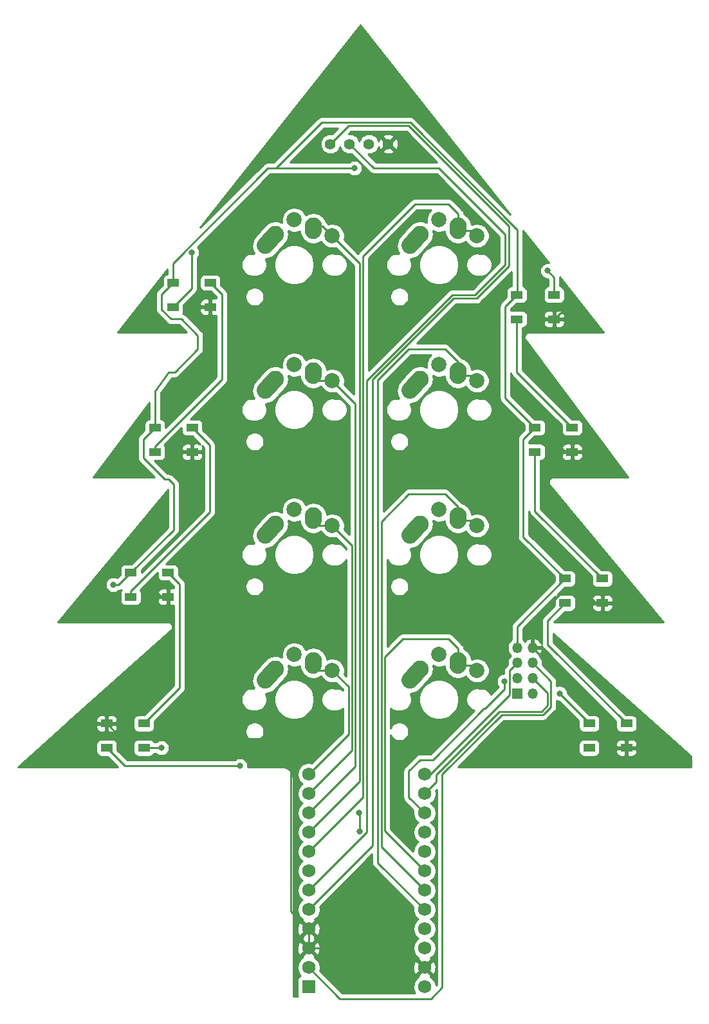
<source format=gbr>
%TF.GenerationSoftware,KiCad,Pcbnew,5.1.8*%
%TF.CreationDate,2020-12-03T20:02:00+01:00*%
%TF.ProjectId,christmas_board,63687269-7374-46d6-9173-5f626f617264,rev?*%
%TF.SameCoordinates,Original*%
%TF.FileFunction,Copper,L1,Top*%
%TF.FilePolarity,Positive*%
%FSLAX46Y46*%
G04 Gerber Fmt 4.6, Leading zero omitted, Abs format (unit mm)*
G04 Created by KiCad (PCBNEW 5.1.8) date 2020-12-03 20:02:00*
%MOMM*%
%LPD*%
G01*
G04 APERTURE LIST*
%TA.AperFunction,SMDPad,CuDef*%
%ADD10R,1.500000X1.000000*%
%TD*%
%TA.AperFunction,ComponentPad*%
%ADD11C,1.752600*%
%TD*%
%TA.AperFunction,ComponentPad*%
%ADD12R,1.752600X1.752600*%
%TD*%
%TA.AperFunction,ComponentPad*%
%ADD13C,2.000000*%
%TD*%
%TA.AperFunction,ComponentPad*%
%ADD14C,2.250000*%
%TD*%
%TA.AperFunction,ComponentPad*%
%ADD15C,1.397000*%
%TD*%
%TA.AperFunction,ComponentPad*%
%ADD16O,1.350000X1.350000*%
%TD*%
%TA.AperFunction,ComponentPad*%
%ADD17R,1.350000X1.350000*%
%TD*%
%TA.AperFunction,ViaPad*%
%ADD18C,0.800000*%
%TD*%
%TA.AperFunction,Conductor*%
%ADD19C,0.250000*%
%TD*%
%TA.AperFunction,Conductor*%
%ADD20C,0.254000*%
%TD*%
%TA.AperFunction,Conductor*%
%ADD21C,0.100000*%
%TD*%
G04 APERTURE END LIST*
D10*
%TO.P,D8,1*%
%TO.N,power*%
X176143750Y-107937500D03*
%TO.P,D8,2*%
%TO.N,Net-(D8-Pad2)*%
X176143750Y-111137500D03*
%TO.P,D8,4*%
%TO.N,Net-(D7-Pad2)*%
X181043750Y-107937500D03*
%TO.P,D8,3*%
%TO.N,ground*%
X181043750Y-111137500D03*
%TD*%
%TO.P,D7,1*%
%TO.N,power*%
X172968750Y-88887500D03*
%TO.P,D7,2*%
%TO.N,Net-(D7-Pad2)*%
X172968750Y-92087500D03*
%TO.P,D7,4*%
%TO.N,Net-(D6-Pad2)*%
X177868750Y-88887500D03*
%TO.P,D7,3*%
%TO.N,ground*%
X177868750Y-92087500D03*
%TD*%
D11*
%TO.P,U1,24*%
%TO.N,Net-(U1-Pad24)*%
X154463750Y-142557500D03*
%TO.P,U1,12*%
%TO.N,col4*%
X139223750Y-114617500D03*
%TO.P,U1,23*%
%TO.N,ground*%
X154463750Y-140017500D03*
%TO.P,U1,22*%
%TO.N,reset*%
X154463750Y-137477500D03*
%TO.P,U1,21*%
%TO.N,power*%
X154463750Y-134937500D03*
%TO.P,U1,20*%
%TO.N,col5*%
X154463750Y-132397500D03*
%TO.P,U1,19*%
%TO.N,col6*%
X154463750Y-129857500D03*
%TO.P,U1,18*%
%TO.N,col7*%
X154463750Y-127317500D03*
%TO.P,U1,17*%
%TO.N,Net-(J1-Pad1)*%
X154463750Y-124777500D03*
%TO.P,U1,16*%
%TO.N,Net-(J1-Pad2)*%
X154463750Y-122237500D03*
%TO.P,U1,15*%
%TO.N,Net-(J1-Pad3)*%
X154463750Y-119697500D03*
%TO.P,U1,14*%
%TO.N,Net-(J1-Pad4)*%
X154463750Y-117157500D03*
%TO.P,U1,13*%
%TO.N,Net-(J1-Pad5)*%
X154463750Y-114617500D03*
%TO.P,U1,11*%
%TO.N,col3*%
X139223750Y-117157500D03*
%TO.P,U1,10*%
%TO.N,col2*%
X139223750Y-119697500D03*
%TO.P,U1,9*%
%TO.N,col1*%
X139223750Y-122237500D03*
%TO.P,U1,8*%
%TO.N,col0*%
X139223750Y-124777500D03*
%TO.P,U1,7*%
%TO.N,row0*%
X139223750Y-127317500D03*
%TO.P,U1,6*%
%TO.N,scl*%
X139223750Y-129857500D03*
%TO.P,U1,5*%
%TO.N,sda*%
X139223750Y-132397500D03*
%TO.P,U1,4*%
%TO.N,ground*%
X139223750Y-134937500D03*
%TO.P,U1,3*%
X139223750Y-137477500D03*
%TO.P,U1,2*%
%TO.N,rx1*%
X139223750Y-140017500D03*
D12*
%TO.P,U1,1*%
%TO.N,leds*%
X139223750Y-142557500D03*
%TD*%
D13*
%TO.P,SW9,2*%
%TO.N,row0*%
X156368750Y-98875000D03*
%TO.P,SW9,1*%
%TO.N,col7*%
X161368750Y-100975000D03*
D14*
%TO.P,SW9,2*%
%TO.N,row0*%
X153868750Y-100775000D03*
%TA.AperFunction,ComponentPad*%
G36*
G01*
X151807438Y-103072350D02*
X151807438Y-103072350D01*
G75*
G02*
X151721400Y-101483688I751312J837350D01*
G01*
X153031390Y-100023680D01*
G75*
G02*
X154620052Y-99937642I837350J-751312D01*
G01*
X154620052Y-99937642D01*
G75*
G02*
X154706090Y-101526304I-751312J-837350D01*
G01*
X153396100Y-102986312D01*
G75*
G02*
X151807438Y-103072350I-837350J751312D01*
G01*
G37*
%TD.AperFunction*%
%TO.P,SW9,1*%
%TO.N,col7*%
X158908750Y-99695000D03*
%TA.AperFunction,ComponentPad*%
G36*
G01*
X158792233Y-101397395D02*
X158792233Y-101397395D01*
G75*
G02*
X157746355Y-100198483I76517J1122395D01*
G01*
X157785897Y-99618451D01*
G75*
G02*
X158984809Y-98572573I1122395J-76517D01*
G01*
X158984809Y-98572573D01*
G75*
G02*
X160030687Y-99771485I-76517J-1122395D01*
G01*
X159991145Y-100351517D01*
G75*
G02*
X158792233Y-101397395I-1122395J76517D01*
G01*
G37*
%TD.AperFunction*%
%TD*%
D13*
%TO.P,SW8,2*%
%TO.N,row0*%
X156368750Y-79825000D03*
%TO.P,SW8,1*%
%TO.N,col6*%
X161368750Y-81925000D03*
D14*
%TO.P,SW8,2*%
%TO.N,row0*%
X153868750Y-81725000D03*
%TA.AperFunction,ComponentPad*%
G36*
G01*
X151807438Y-84022350D02*
X151807438Y-84022350D01*
G75*
G02*
X151721400Y-82433688I751312J837350D01*
G01*
X153031390Y-80973680D01*
G75*
G02*
X154620052Y-80887642I837350J-751312D01*
G01*
X154620052Y-80887642D01*
G75*
G02*
X154706090Y-82476304I-751312J-837350D01*
G01*
X153396100Y-83936312D01*
G75*
G02*
X151807438Y-84022350I-837350J751312D01*
G01*
G37*
%TD.AperFunction*%
%TO.P,SW8,1*%
%TO.N,col6*%
X158908750Y-80645000D03*
%TA.AperFunction,ComponentPad*%
G36*
G01*
X158792233Y-82347395D02*
X158792233Y-82347395D01*
G75*
G02*
X157746355Y-81148483I76517J1122395D01*
G01*
X157785897Y-80568451D01*
G75*
G02*
X158984809Y-79522573I1122395J-76517D01*
G01*
X158984809Y-79522573D01*
G75*
G02*
X160030687Y-80721485I-76517J-1122395D01*
G01*
X159991145Y-81301517D01*
G75*
G02*
X158792233Y-82347395I-1122395J76517D01*
G01*
G37*
%TD.AperFunction*%
%TD*%
D13*
%TO.P,SW7,2*%
%TO.N,row0*%
X156368750Y-60775000D03*
%TO.P,SW7,1*%
%TO.N,col5*%
X161368750Y-62875000D03*
D14*
%TO.P,SW7,2*%
%TO.N,row0*%
X153868750Y-62675000D03*
%TA.AperFunction,ComponentPad*%
G36*
G01*
X151807438Y-64972350D02*
X151807438Y-64972350D01*
G75*
G02*
X151721400Y-63383688I751312J837350D01*
G01*
X153031390Y-61923680D01*
G75*
G02*
X154620052Y-61837642I837350J-751312D01*
G01*
X154620052Y-61837642D01*
G75*
G02*
X154706090Y-63426304I-751312J-837350D01*
G01*
X153396100Y-64886312D01*
G75*
G02*
X151807438Y-64972350I-837350J751312D01*
G01*
G37*
%TD.AperFunction*%
%TO.P,SW7,1*%
%TO.N,col5*%
X158908750Y-61595000D03*
%TA.AperFunction,ComponentPad*%
G36*
G01*
X158792233Y-63297395D02*
X158792233Y-63297395D01*
G75*
G02*
X157746355Y-62098483I76517J1122395D01*
G01*
X157785897Y-61518451D01*
G75*
G02*
X158984809Y-60472573I1122395J-76517D01*
G01*
X158984809Y-60472573D01*
G75*
G02*
X160030687Y-61671485I-76517J-1122395D01*
G01*
X159991145Y-62251517D01*
G75*
G02*
X158792233Y-63297395I-1122395J76517D01*
G01*
G37*
%TD.AperFunction*%
%TD*%
D13*
%TO.P,SW6,2*%
%TO.N,row0*%
X137318750Y-98875000D03*
%TO.P,SW6,1*%
%TO.N,col4*%
X142318750Y-100975000D03*
D14*
%TO.P,SW6,2*%
%TO.N,row0*%
X134818750Y-100775000D03*
%TA.AperFunction,ComponentPad*%
G36*
G01*
X132757438Y-103072350D02*
X132757438Y-103072350D01*
G75*
G02*
X132671400Y-101483688I751312J837350D01*
G01*
X133981390Y-100023680D01*
G75*
G02*
X135570052Y-99937642I837350J-751312D01*
G01*
X135570052Y-99937642D01*
G75*
G02*
X135656090Y-101526304I-751312J-837350D01*
G01*
X134346100Y-102986312D01*
G75*
G02*
X132757438Y-103072350I-837350J751312D01*
G01*
G37*
%TD.AperFunction*%
%TO.P,SW6,1*%
%TO.N,col4*%
X139858750Y-99695000D03*
%TA.AperFunction,ComponentPad*%
G36*
G01*
X139742233Y-101397395D02*
X139742233Y-101397395D01*
G75*
G02*
X138696355Y-100198483I76517J1122395D01*
G01*
X138735897Y-99618451D01*
G75*
G02*
X139934809Y-98572573I1122395J-76517D01*
G01*
X139934809Y-98572573D01*
G75*
G02*
X140980687Y-99771485I-76517J-1122395D01*
G01*
X140941145Y-100351517D01*
G75*
G02*
X139742233Y-101397395I-1122395J76517D01*
G01*
G37*
%TD.AperFunction*%
%TD*%
D13*
%TO.P,SW5,2*%
%TO.N,row0*%
X137318750Y-79825000D03*
%TO.P,SW5,1*%
%TO.N,col3*%
X142318750Y-81925000D03*
D14*
%TO.P,SW5,2*%
%TO.N,row0*%
X134818750Y-81725000D03*
%TA.AperFunction,ComponentPad*%
G36*
G01*
X132757438Y-84022350D02*
X132757438Y-84022350D01*
G75*
G02*
X132671400Y-82433688I751312J837350D01*
G01*
X133981390Y-80973680D01*
G75*
G02*
X135570052Y-80887642I837350J-751312D01*
G01*
X135570052Y-80887642D01*
G75*
G02*
X135656090Y-82476304I-751312J-837350D01*
G01*
X134346100Y-83936312D01*
G75*
G02*
X132757438Y-84022350I-837350J751312D01*
G01*
G37*
%TD.AperFunction*%
%TO.P,SW5,1*%
%TO.N,col3*%
X139858750Y-80645000D03*
%TA.AperFunction,ComponentPad*%
G36*
G01*
X139742233Y-82347395D02*
X139742233Y-82347395D01*
G75*
G02*
X138696355Y-81148483I76517J1122395D01*
G01*
X138735897Y-80568451D01*
G75*
G02*
X139934809Y-79522573I1122395J-76517D01*
G01*
X139934809Y-79522573D01*
G75*
G02*
X140980687Y-80721485I-76517J-1122395D01*
G01*
X140941145Y-81301517D01*
G75*
G02*
X139742233Y-82347395I-1122395J76517D01*
G01*
G37*
%TD.AperFunction*%
%TD*%
D13*
%TO.P,SW4,2*%
%TO.N,row0*%
X137318750Y-60775000D03*
%TO.P,SW4,1*%
%TO.N,col2*%
X142318750Y-62875000D03*
D14*
%TO.P,SW4,2*%
%TO.N,row0*%
X134818750Y-62675000D03*
%TA.AperFunction,ComponentPad*%
G36*
G01*
X132757438Y-64972350D02*
X132757438Y-64972350D01*
G75*
G02*
X132671400Y-63383688I751312J837350D01*
G01*
X133981390Y-61923680D01*
G75*
G02*
X135570052Y-61837642I837350J-751312D01*
G01*
X135570052Y-61837642D01*
G75*
G02*
X135656090Y-63426304I-751312J-837350D01*
G01*
X134346100Y-64886312D01*
G75*
G02*
X132757438Y-64972350I-837350J751312D01*
G01*
G37*
%TD.AperFunction*%
%TO.P,SW4,1*%
%TO.N,col2*%
X139858750Y-61595000D03*
%TA.AperFunction,ComponentPad*%
G36*
G01*
X139742233Y-63297395D02*
X139742233Y-63297395D01*
G75*
G02*
X138696355Y-62098483I76517J1122395D01*
G01*
X138735897Y-61518451D01*
G75*
G02*
X139934809Y-60472573I1122395J-76517D01*
G01*
X139934809Y-60472573D01*
G75*
G02*
X140980687Y-61671485I-76517J-1122395D01*
G01*
X140941145Y-62251517D01*
G75*
G02*
X139742233Y-63297395I-1122395J76517D01*
G01*
G37*
%TD.AperFunction*%
%TD*%
D13*
%TO.P,SW3,2*%
%TO.N,row0*%
X137318750Y-41725000D03*
%TO.P,SW3,1*%
%TO.N,col1*%
X142318750Y-43825000D03*
D14*
%TO.P,SW3,2*%
%TO.N,row0*%
X134818750Y-43625000D03*
%TA.AperFunction,ComponentPad*%
G36*
G01*
X132757438Y-45922350D02*
X132757438Y-45922350D01*
G75*
G02*
X132671400Y-44333688I751312J837350D01*
G01*
X133981390Y-42873680D01*
G75*
G02*
X135570052Y-42787642I837350J-751312D01*
G01*
X135570052Y-42787642D01*
G75*
G02*
X135656090Y-44376304I-751312J-837350D01*
G01*
X134346100Y-45836312D01*
G75*
G02*
X132757438Y-45922350I-837350J751312D01*
G01*
G37*
%TD.AperFunction*%
%TO.P,SW3,1*%
%TO.N,col1*%
X139858750Y-42545000D03*
%TA.AperFunction,ComponentPad*%
G36*
G01*
X139742233Y-44247395D02*
X139742233Y-44247395D01*
G75*
G02*
X138696355Y-43048483I76517J1122395D01*
G01*
X138735897Y-42468451D01*
G75*
G02*
X139934809Y-41422573I1122395J-76517D01*
G01*
X139934809Y-41422573D01*
G75*
G02*
X140980687Y-42621485I-76517J-1122395D01*
G01*
X140941145Y-43201517D01*
G75*
G02*
X139742233Y-44247395I-1122395J76517D01*
G01*
G37*
%TD.AperFunction*%
%TD*%
D13*
%TO.P,SW2,2*%
%TO.N,row0*%
X156368750Y-41725000D03*
%TO.P,SW2,1*%
%TO.N,col0*%
X161368750Y-43825000D03*
D14*
%TO.P,SW2,2*%
%TO.N,row0*%
X153868750Y-43625000D03*
%TA.AperFunction,ComponentPad*%
G36*
G01*
X151807438Y-45922350D02*
X151807438Y-45922350D01*
G75*
G02*
X151721400Y-44333688I751312J837350D01*
G01*
X153031390Y-42873680D01*
G75*
G02*
X154620052Y-42787642I837350J-751312D01*
G01*
X154620052Y-42787642D01*
G75*
G02*
X154706090Y-44376304I-751312J-837350D01*
G01*
X153396100Y-45836312D01*
G75*
G02*
X151807438Y-45922350I-837350J751312D01*
G01*
G37*
%TD.AperFunction*%
%TO.P,SW2,1*%
%TO.N,col0*%
X158908750Y-42545000D03*
%TA.AperFunction,ComponentPad*%
G36*
G01*
X158792233Y-44247395D02*
X158792233Y-44247395D01*
G75*
G02*
X157746355Y-43048483I76517J1122395D01*
G01*
X157785897Y-42468451D01*
G75*
G02*
X158984809Y-41422573I1122395J-76517D01*
G01*
X158984809Y-41422573D01*
G75*
G02*
X160030687Y-42621485I-76517J-1122395D01*
G01*
X159991145Y-43201517D01*
G75*
G02*
X158792233Y-44247395I-1122395J76517D01*
G01*
G37*
%TD.AperFunction*%
%TD*%
D15*
%TO.P,J2,4*%
%TO.N,ground*%
X149701250Y-31750000D03*
%TO.P,J2,3*%
%TO.N,power*%
X147161250Y-31750000D03*
%TO.P,J2,2*%
%TO.N,scl*%
X144621250Y-31750000D03*
%TO.P,J2,1*%
%TO.N,sda*%
X142081250Y-31750000D03*
%TD*%
D16*
%TO.P,J1,8*%
%TO.N,ground*%
X168687500Y-97981250D03*
%TO.P,J1,7*%
%TO.N,power*%
X166687500Y-97981250D03*
%TO.P,J1,6*%
%TO.N,rx1*%
X168687500Y-99981250D03*
%TO.P,J1,5*%
%TO.N,Net-(J1-Pad5)*%
X166687500Y-99981250D03*
%TO.P,J1,4*%
%TO.N,Net-(J1-Pad4)*%
X168687500Y-101981250D03*
%TO.P,J1,3*%
%TO.N,Net-(J1-Pad3)*%
X166687500Y-101981250D03*
%TO.P,J1,2*%
%TO.N,Net-(J1-Pad2)*%
X168687500Y-103981250D03*
D17*
%TO.P,J1,1*%
%TO.N,Net-(J1-Pad1)*%
X166687500Y-103981250D03*
%TD*%
D10*
%TO.P,D6,1*%
%TO.N,power*%
X169000000Y-69043750D03*
%TO.P,D6,2*%
%TO.N,Net-(D6-Pad2)*%
X169000000Y-72243750D03*
%TO.P,D6,4*%
%TO.N,Net-(D5-Pad2)*%
X173900000Y-69043750D03*
%TO.P,D6,3*%
%TO.N,ground*%
X173900000Y-72243750D03*
%TD*%
%TO.P,D5,1*%
%TO.N,power*%
X166618750Y-51581250D03*
%TO.P,D5,2*%
%TO.N,Net-(D5-Pad2)*%
X166618750Y-54781250D03*
%TO.P,D5,4*%
%TO.N,Net-(D4-Pad2)*%
X171518750Y-51581250D03*
%TO.P,D5,3*%
%TO.N,ground*%
X171518750Y-54781250D03*
%TD*%
%TO.P,D4,1*%
%TO.N,power*%
X121375000Y-49993750D03*
%TO.P,D4,2*%
%TO.N,Net-(D4-Pad2)*%
X121375000Y-53193750D03*
%TO.P,D4,4*%
%TO.N,Net-(D3-Pad2)*%
X126275000Y-49993750D03*
%TO.P,D4,3*%
%TO.N,ground*%
X126275000Y-53193750D03*
%TD*%
%TO.P,D3,1*%
%TO.N,power*%
X118993750Y-69043750D03*
%TO.P,D3,2*%
%TO.N,Net-(D3-Pad2)*%
X118993750Y-72243750D03*
%TO.P,D3,4*%
%TO.N,Net-(D2-Pad2)*%
X123893750Y-69043750D03*
%TO.P,D3,3*%
%TO.N,ground*%
X123893750Y-72243750D03*
%TD*%
%TO.P,D2,1*%
%TO.N,power*%
X115818750Y-88093750D03*
%TO.P,D2,2*%
%TO.N,Net-(D2-Pad2)*%
X115818750Y-91293750D03*
%TO.P,D2,4*%
%TO.N,Net-(D1-Pad2)*%
X120718750Y-88093750D03*
%TO.P,D2,3*%
%TO.N,ground*%
X120718750Y-91293750D03*
%TD*%
%TO.P,D1,1*%
%TO.N,power*%
X117543750Y-111137500D03*
%TO.P,D1,2*%
%TO.N,Net-(D1-Pad2)*%
X117543750Y-107937500D03*
%TO.P,D1,4*%
%TO.N,leds*%
X112643750Y-111137500D03*
%TO.P,D1,3*%
%TO.N,ground*%
X112643750Y-107937500D03*
%TD*%
D18*
%TO.N,power*%
X172243750Y-103981250D03*
X119856250Y-111125000D03*
X113506250Y-89693750D03*
X145256250Y-34925000D03*
%TO.N,leds*%
X130175000Y-113506250D03*
%TO.N,ground*%
X124981251Y-109900001D03*
X120650000Y-93662500D03*
X118268750Y-89693750D03*
X123825000Y-75406250D03*
X126206250Y-57150000D03*
X173831250Y-53975000D03*
X171450000Y-70643750D03*
X175418750Y-90487500D03*
X146050000Y-23812500D03*
X157956250Y-73025000D03*
X137318750Y-112712500D03*
X115887500Y-73025000D03*
X117475000Y-53975000D03*
%TO.N,Net-(D4-Pad2)*%
X123825000Y-46037500D03*
X170656250Y-48418750D03*
%TO.N,Net-(J1-Pad3)*%
X164962499Y-102393750D03*
%TO.N,reset*%
X145934222Y-122121722D03*
X145854847Y-119661097D03*
%TD*%
D19*
%TO.N,power*%
X176143750Y-107881250D02*
X172243750Y-103981250D01*
X176143750Y-107937500D02*
X176143750Y-107881250D01*
X119843750Y-111137500D02*
X119856250Y-111125000D01*
X117543750Y-111137500D02*
X119843750Y-111137500D01*
X114218750Y-89693750D02*
X115818750Y-88093750D01*
X113506250Y-89693750D02*
X114218750Y-89693750D01*
X121443750Y-76482232D02*
X121443750Y-82468750D01*
X120811508Y-75849990D02*
X121443750Y-76482232D01*
X120299989Y-75849990D02*
X120811508Y-75849990D01*
X117475000Y-73025001D02*
X120299989Y-75849990D01*
X117475000Y-70562500D02*
X117475000Y-73025001D01*
X121443750Y-82468750D02*
X115818750Y-88093750D01*
X118993750Y-69043750D02*
X117475000Y-70562500D01*
X119856250Y-53510002D02*
X119856250Y-51512500D01*
X121114998Y-54768750D02*
X119856250Y-53510002D01*
X124618750Y-56902506D02*
X122484994Y-54768750D01*
X124618750Y-58737500D02*
X124618750Y-56902506D01*
X121606299Y-61749951D02*
X124618750Y-58737500D01*
X119856250Y-51512500D02*
X121375000Y-49993750D01*
X122484994Y-54768750D02*
X121114998Y-54768750D01*
X120812549Y-61749951D02*
X121606299Y-61749951D01*
X118993750Y-64175016D02*
X120812549Y-61749951D01*
X118993750Y-69043750D02*
X118993750Y-64175016D01*
X121375000Y-47414498D02*
X133864498Y-34925000D01*
X121375000Y-49993750D02*
X121375000Y-47414498D01*
X166618750Y-51581250D02*
X166675000Y-51581250D01*
X140943760Y-28918740D02*
X134937500Y-34925000D01*
X152586400Y-28918740D02*
X140943760Y-28918740D01*
X166675000Y-43007340D02*
X152586400Y-28918740D01*
X166675000Y-51581250D02*
X166675000Y-43007340D01*
X134937500Y-34925000D02*
X145256250Y-34925000D01*
X133864498Y-34925000D02*
X134937500Y-34925000D01*
X165100000Y-65143750D02*
X165100000Y-53100000D01*
X165100000Y-53100000D02*
X166618750Y-51581250D01*
X169000000Y-69043750D02*
X165100000Y-65143750D01*
X167481250Y-83400000D02*
X172968750Y-88887500D01*
X167481250Y-70562500D02*
X167481250Y-83400000D01*
X169000000Y-69043750D02*
X167481250Y-70562500D01*
X166687500Y-95168750D02*
X166687500Y-97981250D01*
X172968750Y-88887500D02*
X166687500Y-95168750D01*
%TO.N,Net-(D1-Pad2)*%
X122237500Y-89612500D02*
X120718750Y-88093750D01*
X122237500Y-103243750D02*
X122237500Y-89612500D01*
X117543750Y-107937500D02*
X122237500Y-103243750D01*
%TO.N,leds*%
X115012500Y-113506250D02*
X112643750Y-111137500D01*
X130175000Y-113506250D02*
X115012500Y-113506250D01*
%TO.N,ground*%
X139223750Y-134937500D02*
X139223750Y-137477500D01*
X114606251Y-109900001D02*
X112643750Y-107937500D01*
X136875010Y-132588760D02*
X136875010Y-114155022D01*
X136875010Y-114155022D02*
X132619989Y-109900001D01*
X139223750Y-134937500D02*
X136875010Y-132588760D01*
X124981251Y-109900001D02*
X114606251Y-109900001D01*
X132619989Y-109900001D02*
X124981251Y-109900001D01*
X120650000Y-91362500D02*
X120718750Y-91293750D01*
X120650000Y-93662500D02*
X120650000Y-91362500D01*
X151923750Y-137477500D02*
X154463750Y-140017500D01*
X139223750Y-137477500D02*
X151923750Y-137477500D01*
X119868750Y-91293750D02*
X118268750Y-89693750D01*
X120718750Y-91293750D02*
X119868750Y-91293750D01*
X123825000Y-72312500D02*
X123893750Y-72243750D01*
X123825000Y-75406250D02*
X123825000Y-72312500D01*
X126206250Y-53262500D02*
X126275000Y-53193750D01*
X126206250Y-57150000D02*
X126206250Y-53262500D01*
X172325000Y-53975000D02*
X171518750Y-54781250D01*
X173831250Y-53975000D02*
X172325000Y-53975000D01*
X173050000Y-72243750D02*
X173900000Y-72243750D01*
X171450000Y-70643750D02*
X173050000Y-72243750D01*
X177018750Y-92087500D02*
X177868750Y-92087500D01*
X175418750Y-90487500D02*
X177018750Y-92087500D01*
X168687500Y-94533748D02*
X168687500Y-97981250D01*
X172733748Y-90487500D02*
X168687500Y-94533748D01*
X175418750Y-90487500D02*
X172733748Y-90487500D01*
X168687500Y-98031250D02*
X168687500Y-97981250D01*
X181043750Y-110387500D02*
X168687500Y-98031250D01*
X181043750Y-111137500D02*
X181043750Y-110387500D01*
%TO.N,Net-(D2-Pad2)*%
X126206250Y-71356250D02*
X123893750Y-69043750D01*
X126206250Y-80156250D02*
X126206250Y-71356250D01*
X115818750Y-90543750D02*
X126206250Y-80156250D01*
X115818750Y-91293750D02*
X115818750Y-90543750D01*
%TO.N,Net-(D3-Pad2)*%
X127793750Y-51512500D02*
X126275000Y-49993750D01*
X127793750Y-62693750D02*
X127793750Y-51512500D01*
X118993750Y-71493750D02*
X127793750Y-62693750D01*
X118993750Y-72243750D02*
X118993750Y-71493750D01*
%TO.N,Net-(D4-Pad2)*%
X123825000Y-50743750D02*
X123825000Y-46037500D01*
X121375000Y-53193750D02*
X123825000Y-50743750D01*
X171518750Y-49281250D02*
X171518750Y-51581250D01*
X170656250Y-48418750D02*
X171518750Y-49281250D01*
%TO.N,Net-(D5-Pad2)*%
X166618750Y-61762500D02*
X173900000Y-69043750D01*
X166618750Y-54781250D02*
X166618750Y-61762500D01*
%TO.N,Net-(D6-Pad2)*%
X169000000Y-80018750D02*
X177868750Y-88887500D01*
X169000000Y-72243750D02*
X169000000Y-80018750D01*
%TO.N,rx1*%
X171106260Y-102400010D02*
X168687500Y-99981250D01*
X171106260Y-105755150D02*
X171106260Y-102400010D01*
X170048901Y-106812509D02*
X171106260Y-105755150D01*
X156812490Y-114612983D02*
X164612963Y-106812510D01*
X156812490Y-142605848D02*
X156812490Y-114612983D01*
X164612963Y-106812510D02*
X170048901Y-106812509D01*
X155305848Y-144112490D02*
X156812490Y-142605848D01*
X143318740Y-144112490D02*
X155305848Y-144112490D01*
X139223750Y-140017500D02*
X143318740Y-144112490D01*
%TO.N,Net-(J1-Pad5)*%
X165687499Y-100981251D02*
X166687500Y-99981250D01*
X165687499Y-104187501D02*
X165687499Y-100981251D01*
X155257500Y-114617500D02*
X165687499Y-104187501D01*
X154463750Y-114617500D02*
X155257500Y-114617500D01*
%TO.N,Net-(J1-Pad4)*%
X170656250Y-103950000D02*
X168687500Y-101981250D01*
X170656250Y-105568750D02*
X170656250Y-103950000D01*
X169862500Y-106362500D02*
X170656250Y-105568750D01*
X164306250Y-106362500D02*
X169862500Y-106362500D01*
X156018740Y-115602510D02*
X156018740Y-114650010D01*
X156018740Y-114650010D02*
X164306250Y-106362500D01*
X154463750Y-117157500D02*
X156018740Y-115602510D01*
%TO.N,Net-(J1-Pad3)*%
X164962499Y-103420253D02*
X164962499Y-102393750D01*
X155575000Y-112712500D02*
X162312499Y-105975001D01*
X162312499Y-105975001D02*
X162407751Y-105975001D01*
X153892287Y-112712500D02*
X155575000Y-112712500D01*
X152400000Y-114204787D02*
X153892287Y-112712500D01*
X152400000Y-117633750D02*
X152400000Y-114204787D01*
X162407751Y-105975001D02*
X164962499Y-103420253D01*
X154463750Y-119697500D02*
X152400000Y-117633750D01*
%TO.N,scl*%
X147796250Y-34925000D02*
X144621250Y-31750000D01*
X156368750Y-34925000D02*
X147796250Y-34925000D01*
X165100000Y-43656250D02*
X156368750Y-34925000D01*
X146843750Y-62854000D02*
X158104000Y-51593750D01*
X158104000Y-51593750D02*
X161131250Y-51593750D01*
X161131250Y-51593750D02*
X165100000Y-47625000D01*
X165100000Y-47625000D02*
X165100000Y-43656250D01*
X146843750Y-122237500D02*
X146843750Y-118268750D01*
X139223750Y-129857500D02*
X146843750Y-122237500D01*
X146843750Y-118268750D02*
X146843750Y-62854000D01*
X146843750Y-118935426D02*
X146843750Y-118268750D01*
%TO.N,sda*%
X152400000Y-29368750D02*
X144462500Y-29368750D01*
X165550010Y-47811400D02*
X165550010Y-42518760D01*
X161317651Y-52043759D02*
X165550010Y-47811400D01*
X165550010Y-42518760D02*
X152400000Y-29368750D01*
X158290400Y-52043760D02*
X161317651Y-52043759D01*
X147637500Y-62696660D02*
X158290400Y-52043760D01*
X147637500Y-123983750D02*
X147637500Y-62696660D01*
X144462500Y-29368750D02*
X142081250Y-31750000D01*
X139223750Y-132397500D02*
X147637500Y-123983750D01*
%TO.N,reset*%
X145934222Y-119740472D02*
X145854847Y-119661097D01*
X145934222Y-122121722D02*
X145934222Y-119740472D01*
%TO.N,col0*%
X160668750Y-43125000D02*
X161368750Y-43825000D01*
X158868750Y-43125000D02*
X160668750Y-43125000D01*
X158908750Y-40954010D02*
X158908750Y-42545000D01*
X157642240Y-39687500D02*
X158908750Y-40954010D01*
X146393739Y-46487511D02*
X153193750Y-39687500D01*
X146393739Y-117607511D02*
X146393739Y-46487511D01*
X139223750Y-124777500D02*
X146393739Y-117607511D01*
X153193750Y-39687500D02*
X157642240Y-39687500D01*
%TO.N,col1*%
X141038750Y-42545000D02*
X139858750Y-42545000D01*
X142318750Y-43825000D02*
X141038750Y-42545000D01*
X139223750Y-122237500D02*
X145943728Y-115517522D01*
X145943728Y-115517522D02*
X145943728Y-47449978D01*
X145943728Y-47449978D02*
X142318750Y-43825000D01*
%TO.N,col2*%
X145362520Y-65918770D02*
X142318750Y-62875000D01*
X145362520Y-113558730D02*
X145362520Y-65918770D01*
X139223750Y-119697500D02*
X145362520Y-113558730D01*
X140518750Y-62875000D02*
X139818750Y-62175000D01*
X142318750Y-62875000D02*
X140518750Y-62875000D01*
%TO.N,col3*%
X140518750Y-81925000D02*
X139818750Y-81225000D01*
X142318750Y-81925000D02*
X140518750Y-81925000D01*
X139223750Y-117157500D02*
X144912511Y-111468739D01*
X144912511Y-111468739D02*
X144912511Y-84518761D01*
X144912511Y-84518761D02*
X143318749Y-82924999D01*
X143318749Y-82924999D02*
X142318750Y-81925000D01*
%TO.N,col4*%
X140518750Y-100975000D02*
X139818750Y-100275000D01*
X142318750Y-100975000D02*
X140518750Y-100975000D01*
X144462500Y-109378750D02*
X139223750Y-114617500D01*
X144462500Y-103118750D02*
X144462500Y-109378750D01*
X142318750Y-100975000D02*
X144462500Y-103118750D01*
%TO.N,col5*%
X160668750Y-62175000D02*
X161368750Y-62875000D01*
X158868750Y-62175000D02*
X160668750Y-62175000D01*
X152400000Y-58737500D02*
X157162500Y-58737500D01*
X148324982Y-62812518D02*
X152400000Y-58737500D01*
X158868750Y-60443750D02*
X158868750Y-62175000D01*
X148324982Y-126258732D02*
X148324982Y-62812518D01*
X157162500Y-58737500D02*
X158868750Y-60443750D01*
X154463750Y-132397500D02*
X148324982Y-126258732D01*
%TO.N,col6*%
X160668750Y-81225000D02*
X161368750Y-81925000D01*
X158868750Y-81225000D02*
X160668750Y-81225000D01*
X157162500Y-77787500D02*
X158868750Y-79493750D01*
X152400000Y-77787500D02*
X157162500Y-77787500D01*
X148774991Y-81412509D02*
X152400000Y-77787500D01*
X148774991Y-124168741D02*
X148774991Y-81412509D01*
X158868750Y-79493750D02*
X158868750Y-81225000D01*
X154463750Y-129857500D02*
X148774991Y-124168741D01*
%TO.N,col7*%
X160668750Y-100275000D02*
X161368750Y-100975000D01*
X158868750Y-100275000D02*
X160668750Y-100275000D01*
X158908750Y-98104010D02*
X158908750Y-99695000D01*
X157642240Y-96837500D02*
X158908750Y-98104010D01*
X149225000Y-99218750D02*
X151606250Y-96837500D01*
X151606250Y-96837500D02*
X157642240Y-96837500D01*
X149225000Y-122078750D02*
X149225000Y-99218750D01*
X154463750Y-127317500D02*
X149225000Y-122078750D01*
%TO.N,Net-(D7-Pad2)*%
X170656250Y-97550000D02*
X181043750Y-107937500D01*
X170656250Y-94400000D02*
X170656250Y-97550000D01*
X172968750Y-92087500D02*
X170656250Y-94400000D01*
%TD*%
D20*
%TO.N,ground*%
X142318818Y-30437631D02*
X142212588Y-30416500D01*
X141949912Y-30416500D01*
X141692282Y-30467746D01*
X141449601Y-30568268D01*
X141231193Y-30714203D01*
X141045453Y-30899943D01*
X140899518Y-31118351D01*
X140798996Y-31361032D01*
X140747750Y-31618662D01*
X140747750Y-31881338D01*
X140798996Y-32138968D01*
X140899518Y-32381649D01*
X141045453Y-32600057D01*
X141231193Y-32785797D01*
X141449601Y-32931732D01*
X141692282Y-33032254D01*
X141949912Y-33083500D01*
X142212588Y-33083500D01*
X142470218Y-33032254D01*
X142712899Y-32931732D01*
X142931307Y-32785797D01*
X143117047Y-32600057D01*
X143262982Y-32381649D01*
X143351250Y-32168552D01*
X143439518Y-32381649D01*
X143585453Y-32600057D01*
X143771193Y-32785797D01*
X143989601Y-32931732D01*
X144232282Y-33032254D01*
X144489912Y-33083500D01*
X144752588Y-33083500D01*
X144858818Y-33062369D01*
X147232450Y-35436002D01*
X147256249Y-35465001D01*
X147285247Y-35488799D01*
X147371973Y-35559974D01*
X147504003Y-35630546D01*
X147647264Y-35674003D01*
X147758917Y-35685000D01*
X147758926Y-35685000D01*
X147796249Y-35688676D01*
X147833572Y-35685000D01*
X156053949Y-35685000D01*
X164340001Y-43971053D01*
X164340000Y-47310198D01*
X160816449Y-50833750D01*
X158141322Y-50833750D01*
X158103999Y-50830074D01*
X158066676Y-50833750D01*
X158066667Y-50833750D01*
X157955014Y-50844747D01*
X157811753Y-50888204D01*
X157679724Y-50958776D01*
X157563999Y-51053749D01*
X157540201Y-51082747D01*
X147153739Y-61469210D01*
X147153739Y-51703363D01*
X149913750Y-51703363D01*
X149913750Y-51946637D01*
X149961210Y-52185236D01*
X150054307Y-52409992D01*
X150189463Y-52612267D01*
X150361483Y-52784287D01*
X150563758Y-52919443D01*
X150788514Y-53012540D01*
X151027113Y-53060000D01*
X151270387Y-53060000D01*
X151508986Y-53012540D01*
X151733742Y-52919443D01*
X151936017Y-52784287D01*
X152108037Y-52612267D01*
X152243193Y-52409992D01*
X152336290Y-52185236D01*
X152383750Y-51946637D01*
X152383750Y-51703363D01*
X152336290Y-51464764D01*
X152243193Y-51240008D01*
X152108037Y-51037733D01*
X151936017Y-50865713D01*
X151733742Y-50730557D01*
X151508986Y-50637460D01*
X151270387Y-50590000D01*
X151027113Y-50590000D01*
X150788514Y-50637460D01*
X150563758Y-50730557D01*
X150361483Y-50865713D01*
X150189463Y-51037733D01*
X150054307Y-51240008D01*
X149961210Y-51464764D01*
X149913750Y-51703363D01*
X147153739Y-51703363D01*
X147153739Y-46802312D01*
X153508552Y-40447500D01*
X155337742Y-40447500D01*
X155326498Y-40455013D01*
X155098763Y-40682748D01*
X154919832Y-40950537D01*
X154796582Y-41248088D01*
X154733750Y-41563967D01*
X154733750Y-41886033D01*
X154778161Y-42109302D01*
X154770315Y-42103544D01*
X154734911Y-42087016D01*
X154702423Y-42065308D01*
X154578136Y-42013827D01*
X154456172Y-41956889D01*
X154418202Y-41947580D01*
X154382123Y-41932636D01*
X154250241Y-41906403D01*
X154119453Y-41874339D01*
X154080383Y-41872616D01*
X154042095Y-41865000D01*
X153907682Y-41865000D01*
X153773100Y-41859065D01*
X153734428Y-41865000D01*
X153695405Y-41865000D01*
X153563612Y-41891215D01*
X153430423Y-41911656D01*
X153393644Y-41925024D01*
X153355377Y-41932636D01*
X153231265Y-41984045D01*
X153104589Y-42030088D01*
X153071115Y-42050381D01*
X153035077Y-42065308D01*
X152923402Y-42139927D01*
X152808122Y-42209812D01*
X152779244Y-42236251D01*
X152746815Y-42257919D01*
X152651859Y-42352875D01*
X152616487Y-42385259D01*
X152590395Y-42414339D01*
X152501669Y-42503065D01*
X152475076Y-42542865D01*
X151191026Y-43973963D01*
X151037302Y-44183425D01*
X150890647Y-44497568D01*
X150808097Y-44834287D01*
X150792823Y-45180639D01*
X150845414Y-45523316D01*
X150963846Y-45849150D01*
X151126626Y-46117666D01*
X151014346Y-46140000D01*
X150722490Y-46140000D01*
X150435592Y-46197068D01*
X150165339Y-46309010D01*
X149922118Y-46471525D01*
X149715275Y-46678368D01*
X149552760Y-46921589D01*
X149440818Y-47191842D01*
X149383750Y-47478740D01*
X149383750Y-47771260D01*
X149440818Y-48058158D01*
X149552760Y-48328411D01*
X149715275Y-48571632D01*
X149922118Y-48778475D01*
X150165339Y-48940990D01*
X150435592Y-49052932D01*
X150722490Y-49110000D01*
X151014346Y-49110000D01*
X151140028Y-49135000D01*
X151437472Y-49135000D01*
X151729201Y-49076971D01*
X152004003Y-48963144D01*
X152251319Y-48797893D01*
X152461643Y-48587569D01*
X152626894Y-48340253D01*
X152740721Y-48065451D01*
X152798750Y-47773722D01*
X152798750Y-47476278D01*
X152776830Y-47366076D01*
X153739850Y-47366076D01*
X153739850Y-47883924D01*
X153840877Y-48391822D01*
X154039049Y-48870251D01*
X154326750Y-49300826D01*
X154692924Y-49667000D01*
X155123499Y-49954701D01*
X155601928Y-50152873D01*
X156109826Y-50253900D01*
X156627674Y-50253900D01*
X157135572Y-50152873D01*
X157614001Y-49954701D01*
X158044576Y-49667000D01*
X158410750Y-49300826D01*
X158698451Y-48870251D01*
X158896623Y-48391822D01*
X158997650Y-47883924D01*
X158997650Y-47476278D01*
X159938750Y-47476278D01*
X159938750Y-47773722D01*
X159996779Y-48065451D01*
X160110606Y-48340253D01*
X160275857Y-48587569D01*
X160486181Y-48797893D01*
X160733497Y-48963144D01*
X161008299Y-49076971D01*
X161300028Y-49135000D01*
X161597472Y-49135000D01*
X161723154Y-49110000D01*
X162015010Y-49110000D01*
X162301908Y-49052932D01*
X162572161Y-48940990D01*
X162815382Y-48778475D01*
X163022225Y-48571632D01*
X163184740Y-48328411D01*
X163296682Y-48058158D01*
X163353750Y-47771260D01*
X163353750Y-47478740D01*
X163296682Y-47191842D01*
X163184740Y-46921589D01*
X163022225Y-46678368D01*
X162815382Y-46471525D01*
X162572161Y-46309010D01*
X162301908Y-46197068D01*
X162015010Y-46140000D01*
X161723154Y-46140000D01*
X161597472Y-46115000D01*
X161300028Y-46115000D01*
X161008299Y-46173029D01*
X160733497Y-46286856D01*
X160486181Y-46452107D01*
X160275857Y-46662431D01*
X160110606Y-46909747D01*
X159996779Y-47184549D01*
X159938750Y-47476278D01*
X158997650Y-47476278D01*
X158997650Y-47366076D01*
X158896623Y-46858178D01*
X158698451Y-46379749D01*
X158410750Y-45949174D01*
X158044576Y-45583000D01*
X157614001Y-45295299D01*
X157135572Y-45097127D01*
X156627674Y-44996100D01*
X156109826Y-44996100D01*
X155601928Y-45097127D01*
X155123499Y-45295299D01*
X154692924Y-45583000D01*
X154326750Y-45949174D01*
X154039049Y-46379749D01*
X153840877Y-46858178D01*
X153739850Y-47366076D01*
X152776830Y-47366076D01*
X152740721Y-47184549D01*
X152626894Y-46909747D01*
X152585564Y-46847892D01*
X152654389Y-46850927D01*
X152997066Y-46798336D01*
X153322900Y-46679904D01*
X153619367Y-46500179D01*
X153811002Y-46324733D01*
X155146766Y-44836000D01*
X155235831Y-44746935D01*
X155310769Y-44634783D01*
X155390188Y-44526567D01*
X155406677Y-44491246D01*
X155428442Y-44458673D01*
X155480055Y-44334067D01*
X155536843Y-44212425D01*
X155546128Y-44174554D01*
X155561114Y-44138373D01*
X155587421Y-44006117D01*
X155619393Y-43875706D01*
X155621111Y-43836749D01*
X155628750Y-43798345D01*
X155628750Y-43663527D01*
X155634667Y-43529353D01*
X155628750Y-43490798D01*
X155628750Y-43451655D01*
X155602454Y-43319456D01*
X155582076Y-43186676D01*
X155572034Y-43159049D01*
X155594287Y-43173918D01*
X155891838Y-43297168D01*
X156207717Y-43360000D01*
X156529783Y-43360000D01*
X156845662Y-43297168D01*
X157109843Y-43187740D01*
X157114768Y-43351248D01*
X157192608Y-43689085D01*
X157334863Y-44005246D01*
X157536064Y-44287579D01*
X157788479Y-44525234D01*
X158082409Y-44709080D01*
X158406557Y-44832050D01*
X158748466Y-44889419D01*
X159094998Y-44878982D01*
X159432835Y-44801142D01*
X159748996Y-44658887D01*
X159899901Y-44551346D01*
X159919832Y-44599463D01*
X160098763Y-44867252D01*
X160326498Y-45094987D01*
X160594287Y-45273918D01*
X160891838Y-45397168D01*
X161207717Y-45460000D01*
X161529783Y-45460000D01*
X161845662Y-45397168D01*
X162143213Y-45273918D01*
X162411002Y-45094987D01*
X162638737Y-44867252D01*
X162817668Y-44599463D01*
X162940918Y-44301912D01*
X163003750Y-43986033D01*
X163003750Y-43663967D01*
X162940918Y-43348088D01*
X162817668Y-43050537D01*
X162638737Y-42782748D01*
X162411002Y-42555013D01*
X162143213Y-42376082D01*
X161845662Y-42252832D01*
X161529783Y-42190000D01*
X161207717Y-42190000D01*
X160891838Y-42252832D01*
X160663895Y-42347249D01*
X160662997Y-42342734D01*
X160662274Y-42318721D01*
X160632616Y-42190000D01*
X160601114Y-42031627D01*
X160589873Y-42004488D01*
X160584434Y-41980883D01*
X160529803Y-41859467D01*
X160468442Y-41711327D01*
X160452234Y-41687070D01*
X160442179Y-41664723D01*
X160363999Y-41555018D01*
X160275831Y-41423065D01*
X160255418Y-41402652D01*
X160240978Y-41382389D01*
X160141397Y-41288631D01*
X160030685Y-41177919D01*
X160007001Y-41162094D01*
X159988563Y-41144734D01*
X159870546Y-41070917D01*
X159742423Y-40985308D01*
X159716524Y-40974580D01*
X159694633Y-40960888D01*
X159672269Y-40952404D01*
X159657753Y-40805024D01*
X159614296Y-40661763D01*
X159543724Y-40529734D01*
X159472549Y-40443007D01*
X159448751Y-40414009D01*
X159419754Y-40390212D01*
X158206044Y-39176503D01*
X158182241Y-39147499D01*
X158066516Y-39052526D01*
X157934487Y-38981954D01*
X157791226Y-38938497D01*
X157679573Y-38927500D01*
X157679562Y-38927500D01*
X157642240Y-38923824D01*
X157604918Y-38927500D01*
X153231075Y-38927500D01*
X153193750Y-38923824D01*
X153156425Y-38927500D01*
X153156417Y-38927500D01*
X153044764Y-38938497D01*
X152901503Y-38981954D01*
X152769474Y-39052526D01*
X152653749Y-39147499D01*
X152629951Y-39176497D01*
X145882737Y-45923712D01*
X145853739Y-45947510D01*
X145829941Y-45976508D01*
X145829940Y-45976509D01*
X145758765Y-46063235D01*
X145714535Y-46145983D01*
X143884927Y-44316376D01*
X143890918Y-44301912D01*
X143953750Y-43986033D01*
X143953750Y-43663967D01*
X143890918Y-43348088D01*
X143767668Y-43050537D01*
X143588737Y-42782748D01*
X143361002Y-42555013D01*
X143093213Y-42376082D01*
X142795662Y-42252832D01*
X142479783Y-42190000D01*
X142157717Y-42190000D01*
X141841838Y-42252832D01*
X141827374Y-42258823D01*
X141602554Y-42034003D01*
X141578751Y-42004999D01*
X141525692Y-41961455D01*
X141479803Y-41859467D01*
X141418442Y-41711327D01*
X141402234Y-41687070D01*
X141392179Y-41664723D01*
X141313999Y-41555018D01*
X141225831Y-41423065D01*
X141205418Y-41402652D01*
X141190978Y-41382389D01*
X141091397Y-41288631D01*
X140980685Y-41177919D01*
X140957001Y-41162094D01*
X140938563Y-41144734D01*
X140820546Y-41070917D01*
X140692423Y-40985308D01*
X140666524Y-40974580D01*
X140644633Y-40960888D01*
X140511930Y-40910546D01*
X140372123Y-40852636D01*
X140345121Y-40847265D01*
X140320485Y-40837919D01*
X140177633Y-40813949D01*
X140032095Y-40785000D01*
X140005103Y-40785000D01*
X139978576Y-40780549D01*
X139830793Y-40785000D01*
X139685405Y-40785000D01*
X139659463Y-40790160D01*
X139632044Y-40790986D01*
X139485103Y-40824843D01*
X139345377Y-40852636D01*
X139321433Y-40862554D01*
X139294207Y-40868827D01*
X139154163Y-40931839D01*
X139025077Y-40985308D01*
X139003941Y-40999431D01*
X138978046Y-41011082D01*
X138850920Y-41101677D01*
X138834748Y-41112482D01*
X138767668Y-40950537D01*
X138588737Y-40682748D01*
X138361002Y-40455013D01*
X138093213Y-40276082D01*
X137795662Y-40152832D01*
X137479783Y-40090000D01*
X137157717Y-40090000D01*
X136841838Y-40152832D01*
X136544287Y-40276082D01*
X136276498Y-40455013D01*
X136048763Y-40682748D01*
X135869832Y-40950537D01*
X135746582Y-41248088D01*
X135683750Y-41563967D01*
X135683750Y-41886033D01*
X135728161Y-42109302D01*
X135720315Y-42103544D01*
X135684911Y-42087016D01*
X135652423Y-42065308D01*
X135528136Y-42013827D01*
X135406172Y-41956889D01*
X135368202Y-41947580D01*
X135332123Y-41932636D01*
X135200241Y-41906403D01*
X135069453Y-41874339D01*
X135030383Y-41872616D01*
X134992095Y-41865000D01*
X134857682Y-41865000D01*
X134723100Y-41859065D01*
X134684428Y-41865000D01*
X134645405Y-41865000D01*
X134513612Y-41891215D01*
X134380423Y-41911656D01*
X134343644Y-41925024D01*
X134305377Y-41932636D01*
X134181265Y-41984045D01*
X134054589Y-42030088D01*
X134021115Y-42050381D01*
X133985077Y-42065308D01*
X133873402Y-42139927D01*
X133758122Y-42209812D01*
X133729244Y-42236251D01*
X133696815Y-42257919D01*
X133601859Y-42352875D01*
X133566487Y-42385259D01*
X133540395Y-42414339D01*
X133451669Y-42503065D01*
X133425076Y-42542865D01*
X132141026Y-43973963D01*
X131987302Y-44183425D01*
X131840647Y-44497568D01*
X131758097Y-44834287D01*
X131742823Y-45180639D01*
X131795414Y-45523316D01*
X131913846Y-45849150D01*
X132076626Y-46117666D01*
X131964346Y-46140000D01*
X131672490Y-46140000D01*
X131385592Y-46197068D01*
X131115339Y-46309010D01*
X130872118Y-46471525D01*
X130665275Y-46678368D01*
X130502760Y-46921589D01*
X130390818Y-47191842D01*
X130333750Y-47478740D01*
X130333750Y-47771260D01*
X130390818Y-48058158D01*
X130502760Y-48328411D01*
X130665275Y-48571632D01*
X130872118Y-48778475D01*
X131115339Y-48940990D01*
X131385592Y-49052932D01*
X131672490Y-49110000D01*
X131964346Y-49110000D01*
X132090028Y-49135000D01*
X132387472Y-49135000D01*
X132679201Y-49076971D01*
X132954003Y-48963144D01*
X133201319Y-48797893D01*
X133411643Y-48587569D01*
X133576894Y-48340253D01*
X133690721Y-48065451D01*
X133748750Y-47773722D01*
X133748750Y-47476278D01*
X133726830Y-47366076D01*
X134689850Y-47366076D01*
X134689850Y-47883924D01*
X134790877Y-48391822D01*
X134989049Y-48870251D01*
X135276750Y-49300826D01*
X135642924Y-49667000D01*
X136073499Y-49954701D01*
X136551928Y-50152873D01*
X137059826Y-50253900D01*
X137577674Y-50253900D01*
X138085572Y-50152873D01*
X138564001Y-49954701D01*
X138994576Y-49667000D01*
X139360750Y-49300826D01*
X139648451Y-48870251D01*
X139846623Y-48391822D01*
X139947650Y-47883924D01*
X139947650Y-47476278D01*
X140888750Y-47476278D01*
X140888750Y-47773722D01*
X140946779Y-48065451D01*
X141060606Y-48340253D01*
X141225857Y-48587569D01*
X141436181Y-48797893D01*
X141683497Y-48963144D01*
X141958299Y-49076971D01*
X142250028Y-49135000D01*
X142547472Y-49135000D01*
X142673154Y-49110000D01*
X142965010Y-49110000D01*
X143251908Y-49052932D01*
X143522161Y-48940990D01*
X143765382Y-48778475D01*
X143972225Y-48571632D01*
X144134740Y-48328411D01*
X144246682Y-48058158D01*
X144303750Y-47771260D01*
X144303750Y-47478740D01*
X144246682Y-47191842D01*
X144134740Y-46921589D01*
X143972225Y-46678368D01*
X143765382Y-46471525D01*
X143522161Y-46309010D01*
X143251908Y-46197068D01*
X142965010Y-46140000D01*
X142673154Y-46140000D01*
X142547472Y-46115000D01*
X142250028Y-46115000D01*
X141958299Y-46173029D01*
X141683497Y-46286856D01*
X141436181Y-46452107D01*
X141225857Y-46662431D01*
X141060606Y-46909747D01*
X140946779Y-47184549D01*
X140888750Y-47476278D01*
X139947650Y-47476278D01*
X139947650Y-47366076D01*
X139846623Y-46858178D01*
X139648451Y-46379749D01*
X139360750Y-45949174D01*
X138994576Y-45583000D01*
X138564001Y-45295299D01*
X138085572Y-45097127D01*
X137577674Y-44996100D01*
X137059826Y-44996100D01*
X136551928Y-45097127D01*
X136073499Y-45295299D01*
X135642924Y-45583000D01*
X135276750Y-45949174D01*
X134989049Y-46379749D01*
X134790877Y-46858178D01*
X134689850Y-47366076D01*
X133726830Y-47366076D01*
X133690721Y-47184549D01*
X133576894Y-46909747D01*
X133535564Y-46847892D01*
X133604389Y-46850927D01*
X133947066Y-46798336D01*
X134272900Y-46679904D01*
X134569367Y-46500179D01*
X134761002Y-46324733D01*
X136096766Y-44836000D01*
X136185831Y-44746935D01*
X136260769Y-44634783D01*
X136340188Y-44526567D01*
X136356677Y-44491246D01*
X136378442Y-44458673D01*
X136430055Y-44334067D01*
X136486843Y-44212425D01*
X136496128Y-44174554D01*
X136511114Y-44138373D01*
X136537421Y-44006117D01*
X136569393Y-43875706D01*
X136571111Y-43836749D01*
X136578750Y-43798345D01*
X136578750Y-43663527D01*
X136584667Y-43529353D01*
X136578750Y-43490798D01*
X136578750Y-43451655D01*
X136552454Y-43319456D01*
X136532076Y-43186676D01*
X136522034Y-43159049D01*
X136544287Y-43173918D01*
X136841838Y-43297168D01*
X137157717Y-43360000D01*
X137479783Y-43360000D01*
X137795662Y-43297168D01*
X138059843Y-43187740D01*
X138064768Y-43351248D01*
X138142608Y-43689085D01*
X138284863Y-44005246D01*
X138486064Y-44287579D01*
X138738479Y-44525234D01*
X139032409Y-44709080D01*
X139356557Y-44832050D01*
X139698466Y-44889419D01*
X140044998Y-44878982D01*
X140382835Y-44801142D01*
X140698996Y-44658887D01*
X140849901Y-44551346D01*
X140869832Y-44599463D01*
X141048763Y-44867252D01*
X141276498Y-45094987D01*
X141544287Y-45273918D01*
X141841838Y-45397168D01*
X142157717Y-45460000D01*
X142479783Y-45460000D01*
X142795662Y-45397168D01*
X142810126Y-45391177D01*
X145183729Y-47764781D01*
X145183729Y-64665177D01*
X143884927Y-63366376D01*
X143890918Y-63351912D01*
X143953750Y-63036033D01*
X143953750Y-62713967D01*
X143890918Y-62398088D01*
X143767668Y-62100537D01*
X143588737Y-61832748D01*
X143361002Y-61605013D01*
X143093213Y-61426082D01*
X142795662Y-61302832D01*
X142479783Y-61240000D01*
X142157717Y-61240000D01*
X141841838Y-61302832D01*
X141613895Y-61397249D01*
X141612997Y-61392734D01*
X141612274Y-61368721D01*
X141582616Y-61240000D01*
X141551114Y-61081627D01*
X141539873Y-61054488D01*
X141534434Y-61030883D01*
X141479803Y-60909467D01*
X141418442Y-60761327D01*
X141402234Y-60737070D01*
X141392179Y-60714723D01*
X141313999Y-60605018D01*
X141225831Y-60473065D01*
X141205418Y-60452652D01*
X141190978Y-60432389D01*
X141091397Y-60338631D01*
X140980685Y-60227919D01*
X140957001Y-60212094D01*
X140938563Y-60194734D01*
X140820546Y-60120917D01*
X140692423Y-60035308D01*
X140666524Y-60024580D01*
X140644633Y-60010888D01*
X140511930Y-59960546D01*
X140372123Y-59902636D01*
X140345121Y-59897265D01*
X140320485Y-59887919D01*
X140177633Y-59863949D01*
X140032095Y-59835000D01*
X140005103Y-59835000D01*
X139978576Y-59830549D01*
X139830793Y-59835000D01*
X139685405Y-59835000D01*
X139659463Y-59840160D01*
X139632044Y-59840986D01*
X139485103Y-59874843D01*
X139345377Y-59902636D01*
X139321433Y-59912554D01*
X139294207Y-59918827D01*
X139154163Y-59981839D01*
X139025077Y-60035308D01*
X139003941Y-60049431D01*
X138978046Y-60061082D01*
X138850920Y-60151677D01*
X138834748Y-60162482D01*
X138767668Y-60000537D01*
X138588737Y-59732748D01*
X138361002Y-59505013D01*
X138093213Y-59326082D01*
X137795662Y-59202832D01*
X137479783Y-59140000D01*
X137157717Y-59140000D01*
X136841838Y-59202832D01*
X136544287Y-59326082D01*
X136276498Y-59505013D01*
X136048763Y-59732748D01*
X135869832Y-60000537D01*
X135746582Y-60298088D01*
X135683750Y-60613967D01*
X135683750Y-60936033D01*
X135728161Y-61159302D01*
X135720315Y-61153544D01*
X135684911Y-61137016D01*
X135652423Y-61115308D01*
X135528136Y-61063827D01*
X135406172Y-61006889D01*
X135368202Y-60997580D01*
X135332123Y-60982636D01*
X135200241Y-60956403D01*
X135069453Y-60924339D01*
X135030383Y-60922616D01*
X134992095Y-60915000D01*
X134857682Y-60915000D01*
X134723100Y-60909065D01*
X134684428Y-60915000D01*
X134645405Y-60915000D01*
X134513612Y-60941215D01*
X134380423Y-60961656D01*
X134343644Y-60975024D01*
X134305377Y-60982636D01*
X134181265Y-61034045D01*
X134054589Y-61080088D01*
X134021115Y-61100381D01*
X133985077Y-61115308D01*
X133873402Y-61189927D01*
X133758122Y-61259812D01*
X133729244Y-61286251D01*
X133696815Y-61307919D01*
X133601859Y-61402875D01*
X133566487Y-61435259D01*
X133540395Y-61464339D01*
X133451669Y-61553065D01*
X133425076Y-61592865D01*
X132141026Y-63023963D01*
X131987302Y-63233425D01*
X131840647Y-63547568D01*
X131758097Y-63884287D01*
X131742823Y-64230639D01*
X131795414Y-64573316D01*
X131913846Y-64899150D01*
X132076626Y-65167666D01*
X131964346Y-65190000D01*
X131672490Y-65190000D01*
X131385592Y-65247068D01*
X131115339Y-65359010D01*
X130872118Y-65521525D01*
X130665275Y-65728368D01*
X130502760Y-65971589D01*
X130390818Y-66241842D01*
X130333750Y-66528740D01*
X130333750Y-66821260D01*
X130390818Y-67108158D01*
X130502760Y-67378411D01*
X130665275Y-67621632D01*
X130872118Y-67828475D01*
X131115339Y-67990990D01*
X131385592Y-68102932D01*
X131672490Y-68160000D01*
X131964346Y-68160000D01*
X132090028Y-68185000D01*
X132387472Y-68185000D01*
X132679201Y-68126971D01*
X132954003Y-68013144D01*
X133201319Y-67847893D01*
X133411643Y-67637569D01*
X133576894Y-67390253D01*
X133690721Y-67115451D01*
X133748750Y-66823722D01*
X133748750Y-66526278D01*
X133726830Y-66416076D01*
X134689850Y-66416076D01*
X134689850Y-66933924D01*
X134790877Y-67441822D01*
X134989049Y-67920251D01*
X135276750Y-68350826D01*
X135642924Y-68717000D01*
X136073499Y-69004701D01*
X136551928Y-69202873D01*
X137059826Y-69303900D01*
X137577674Y-69303900D01*
X138085572Y-69202873D01*
X138564001Y-69004701D01*
X138994576Y-68717000D01*
X139360750Y-68350826D01*
X139648451Y-67920251D01*
X139846623Y-67441822D01*
X139947650Y-66933924D01*
X139947650Y-66526278D01*
X140888750Y-66526278D01*
X140888750Y-66823722D01*
X140946779Y-67115451D01*
X141060606Y-67390253D01*
X141225857Y-67637569D01*
X141436181Y-67847893D01*
X141683497Y-68013144D01*
X141958299Y-68126971D01*
X142250028Y-68185000D01*
X142547472Y-68185000D01*
X142673154Y-68160000D01*
X142965010Y-68160000D01*
X143251908Y-68102932D01*
X143522161Y-67990990D01*
X143765382Y-67828475D01*
X143972225Y-67621632D01*
X144134740Y-67378411D01*
X144246682Y-67108158D01*
X144303750Y-66821260D01*
X144303750Y-66528740D01*
X144246682Y-66241842D01*
X144134740Y-65971589D01*
X143972225Y-65728368D01*
X143765382Y-65521525D01*
X143522161Y-65359010D01*
X143251908Y-65247068D01*
X142965010Y-65190000D01*
X142673154Y-65190000D01*
X142547472Y-65165000D01*
X142250028Y-65165000D01*
X141958299Y-65223029D01*
X141683497Y-65336856D01*
X141436181Y-65502107D01*
X141225857Y-65712431D01*
X141060606Y-65959747D01*
X140946779Y-66234549D01*
X140888750Y-66526278D01*
X139947650Y-66526278D01*
X139947650Y-66416076D01*
X139846623Y-65908178D01*
X139648451Y-65429749D01*
X139360750Y-64999174D01*
X138994576Y-64633000D01*
X138564001Y-64345299D01*
X138085572Y-64147127D01*
X137577674Y-64046100D01*
X137059826Y-64046100D01*
X136551928Y-64147127D01*
X136073499Y-64345299D01*
X135642924Y-64633000D01*
X135276750Y-64999174D01*
X134989049Y-65429749D01*
X134790877Y-65908178D01*
X134689850Y-66416076D01*
X133726830Y-66416076D01*
X133690721Y-66234549D01*
X133576894Y-65959747D01*
X133535564Y-65897892D01*
X133604389Y-65900927D01*
X133947066Y-65848336D01*
X134272900Y-65729904D01*
X134569367Y-65550179D01*
X134761002Y-65374733D01*
X136096766Y-63886000D01*
X136185831Y-63796935D01*
X136260769Y-63684783D01*
X136340188Y-63576567D01*
X136356677Y-63541246D01*
X136378442Y-63508673D01*
X136430055Y-63384067D01*
X136486843Y-63262425D01*
X136496128Y-63224554D01*
X136511114Y-63188373D01*
X136537421Y-63056117D01*
X136569393Y-62925706D01*
X136571111Y-62886749D01*
X136578750Y-62848345D01*
X136578750Y-62713527D01*
X136584667Y-62579353D01*
X136578750Y-62540798D01*
X136578750Y-62501655D01*
X136552454Y-62369456D01*
X136532076Y-62236676D01*
X136522034Y-62209049D01*
X136544287Y-62223918D01*
X136841838Y-62347168D01*
X137157717Y-62410000D01*
X137479783Y-62410000D01*
X137795662Y-62347168D01*
X138059843Y-62237740D01*
X138064768Y-62401248D01*
X138142608Y-62739085D01*
X138284863Y-63055246D01*
X138486064Y-63337579D01*
X138738479Y-63575234D01*
X139032409Y-63759080D01*
X139356557Y-63882050D01*
X139698466Y-63939419D01*
X140044998Y-63928982D01*
X140382835Y-63851142D01*
X140698996Y-63708887D01*
X140802677Y-63635000D01*
X140863841Y-63635000D01*
X140869832Y-63649463D01*
X141048763Y-63917252D01*
X141276498Y-64144987D01*
X141544287Y-64323918D01*
X141841838Y-64447168D01*
X142157717Y-64510000D01*
X142479783Y-64510000D01*
X142795662Y-64447168D01*
X142810126Y-64441177D01*
X144602521Y-66233573D01*
X144602521Y-83133969D01*
X143884927Y-82416376D01*
X143890918Y-82401912D01*
X143953750Y-82086033D01*
X143953750Y-81763967D01*
X143890918Y-81448088D01*
X143767668Y-81150537D01*
X143588737Y-80882748D01*
X143361002Y-80655013D01*
X143093213Y-80476082D01*
X142795662Y-80352832D01*
X142479783Y-80290000D01*
X142157717Y-80290000D01*
X141841838Y-80352832D01*
X141613895Y-80447249D01*
X141612997Y-80442734D01*
X141612274Y-80418721D01*
X141582616Y-80290000D01*
X141551114Y-80131627D01*
X141539873Y-80104488D01*
X141534434Y-80080883D01*
X141479803Y-79959467D01*
X141418442Y-79811327D01*
X141402234Y-79787070D01*
X141392179Y-79764723D01*
X141313999Y-79655018D01*
X141225831Y-79523065D01*
X141205418Y-79502652D01*
X141190978Y-79482389D01*
X141091397Y-79388631D01*
X140980685Y-79277919D01*
X140957001Y-79262094D01*
X140938563Y-79244734D01*
X140820546Y-79170917D01*
X140692423Y-79085308D01*
X140666524Y-79074580D01*
X140644633Y-79060888D01*
X140511930Y-79010546D01*
X140372123Y-78952636D01*
X140345121Y-78947265D01*
X140320485Y-78937919D01*
X140177633Y-78913949D01*
X140032095Y-78885000D01*
X140005103Y-78885000D01*
X139978576Y-78880549D01*
X139830793Y-78885000D01*
X139685405Y-78885000D01*
X139659463Y-78890160D01*
X139632044Y-78890986D01*
X139485103Y-78924843D01*
X139345377Y-78952636D01*
X139321433Y-78962554D01*
X139294207Y-78968827D01*
X139154163Y-79031839D01*
X139025077Y-79085308D01*
X139003941Y-79099431D01*
X138978046Y-79111082D01*
X138850920Y-79201677D01*
X138834748Y-79212482D01*
X138767668Y-79050537D01*
X138588737Y-78782748D01*
X138361002Y-78555013D01*
X138093213Y-78376082D01*
X137795662Y-78252832D01*
X137479783Y-78190000D01*
X137157717Y-78190000D01*
X136841838Y-78252832D01*
X136544287Y-78376082D01*
X136276498Y-78555013D01*
X136048763Y-78782748D01*
X135869832Y-79050537D01*
X135746582Y-79348088D01*
X135683750Y-79663967D01*
X135683750Y-79986033D01*
X135728161Y-80209302D01*
X135720315Y-80203544D01*
X135684911Y-80187016D01*
X135652423Y-80165308D01*
X135528136Y-80113827D01*
X135406172Y-80056889D01*
X135368202Y-80047580D01*
X135332123Y-80032636D01*
X135200241Y-80006403D01*
X135069453Y-79974339D01*
X135030383Y-79972616D01*
X134992095Y-79965000D01*
X134857682Y-79965000D01*
X134723100Y-79959065D01*
X134684428Y-79965000D01*
X134645405Y-79965000D01*
X134513612Y-79991215D01*
X134380423Y-80011656D01*
X134343644Y-80025024D01*
X134305377Y-80032636D01*
X134181265Y-80084045D01*
X134054589Y-80130088D01*
X134021115Y-80150381D01*
X133985077Y-80165308D01*
X133873402Y-80239927D01*
X133758122Y-80309812D01*
X133729244Y-80336251D01*
X133696815Y-80357919D01*
X133601859Y-80452875D01*
X133566487Y-80485259D01*
X133540395Y-80514339D01*
X133451669Y-80603065D01*
X133425076Y-80642865D01*
X132141026Y-82073963D01*
X131987302Y-82283425D01*
X131840647Y-82597568D01*
X131758097Y-82934287D01*
X131742823Y-83280639D01*
X131795414Y-83623316D01*
X131913846Y-83949150D01*
X132076626Y-84217666D01*
X131964346Y-84240000D01*
X131672490Y-84240000D01*
X131385592Y-84297068D01*
X131115339Y-84409010D01*
X130872118Y-84571525D01*
X130665275Y-84778368D01*
X130502760Y-85021589D01*
X130390818Y-85291842D01*
X130333750Y-85578740D01*
X130333750Y-85871260D01*
X130390818Y-86158158D01*
X130502760Y-86428411D01*
X130665275Y-86671632D01*
X130872118Y-86878475D01*
X131115339Y-87040990D01*
X131385592Y-87152932D01*
X131672490Y-87210000D01*
X131964346Y-87210000D01*
X132090028Y-87235000D01*
X132387472Y-87235000D01*
X132679201Y-87176971D01*
X132954003Y-87063144D01*
X133201319Y-86897893D01*
X133411643Y-86687569D01*
X133576894Y-86440253D01*
X133690721Y-86165451D01*
X133748750Y-85873722D01*
X133748750Y-85576278D01*
X133726830Y-85466076D01*
X134689850Y-85466076D01*
X134689850Y-85983924D01*
X134790877Y-86491822D01*
X134989049Y-86970251D01*
X135276750Y-87400826D01*
X135642924Y-87767000D01*
X136073499Y-88054701D01*
X136551928Y-88252873D01*
X137059826Y-88353900D01*
X137577674Y-88353900D01*
X138085572Y-88252873D01*
X138564001Y-88054701D01*
X138994576Y-87767000D01*
X139360750Y-87400826D01*
X139648451Y-86970251D01*
X139846623Y-86491822D01*
X139947650Y-85983924D01*
X139947650Y-85466076D01*
X139846623Y-84958178D01*
X139648451Y-84479749D01*
X139360750Y-84049174D01*
X138994576Y-83683000D01*
X138564001Y-83395299D01*
X138085572Y-83197127D01*
X137577674Y-83096100D01*
X137059826Y-83096100D01*
X136551928Y-83197127D01*
X136073499Y-83395299D01*
X135642924Y-83683000D01*
X135276750Y-84049174D01*
X134989049Y-84479749D01*
X134790877Y-84958178D01*
X134689850Y-85466076D01*
X133726830Y-85466076D01*
X133690721Y-85284549D01*
X133576894Y-85009747D01*
X133535564Y-84947892D01*
X133604389Y-84950927D01*
X133947066Y-84898336D01*
X134272900Y-84779904D01*
X134569367Y-84600179D01*
X134761002Y-84424733D01*
X136096766Y-82936000D01*
X136185831Y-82846935D01*
X136260769Y-82734783D01*
X136340188Y-82626567D01*
X136356677Y-82591246D01*
X136378442Y-82558673D01*
X136430055Y-82434067D01*
X136486843Y-82312425D01*
X136496128Y-82274554D01*
X136511114Y-82238373D01*
X136537421Y-82106117D01*
X136569393Y-81975706D01*
X136571111Y-81936749D01*
X136578750Y-81898345D01*
X136578750Y-81763527D01*
X136584667Y-81629353D01*
X136578750Y-81590798D01*
X136578750Y-81551655D01*
X136552454Y-81419456D01*
X136532076Y-81286676D01*
X136522034Y-81259049D01*
X136544287Y-81273918D01*
X136841838Y-81397168D01*
X137157717Y-81460000D01*
X137479783Y-81460000D01*
X137795662Y-81397168D01*
X138059843Y-81287740D01*
X138064768Y-81451248D01*
X138142608Y-81789085D01*
X138284863Y-82105246D01*
X138486064Y-82387579D01*
X138738479Y-82625234D01*
X139032409Y-82809080D01*
X139356557Y-82932050D01*
X139698466Y-82989419D01*
X140044998Y-82978982D01*
X140382835Y-82901142D01*
X140698996Y-82758887D01*
X140802677Y-82685000D01*
X140863841Y-82685000D01*
X140869832Y-82699463D01*
X141048763Y-82967252D01*
X141276498Y-83194987D01*
X141544287Y-83373918D01*
X141841838Y-83497168D01*
X142157717Y-83560000D01*
X142479783Y-83560000D01*
X142795662Y-83497168D01*
X142810126Y-83491177D01*
X144152512Y-84833564D01*
X144152512Y-85064495D01*
X144134740Y-85021589D01*
X143972225Y-84778368D01*
X143765382Y-84571525D01*
X143522161Y-84409010D01*
X143251908Y-84297068D01*
X142965010Y-84240000D01*
X142673154Y-84240000D01*
X142547472Y-84215000D01*
X142250028Y-84215000D01*
X141958299Y-84273029D01*
X141683497Y-84386856D01*
X141436181Y-84552107D01*
X141225857Y-84762431D01*
X141060606Y-85009747D01*
X140946779Y-85284549D01*
X140888750Y-85576278D01*
X140888750Y-85873722D01*
X140946779Y-86165451D01*
X141060606Y-86440253D01*
X141225857Y-86687569D01*
X141436181Y-86897893D01*
X141683497Y-87063144D01*
X141958299Y-87176971D01*
X142250028Y-87235000D01*
X142547472Y-87235000D01*
X142673154Y-87210000D01*
X142965010Y-87210000D01*
X143251908Y-87152932D01*
X143522161Y-87040990D01*
X143765382Y-86878475D01*
X143972225Y-86671632D01*
X144134740Y-86428411D01*
X144152512Y-86385506D01*
X144152511Y-101733960D01*
X143884927Y-101466376D01*
X143890918Y-101451912D01*
X143953750Y-101136033D01*
X143953750Y-100813967D01*
X143890918Y-100498088D01*
X143767668Y-100200537D01*
X143588737Y-99932748D01*
X143361002Y-99705013D01*
X143093213Y-99526082D01*
X142795662Y-99402832D01*
X142479783Y-99340000D01*
X142157717Y-99340000D01*
X141841838Y-99402832D01*
X141613895Y-99497249D01*
X141612997Y-99492734D01*
X141612274Y-99468721D01*
X141582616Y-99340000D01*
X141551114Y-99181627D01*
X141539873Y-99154488D01*
X141534434Y-99130883D01*
X141479803Y-99009467D01*
X141418442Y-98861327D01*
X141402234Y-98837070D01*
X141392179Y-98814723D01*
X141313999Y-98705018D01*
X141225831Y-98573065D01*
X141205418Y-98552652D01*
X141190978Y-98532389D01*
X141091397Y-98438631D01*
X140980685Y-98327919D01*
X140957001Y-98312094D01*
X140938563Y-98294734D01*
X140820546Y-98220917D01*
X140692423Y-98135308D01*
X140666524Y-98124580D01*
X140644633Y-98110888D01*
X140511930Y-98060546D01*
X140372123Y-98002636D01*
X140345121Y-97997265D01*
X140320485Y-97987919D01*
X140177633Y-97963949D01*
X140032095Y-97935000D01*
X140005103Y-97935000D01*
X139978576Y-97930549D01*
X139830793Y-97935000D01*
X139685405Y-97935000D01*
X139659463Y-97940160D01*
X139632044Y-97940986D01*
X139485103Y-97974843D01*
X139345377Y-98002636D01*
X139321433Y-98012554D01*
X139294207Y-98018827D01*
X139154163Y-98081839D01*
X139025077Y-98135308D01*
X139003941Y-98149431D01*
X138978046Y-98161082D01*
X138850920Y-98251677D01*
X138834748Y-98262482D01*
X138767668Y-98100537D01*
X138588737Y-97832748D01*
X138361002Y-97605013D01*
X138093213Y-97426082D01*
X137795662Y-97302832D01*
X137479783Y-97240000D01*
X137157717Y-97240000D01*
X136841838Y-97302832D01*
X136544287Y-97426082D01*
X136276498Y-97605013D01*
X136048763Y-97832748D01*
X135869832Y-98100537D01*
X135746582Y-98398088D01*
X135683750Y-98713967D01*
X135683750Y-99036033D01*
X135728161Y-99259302D01*
X135720315Y-99253544D01*
X135684911Y-99237016D01*
X135652423Y-99215308D01*
X135528136Y-99163827D01*
X135406172Y-99106889D01*
X135368202Y-99097580D01*
X135332123Y-99082636D01*
X135200241Y-99056403D01*
X135069453Y-99024339D01*
X135030383Y-99022616D01*
X134992095Y-99015000D01*
X134857682Y-99015000D01*
X134723100Y-99009065D01*
X134684428Y-99015000D01*
X134645405Y-99015000D01*
X134513612Y-99041215D01*
X134380423Y-99061656D01*
X134343644Y-99075024D01*
X134305377Y-99082636D01*
X134181265Y-99134045D01*
X134054589Y-99180088D01*
X134021115Y-99200381D01*
X133985077Y-99215308D01*
X133873402Y-99289927D01*
X133758122Y-99359812D01*
X133729244Y-99386251D01*
X133696815Y-99407919D01*
X133601859Y-99502875D01*
X133566487Y-99535259D01*
X133540395Y-99564339D01*
X133451669Y-99653065D01*
X133425076Y-99692865D01*
X132141026Y-101123963D01*
X131987302Y-101333425D01*
X131840647Y-101647568D01*
X131758097Y-101984287D01*
X131742823Y-102330639D01*
X131795414Y-102673316D01*
X131913846Y-102999150D01*
X132076626Y-103267666D01*
X131964346Y-103290000D01*
X131672490Y-103290000D01*
X131385592Y-103347068D01*
X131115339Y-103459010D01*
X130872118Y-103621525D01*
X130665275Y-103828368D01*
X130502760Y-104071589D01*
X130390818Y-104341842D01*
X130333750Y-104628740D01*
X130333750Y-104921260D01*
X130390818Y-105208158D01*
X130502760Y-105478411D01*
X130665275Y-105721632D01*
X130872118Y-105928475D01*
X131115339Y-106090990D01*
X131385592Y-106202932D01*
X131672490Y-106260000D01*
X131964346Y-106260000D01*
X132090028Y-106285000D01*
X132387472Y-106285000D01*
X132679201Y-106226971D01*
X132954003Y-106113144D01*
X133201319Y-105947893D01*
X133411643Y-105737569D01*
X133576894Y-105490253D01*
X133690721Y-105215451D01*
X133748750Y-104923722D01*
X133748750Y-104626278D01*
X133726830Y-104516076D01*
X134689850Y-104516076D01*
X134689850Y-105033924D01*
X134790877Y-105541822D01*
X134989049Y-106020251D01*
X135276750Y-106450826D01*
X135642924Y-106817000D01*
X136073499Y-107104701D01*
X136551928Y-107302873D01*
X137059826Y-107403900D01*
X137577674Y-107403900D01*
X138085572Y-107302873D01*
X138564001Y-107104701D01*
X138994576Y-106817000D01*
X139360750Y-106450826D01*
X139648451Y-106020251D01*
X139846623Y-105541822D01*
X139947650Y-105033924D01*
X139947650Y-104516076D01*
X139846623Y-104008178D01*
X139648451Y-103529749D01*
X139360750Y-103099174D01*
X138994576Y-102733000D01*
X138564001Y-102445299D01*
X138085572Y-102247127D01*
X137577674Y-102146100D01*
X137059826Y-102146100D01*
X136551928Y-102247127D01*
X136073499Y-102445299D01*
X135642924Y-102733000D01*
X135276750Y-103099174D01*
X134989049Y-103529749D01*
X134790877Y-104008178D01*
X134689850Y-104516076D01*
X133726830Y-104516076D01*
X133690721Y-104334549D01*
X133576894Y-104059747D01*
X133535564Y-103997892D01*
X133604389Y-104000927D01*
X133947066Y-103948336D01*
X134272900Y-103829904D01*
X134569367Y-103650179D01*
X134761002Y-103474733D01*
X136096766Y-101986000D01*
X136185831Y-101896935D01*
X136260769Y-101784783D01*
X136340188Y-101676567D01*
X136356677Y-101641246D01*
X136378442Y-101608673D01*
X136430055Y-101484067D01*
X136486843Y-101362425D01*
X136496128Y-101324554D01*
X136511114Y-101288373D01*
X136537421Y-101156117D01*
X136569393Y-101025706D01*
X136571111Y-100986749D01*
X136578750Y-100948345D01*
X136578750Y-100813527D01*
X136584667Y-100679353D01*
X136578750Y-100640798D01*
X136578750Y-100601655D01*
X136552454Y-100469456D01*
X136532076Y-100336676D01*
X136522034Y-100309049D01*
X136544287Y-100323918D01*
X136841838Y-100447168D01*
X137157717Y-100510000D01*
X137479783Y-100510000D01*
X137795662Y-100447168D01*
X138059843Y-100337740D01*
X138064768Y-100501248D01*
X138142608Y-100839085D01*
X138284863Y-101155246D01*
X138486064Y-101437579D01*
X138738479Y-101675234D01*
X139032409Y-101859080D01*
X139356557Y-101982050D01*
X139698466Y-102039419D01*
X140044998Y-102028982D01*
X140382835Y-101951142D01*
X140698996Y-101808887D01*
X140802677Y-101735000D01*
X140863841Y-101735000D01*
X140869832Y-101749463D01*
X141048763Y-102017252D01*
X141276498Y-102244987D01*
X141544287Y-102423918D01*
X141841838Y-102547168D01*
X142157717Y-102610000D01*
X142479783Y-102610000D01*
X142795662Y-102547168D01*
X142810126Y-102541177D01*
X143702500Y-103433552D01*
X143702500Y-103579509D01*
X143522161Y-103459010D01*
X143251908Y-103347068D01*
X142965010Y-103290000D01*
X142673154Y-103290000D01*
X142547472Y-103265000D01*
X142250028Y-103265000D01*
X141958299Y-103323029D01*
X141683497Y-103436856D01*
X141436181Y-103602107D01*
X141225857Y-103812431D01*
X141060606Y-104059747D01*
X140946779Y-104334549D01*
X140888750Y-104626278D01*
X140888750Y-104923722D01*
X140946779Y-105215451D01*
X141060606Y-105490253D01*
X141225857Y-105737569D01*
X141436181Y-105947893D01*
X141683497Y-106113144D01*
X141958299Y-106226971D01*
X142250028Y-106285000D01*
X142547472Y-106285000D01*
X142673154Y-106260000D01*
X142965010Y-106260000D01*
X143251908Y-106202932D01*
X143522161Y-106090990D01*
X143702500Y-105970491D01*
X143702501Y-109063947D01*
X139612525Y-113153924D01*
X139372600Y-113106200D01*
X139074900Y-113106200D01*
X138782920Y-113164278D01*
X138507881Y-113278203D01*
X138260352Y-113443596D01*
X138049846Y-113654102D01*
X137884453Y-113901631D01*
X137770528Y-114176670D01*
X137712450Y-114468650D01*
X137712450Y-114766350D01*
X137770528Y-115058330D01*
X137884453Y-115333369D01*
X138049846Y-115580898D01*
X138260352Y-115791404D01*
X138404170Y-115887500D01*
X138260352Y-115983596D01*
X138049846Y-116194102D01*
X137884453Y-116441631D01*
X137770528Y-116716670D01*
X137712450Y-117008650D01*
X137712450Y-117306350D01*
X137770528Y-117598330D01*
X137884453Y-117873369D01*
X138049846Y-118120898D01*
X138260352Y-118331404D01*
X138404170Y-118427500D01*
X138260352Y-118523596D01*
X138049846Y-118734102D01*
X137884453Y-118981631D01*
X137770528Y-119256670D01*
X137712450Y-119548650D01*
X137712450Y-119846350D01*
X137770528Y-120138330D01*
X137884453Y-120413369D01*
X138049846Y-120660898D01*
X138260352Y-120871404D01*
X138404170Y-120967500D01*
X138260352Y-121063596D01*
X138049846Y-121274102D01*
X137884453Y-121521631D01*
X137770528Y-121796670D01*
X137712450Y-122088650D01*
X137712450Y-122386350D01*
X137770528Y-122678330D01*
X137884453Y-122953369D01*
X138049846Y-123200898D01*
X138260352Y-123411404D01*
X138404170Y-123507500D01*
X138260352Y-123603596D01*
X138049846Y-123814102D01*
X137884453Y-124061631D01*
X137770528Y-124336670D01*
X137712450Y-124628650D01*
X137712450Y-124926350D01*
X137770528Y-125218330D01*
X137884453Y-125493369D01*
X138049846Y-125740898D01*
X138260352Y-125951404D01*
X138404170Y-126047500D01*
X138260352Y-126143596D01*
X138049846Y-126354102D01*
X137884453Y-126601631D01*
X137770528Y-126876670D01*
X137712450Y-127168650D01*
X137712450Y-127466350D01*
X137770528Y-127758330D01*
X137884453Y-128033369D01*
X138049846Y-128280898D01*
X138260352Y-128491404D01*
X138404170Y-128587500D01*
X138260352Y-128683596D01*
X138049846Y-128894102D01*
X137884453Y-129141631D01*
X137770528Y-129416670D01*
X137712450Y-129708650D01*
X137712450Y-130006350D01*
X137770528Y-130298330D01*
X137884453Y-130573369D01*
X138049846Y-130820898D01*
X138260352Y-131031404D01*
X138404170Y-131127500D01*
X138260352Y-131223596D01*
X138049846Y-131434102D01*
X137884453Y-131681631D01*
X137770528Y-131956670D01*
X137712450Y-132248650D01*
X137712450Y-132546350D01*
X137770528Y-132838330D01*
X137884453Y-133113369D01*
X138049846Y-133360898D01*
X138260352Y-133571404D01*
X138423559Y-133680455D01*
X138356187Y-133890331D01*
X139223750Y-134757895D01*
X140091313Y-133890331D01*
X140023941Y-133680455D01*
X140187148Y-133571404D01*
X140397654Y-133360898D01*
X140563047Y-133113369D01*
X140676972Y-132838330D01*
X140735050Y-132546350D01*
X140735050Y-132248650D01*
X140687326Y-132008725D01*
X147564982Y-125131070D01*
X147564982Y-126221410D01*
X147561306Y-126258732D01*
X147564982Y-126296054D01*
X147564982Y-126296064D01*
X147575979Y-126407717D01*
X147619436Y-126550978D01*
X147690008Y-126683008D01*
X147729853Y-126731558D01*
X147784981Y-126798733D01*
X147813985Y-126822536D01*
X153000174Y-132008725D01*
X152952450Y-132248650D01*
X152952450Y-132546350D01*
X153010528Y-132838330D01*
X153124453Y-133113369D01*
X153289846Y-133360898D01*
X153500352Y-133571404D01*
X153644170Y-133667500D01*
X153500352Y-133763596D01*
X153289846Y-133974102D01*
X153124453Y-134221631D01*
X153010528Y-134496670D01*
X152952450Y-134788650D01*
X152952450Y-135086350D01*
X153010528Y-135378330D01*
X153124453Y-135653369D01*
X153289846Y-135900898D01*
X153500352Y-136111404D01*
X153644170Y-136207500D01*
X153500352Y-136303596D01*
X153289846Y-136514102D01*
X153124453Y-136761631D01*
X153010528Y-137036670D01*
X152952450Y-137328650D01*
X152952450Y-137626350D01*
X153010528Y-137918330D01*
X153124453Y-138193369D01*
X153289846Y-138440898D01*
X153500352Y-138651404D01*
X153663559Y-138760455D01*
X153596187Y-138970331D01*
X154463750Y-139837895D01*
X155331313Y-138970331D01*
X155263941Y-138760455D01*
X155427148Y-138651404D01*
X155637654Y-138440898D01*
X155803047Y-138193369D01*
X155916972Y-137918330D01*
X155975050Y-137626350D01*
X155975050Y-137328650D01*
X155916972Y-137036670D01*
X155803047Y-136761631D01*
X155637654Y-136514102D01*
X155427148Y-136303596D01*
X155283330Y-136207500D01*
X155427148Y-136111404D01*
X155637654Y-135900898D01*
X155803047Y-135653369D01*
X155916972Y-135378330D01*
X155975050Y-135086350D01*
X155975050Y-134788650D01*
X155916972Y-134496670D01*
X155803047Y-134221631D01*
X155637654Y-133974102D01*
X155427148Y-133763596D01*
X155283330Y-133667500D01*
X155427148Y-133571404D01*
X155637654Y-133360898D01*
X155803047Y-133113369D01*
X155916972Y-132838330D01*
X155975050Y-132546350D01*
X155975050Y-132248650D01*
X155916972Y-131956670D01*
X155803047Y-131681631D01*
X155637654Y-131434102D01*
X155427148Y-131223596D01*
X155283330Y-131127500D01*
X155427148Y-131031404D01*
X155637654Y-130820898D01*
X155803047Y-130573369D01*
X155916972Y-130298330D01*
X155975050Y-130006350D01*
X155975050Y-129708650D01*
X155916972Y-129416670D01*
X155803047Y-129141631D01*
X155637654Y-128894102D01*
X155427148Y-128683596D01*
X155283330Y-128587500D01*
X155427148Y-128491404D01*
X155637654Y-128280898D01*
X155803047Y-128033369D01*
X155916972Y-127758330D01*
X155975050Y-127466350D01*
X155975050Y-127168650D01*
X155916972Y-126876670D01*
X155803047Y-126601631D01*
X155637654Y-126354102D01*
X155427148Y-126143596D01*
X155283330Y-126047500D01*
X155427148Y-125951404D01*
X155637654Y-125740898D01*
X155803047Y-125493369D01*
X155916972Y-125218330D01*
X155975050Y-124926350D01*
X155975050Y-124628650D01*
X155916972Y-124336670D01*
X155803047Y-124061631D01*
X155637654Y-123814102D01*
X155427148Y-123603596D01*
X155283330Y-123507500D01*
X155427148Y-123411404D01*
X155637654Y-123200898D01*
X155803047Y-122953369D01*
X155916972Y-122678330D01*
X155975050Y-122386350D01*
X155975050Y-122088650D01*
X155916972Y-121796670D01*
X155803047Y-121521631D01*
X155637654Y-121274102D01*
X155427148Y-121063596D01*
X155283330Y-120967500D01*
X155427148Y-120871404D01*
X155637654Y-120660898D01*
X155803047Y-120413369D01*
X155916972Y-120138330D01*
X155975050Y-119846350D01*
X155975050Y-119548650D01*
X155916972Y-119256670D01*
X155803047Y-118981631D01*
X155637654Y-118734102D01*
X155427148Y-118523596D01*
X155283330Y-118427500D01*
X155427148Y-118331404D01*
X155637654Y-118120898D01*
X155803047Y-117873369D01*
X155916972Y-117598330D01*
X155975050Y-117306350D01*
X155975050Y-117008650D01*
X155927326Y-116768725D01*
X156052491Y-116643561D01*
X156052490Y-142291046D01*
X155968386Y-142375150D01*
X155916972Y-142116670D01*
X155803047Y-141841631D01*
X155637654Y-141594102D01*
X155427148Y-141383596D01*
X155263941Y-141274545D01*
X155331313Y-141064669D01*
X154463750Y-140197105D01*
X153596187Y-141064669D01*
X153663559Y-141274545D01*
X153500352Y-141383596D01*
X153289846Y-141594102D01*
X153124453Y-141841631D01*
X153010528Y-142116670D01*
X152952450Y-142408650D01*
X152952450Y-142706350D01*
X153010528Y-142998330D01*
X153124453Y-143273369D01*
X153177320Y-143352490D01*
X143633543Y-143352490D01*
X140687326Y-140406275D01*
X140735050Y-140166350D01*
X140735050Y-140084991D01*
X152946637Y-140084991D01*
X152988954Y-140379667D01*
X153087948Y-140660427D01*
X153164821Y-140804246D01*
X153416581Y-140885063D01*
X154284145Y-140017500D01*
X154643355Y-140017500D01*
X155510919Y-140885063D01*
X155762679Y-140804246D01*
X155891207Y-140535721D01*
X155964879Y-140247281D01*
X155980863Y-139950009D01*
X155938546Y-139655333D01*
X155839552Y-139374573D01*
X155762679Y-139230754D01*
X155510919Y-139149937D01*
X154643355Y-140017500D01*
X154284145Y-140017500D01*
X153416581Y-139149937D01*
X153164821Y-139230754D01*
X153036293Y-139499279D01*
X152962621Y-139787719D01*
X152946637Y-140084991D01*
X140735050Y-140084991D01*
X140735050Y-139868650D01*
X140676972Y-139576670D01*
X140563047Y-139301631D01*
X140397654Y-139054102D01*
X140187148Y-138843596D01*
X140023941Y-138734545D01*
X140091313Y-138524669D01*
X139223750Y-137657105D01*
X138356187Y-138524669D01*
X138423559Y-138734545D01*
X138260352Y-138843596D01*
X138049846Y-139054102D01*
X137884453Y-139301631D01*
X137770528Y-139576670D01*
X137712450Y-139868650D01*
X137712450Y-140166350D01*
X137770528Y-140458330D01*
X137884453Y-140733369D01*
X138049846Y-140980898D01*
X138147292Y-141078344D01*
X138103270Y-141091698D01*
X137992956Y-141150663D01*
X137896265Y-141230015D01*
X137816913Y-141326706D01*
X137757948Y-141437020D01*
X137721638Y-141556718D01*
X137709378Y-141681200D01*
X137709378Y-143433800D01*
X137721638Y-143558282D01*
X137757948Y-143677980D01*
X137816913Y-143788294D01*
X137828572Y-143802500D01*
X137351029Y-143802500D01*
X137293386Y-143796848D01*
X137268990Y-143789482D01*
X137246484Y-143777516D01*
X137226736Y-143761409D01*
X137210491Y-143741773D01*
X137198367Y-143719349D01*
X137190832Y-143695008D01*
X137185000Y-143639525D01*
X137185000Y-137544991D01*
X137706637Y-137544991D01*
X137748954Y-137839667D01*
X137847948Y-138120427D01*
X137924821Y-138264246D01*
X138176581Y-138345063D01*
X139044145Y-137477500D01*
X139403355Y-137477500D01*
X140270919Y-138345063D01*
X140522679Y-138264246D01*
X140651207Y-137995721D01*
X140724879Y-137707281D01*
X140740863Y-137410009D01*
X140698546Y-137115333D01*
X140599552Y-136834573D01*
X140522679Y-136690754D01*
X140270919Y-136609937D01*
X139403355Y-137477500D01*
X139044145Y-137477500D01*
X138176581Y-136609937D01*
X137924821Y-136690754D01*
X137796293Y-136959279D01*
X137722621Y-137247719D01*
X137706637Y-137544991D01*
X137185000Y-137544991D01*
X137185000Y-135984669D01*
X138356187Y-135984669D01*
X138427718Y-136207500D01*
X138356187Y-136430331D01*
X139223750Y-137297895D01*
X140091313Y-136430331D01*
X140019782Y-136207500D01*
X140091313Y-135984669D01*
X139223750Y-135117105D01*
X138356187Y-135984669D01*
X137185000Y-135984669D01*
X137185000Y-135004991D01*
X137706637Y-135004991D01*
X137748954Y-135299667D01*
X137847948Y-135580427D01*
X137924821Y-135724246D01*
X138176581Y-135805063D01*
X139044145Y-134937500D01*
X139403355Y-134937500D01*
X140270919Y-135805063D01*
X140522679Y-135724246D01*
X140651207Y-135455721D01*
X140724879Y-135167281D01*
X140740863Y-134870009D01*
X140698546Y-134575333D01*
X140599552Y-134294573D01*
X140522679Y-134150754D01*
X140270919Y-134069937D01*
X139403355Y-134937500D01*
X139044145Y-134937500D01*
X138176581Y-134069937D01*
X137924821Y-134150754D01*
X137796293Y-134419279D01*
X137722621Y-134707719D01*
X137706637Y-135004991D01*
X137185000Y-135004991D01*
X137185000Y-115061331D01*
X137182231Y-115033219D01*
X137182265Y-115028391D01*
X137181365Y-115019220D01*
X137165172Y-114865155D01*
X137153147Y-114806575D01*
X137141935Y-114747797D01*
X137139271Y-114738976D01*
X137093462Y-114590992D01*
X137070282Y-114535849D01*
X137047874Y-114480386D01*
X137043548Y-114472249D01*
X136969868Y-114335980D01*
X136936433Y-114286412D01*
X136903662Y-114236331D01*
X136897837Y-114229190D01*
X136799091Y-114109827D01*
X136756657Y-114067688D01*
X136714794Y-114024939D01*
X136707693Y-114019065D01*
X136587645Y-113921156D01*
X136537818Y-113888051D01*
X136488462Y-113854256D01*
X136480356Y-113849873D01*
X136343576Y-113777146D01*
X136288259Y-113754346D01*
X136233290Y-113730786D01*
X136224487Y-113728062D01*
X136224489Y-113728062D01*
X136224481Y-113728060D01*
X136076186Y-113683286D01*
X136017477Y-113671661D01*
X135958994Y-113659230D01*
X135949829Y-113658267D01*
X135795655Y-113643150D01*
X135795652Y-113643150D01*
X135763669Y-113640000D01*
X131203672Y-113640000D01*
X131210000Y-113608189D01*
X131210000Y-113404311D01*
X131170226Y-113204352D01*
X131092205Y-113015994D01*
X130978937Y-112846476D01*
X130834774Y-112702313D01*
X130665256Y-112589045D01*
X130476898Y-112511024D01*
X130276939Y-112471250D01*
X130073061Y-112471250D01*
X129873102Y-112511024D01*
X129684744Y-112589045D01*
X129515226Y-112702313D01*
X129471289Y-112746250D01*
X115327303Y-112746250D01*
X114031822Y-111450770D01*
X114031822Y-110637500D01*
X116155678Y-110637500D01*
X116155678Y-111637500D01*
X116167938Y-111761982D01*
X116204248Y-111881680D01*
X116263213Y-111991994D01*
X116342565Y-112088685D01*
X116439256Y-112168037D01*
X116549570Y-112227002D01*
X116669268Y-112263312D01*
X116793750Y-112275572D01*
X118293750Y-112275572D01*
X118418232Y-112263312D01*
X118537930Y-112227002D01*
X118648244Y-112168037D01*
X118744935Y-112088685D01*
X118824287Y-111991994D01*
X118874796Y-111897500D01*
X119165039Y-111897500D01*
X119196476Y-111928937D01*
X119365994Y-112042205D01*
X119554352Y-112120226D01*
X119754311Y-112160000D01*
X119958189Y-112160000D01*
X120158148Y-112120226D01*
X120346506Y-112042205D01*
X120516024Y-111928937D01*
X120660187Y-111784774D01*
X120773455Y-111615256D01*
X120851476Y-111426898D01*
X120891250Y-111226939D01*
X120891250Y-111023061D01*
X120851476Y-110823102D01*
X120773455Y-110634744D01*
X120660187Y-110465226D01*
X120516024Y-110321063D01*
X120346506Y-110207795D01*
X120158148Y-110129774D01*
X119958189Y-110090000D01*
X119754311Y-110090000D01*
X119554352Y-110129774D01*
X119365994Y-110207795D01*
X119196476Y-110321063D01*
X119140039Y-110377500D01*
X118874796Y-110377500D01*
X118824287Y-110283006D01*
X118744935Y-110186315D01*
X118648244Y-110106963D01*
X118537930Y-110047998D01*
X118418232Y-110011688D01*
X118293750Y-109999428D01*
X116793750Y-109999428D01*
X116669268Y-110011688D01*
X116549570Y-110047998D01*
X116439256Y-110106963D01*
X116342565Y-110186315D01*
X116263213Y-110283006D01*
X116204248Y-110393320D01*
X116167938Y-110513018D01*
X116155678Y-110637500D01*
X114031822Y-110637500D01*
X114019562Y-110513018D01*
X113983252Y-110393320D01*
X113924287Y-110283006D01*
X113844935Y-110186315D01*
X113748244Y-110106963D01*
X113637930Y-110047998D01*
X113518232Y-110011688D01*
X113393750Y-109999428D01*
X111893750Y-109999428D01*
X111769268Y-110011688D01*
X111649570Y-110047998D01*
X111539256Y-110106963D01*
X111442565Y-110186315D01*
X111363213Y-110283006D01*
X111304248Y-110393320D01*
X111267938Y-110513018D01*
X111255678Y-110637500D01*
X111255678Y-111637500D01*
X111267938Y-111761982D01*
X111304248Y-111881680D01*
X111363213Y-111991994D01*
X111442565Y-112088685D01*
X111539256Y-112168037D01*
X111649570Y-112227002D01*
X111769268Y-112263312D01*
X111893750Y-112275572D01*
X112707020Y-112275572D01*
X114071447Y-113640000D01*
X100954681Y-113640000D01*
X106807493Y-108437500D01*
X111255678Y-108437500D01*
X111267938Y-108561982D01*
X111304248Y-108681680D01*
X111363213Y-108791994D01*
X111442565Y-108888685D01*
X111539256Y-108968037D01*
X111649570Y-109027002D01*
X111769268Y-109063312D01*
X111893750Y-109075572D01*
X112358000Y-109072500D01*
X112516750Y-108913750D01*
X112516750Y-108064500D01*
X112770750Y-108064500D01*
X112770750Y-108913750D01*
X112929500Y-109072500D01*
X113393750Y-109075572D01*
X113518232Y-109063312D01*
X113637930Y-109027002D01*
X113748244Y-108968037D01*
X113844935Y-108888685D01*
X113924287Y-108791994D01*
X113983252Y-108681680D01*
X114019562Y-108561982D01*
X114031822Y-108437500D01*
X114028750Y-108223250D01*
X113870000Y-108064500D01*
X112770750Y-108064500D01*
X112516750Y-108064500D01*
X111417500Y-108064500D01*
X111258750Y-108223250D01*
X111255678Y-108437500D01*
X106807493Y-108437500D01*
X107932493Y-107437500D01*
X111255678Y-107437500D01*
X111258750Y-107651750D01*
X111417500Y-107810500D01*
X112516750Y-107810500D01*
X112516750Y-106961250D01*
X112770750Y-106961250D01*
X112770750Y-107810500D01*
X113870000Y-107810500D01*
X114028750Y-107651750D01*
X114031822Y-107437500D01*
X114019562Y-107313018D01*
X113983252Y-107193320D01*
X113924287Y-107083006D01*
X113844935Y-106986315D01*
X113748244Y-106906963D01*
X113637930Y-106847998D01*
X113518232Y-106811688D01*
X113393750Y-106799428D01*
X112929500Y-106802500D01*
X112770750Y-106961250D01*
X112516750Y-106961250D01*
X112358000Y-106802500D01*
X111893750Y-106799428D01*
X111769268Y-106811688D01*
X111649570Y-106847998D01*
X111539256Y-106906963D01*
X111442565Y-106986315D01*
X111363213Y-107083006D01*
X111304248Y-107193320D01*
X111267938Y-107313018D01*
X111255678Y-107437500D01*
X107932493Y-107437500D01*
X121078777Y-95751916D01*
X121118948Y-95718948D01*
X121147876Y-95683700D01*
X121178837Y-95650196D01*
X121189038Y-95633543D01*
X121201425Y-95618450D01*
X121222926Y-95578224D01*
X121246749Y-95539335D01*
X121253504Y-95521016D01*
X121262710Y-95503793D01*
X121275952Y-95460141D01*
X121291729Y-95417356D01*
X121294780Y-95398074D01*
X121300450Y-95379383D01*
X121304921Y-95333983D01*
X121312048Y-95288945D01*
X121311279Y-95269438D01*
X121313193Y-95250000D01*
X121308721Y-95204594D01*
X121306924Y-95159037D01*
X121302365Y-95140060D01*
X121300450Y-95120617D01*
X121287204Y-95076950D01*
X121276555Y-95032625D01*
X121268381Y-95014900D01*
X121262710Y-94996207D01*
X121241205Y-94955973D01*
X121222109Y-94914567D01*
X121210632Y-94898775D01*
X121201425Y-94881550D01*
X121172484Y-94846285D01*
X121145676Y-94809399D01*
X121131338Y-94796149D01*
X121118948Y-94781052D01*
X121083683Y-94752111D01*
X121050194Y-94721163D01*
X121033549Y-94710966D01*
X121018450Y-94698575D01*
X120978214Y-94677068D01*
X120939334Y-94653251D01*
X120921018Y-94646497D01*
X120903793Y-94637290D01*
X120860136Y-94624047D01*
X120817355Y-94608271D01*
X120798075Y-94605220D01*
X120779383Y-94599550D01*
X120733979Y-94595078D01*
X120688943Y-94587952D01*
X120637021Y-94590000D01*
X106184126Y-94590000D01*
X120683750Y-77190453D01*
X120683751Y-82153947D01*
X115882021Y-86955678D01*
X115068750Y-86955678D01*
X114944268Y-86967938D01*
X114824570Y-87004248D01*
X114714256Y-87063213D01*
X114617565Y-87142565D01*
X114538213Y-87239256D01*
X114479248Y-87349570D01*
X114442938Y-87469268D01*
X114430678Y-87593750D01*
X114430678Y-88407021D01*
X114035260Y-88802439D01*
X113996506Y-88776545D01*
X113808148Y-88698524D01*
X113608189Y-88658750D01*
X113404311Y-88658750D01*
X113204352Y-88698524D01*
X113015994Y-88776545D01*
X112846476Y-88889813D01*
X112702313Y-89033976D01*
X112589045Y-89203494D01*
X112511024Y-89391852D01*
X112471250Y-89591811D01*
X112471250Y-89795689D01*
X112511024Y-89995648D01*
X112589045Y-90184006D01*
X112702313Y-90353524D01*
X112846476Y-90497687D01*
X113015994Y-90610955D01*
X113204352Y-90688976D01*
X113404311Y-90728750D01*
X113608189Y-90728750D01*
X113808148Y-90688976D01*
X113996506Y-90610955D01*
X114166024Y-90497687D01*
X114207403Y-90456308D01*
X114218750Y-90457426D01*
X114256072Y-90453750D01*
X114256083Y-90453750D01*
X114367736Y-90442753D01*
X114510997Y-90399296D01*
X114618374Y-90341901D01*
X114617565Y-90342565D01*
X114538213Y-90439256D01*
X114479248Y-90549570D01*
X114442938Y-90669268D01*
X114430678Y-90793750D01*
X114430678Y-91793750D01*
X114442938Y-91918232D01*
X114479248Y-92037930D01*
X114538213Y-92148244D01*
X114617565Y-92244935D01*
X114714256Y-92324287D01*
X114824570Y-92383252D01*
X114944268Y-92419562D01*
X115068750Y-92431822D01*
X116568750Y-92431822D01*
X116693232Y-92419562D01*
X116812930Y-92383252D01*
X116923244Y-92324287D01*
X117019935Y-92244935D01*
X117099287Y-92148244D01*
X117158252Y-92037930D01*
X117194562Y-91918232D01*
X117206822Y-91793750D01*
X119330678Y-91793750D01*
X119342938Y-91918232D01*
X119379248Y-92037930D01*
X119438213Y-92148244D01*
X119517565Y-92244935D01*
X119614256Y-92324287D01*
X119724570Y-92383252D01*
X119844268Y-92419562D01*
X119968750Y-92431822D01*
X120433000Y-92428750D01*
X120591750Y-92270000D01*
X120591750Y-91420750D01*
X119492500Y-91420750D01*
X119333750Y-91579500D01*
X119330678Y-91793750D01*
X117206822Y-91793750D01*
X117206822Y-90793750D01*
X119330678Y-90793750D01*
X119333750Y-91008000D01*
X119492500Y-91166750D01*
X120591750Y-91166750D01*
X120591750Y-90317500D01*
X120433000Y-90158750D01*
X119968750Y-90155678D01*
X119844268Y-90167938D01*
X119724570Y-90204248D01*
X119614256Y-90263213D01*
X119517565Y-90342565D01*
X119438213Y-90439256D01*
X119379248Y-90549570D01*
X119342938Y-90669268D01*
X119330678Y-90793750D01*
X117206822Y-90793750D01*
X117194562Y-90669268D01*
X117158252Y-90549570D01*
X117099287Y-90439256D01*
X117053652Y-90383649D01*
X119330678Y-88106624D01*
X119330678Y-88593750D01*
X119342938Y-88718232D01*
X119379248Y-88837930D01*
X119438213Y-88948244D01*
X119517565Y-89044935D01*
X119614256Y-89124287D01*
X119724570Y-89183252D01*
X119844268Y-89219562D01*
X119968750Y-89231822D01*
X120782021Y-89231822D01*
X121477501Y-89927303D01*
X121477501Y-90156540D01*
X121468750Y-90155678D01*
X121004500Y-90158750D01*
X120845750Y-90317500D01*
X120845750Y-91166750D01*
X120865750Y-91166750D01*
X120865750Y-91420750D01*
X120845750Y-91420750D01*
X120845750Y-92270000D01*
X121004500Y-92428750D01*
X121468750Y-92431822D01*
X121477501Y-92430960D01*
X121477500Y-102928948D01*
X117607021Y-106799428D01*
X116793750Y-106799428D01*
X116669268Y-106811688D01*
X116549570Y-106847998D01*
X116439256Y-106906963D01*
X116342565Y-106986315D01*
X116263213Y-107083006D01*
X116204248Y-107193320D01*
X116167938Y-107313018D01*
X116155678Y-107437500D01*
X116155678Y-108437500D01*
X116167938Y-108561982D01*
X116204248Y-108681680D01*
X116263213Y-108791994D01*
X116342565Y-108888685D01*
X116439256Y-108968037D01*
X116549570Y-109027002D01*
X116669268Y-109063312D01*
X116793750Y-109075572D01*
X118293750Y-109075572D01*
X118418232Y-109063312D01*
X118537930Y-109027002D01*
X118648244Y-108968037D01*
X118744935Y-108888685D01*
X118773922Y-108853363D01*
X130863750Y-108853363D01*
X130863750Y-109096637D01*
X130911210Y-109335236D01*
X131004307Y-109559992D01*
X131139463Y-109762267D01*
X131311483Y-109934287D01*
X131513758Y-110069443D01*
X131738514Y-110162540D01*
X131977113Y-110210000D01*
X132220387Y-110210000D01*
X132458986Y-110162540D01*
X132683742Y-110069443D01*
X132886017Y-109934287D01*
X133058037Y-109762267D01*
X133193193Y-109559992D01*
X133286290Y-109335236D01*
X133333750Y-109096637D01*
X133333750Y-108853363D01*
X133286290Y-108614764D01*
X133193193Y-108390008D01*
X133058037Y-108187733D01*
X132886017Y-108015713D01*
X132683742Y-107880557D01*
X132458986Y-107787460D01*
X132220387Y-107740000D01*
X131977113Y-107740000D01*
X131738514Y-107787460D01*
X131513758Y-107880557D01*
X131311483Y-108015713D01*
X131139463Y-108187733D01*
X131004307Y-108390008D01*
X130911210Y-108614764D01*
X130863750Y-108853363D01*
X118773922Y-108853363D01*
X118824287Y-108791994D01*
X118883252Y-108681680D01*
X118919562Y-108561982D01*
X118931822Y-108437500D01*
X118931822Y-107624229D01*
X122748504Y-103807548D01*
X122777501Y-103783751D01*
X122803832Y-103751667D01*
X122872474Y-103668027D01*
X122943046Y-103535997D01*
X122946162Y-103525724D01*
X122986503Y-103392736D01*
X122997500Y-103281083D01*
X122997500Y-103281073D01*
X123001176Y-103243750D01*
X122997500Y-103206427D01*
X122997500Y-89803363D01*
X130863750Y-89803363D01*
X130863750Y-90046637D01*
X130911210Y-90285236D01*
X131004307Y-90509992D01*
X131139463Y-90712267D01*
X131311483Y-90884287D01*
X131513758Y-91019443D01*
X131738514Y-91112540D01*
X131977113Y-91160000D01*
X132220387Y-91160000D01*
X132458986Y-91112540D01*
X132683742Y-91019443D01*
X132886017Y-90884287D01*
X133058037Y-90712267D01*
X133193193Y-90509992D01*
X133286290Y-90285236D01*
X133333750Y-90046637D01*
X133333750Y-89803363D01*
X133286290Y-89564764D01*
X133193193Y-89340008D01*
X133058037Y-89137733D01*
X132886017Y-88965713D01*
X132683742Y-88830557D01*
X132458986Y-88737460D01*
X132220387Y-88690000D01*
X131977113Y-88690000D01*
X131738514Y-88737460D01*
X131513758Y-88830557D01*
X131311483Y-88965713D01*
X131139463Y-89137733D01*
X131004307Y-89340008D01*
X130911210Y-89564764D01*
X130863750Y-89803363D01*
X122997500Y-89803363D01*
X122997500Y-89649823D01*
X123001176Y-89612500D01*
X122997500Y-89575177D01*
X122997500Y-89575167D01*
X122986503Y-89463514D01*
X122943046Y-89320253D01*
X122872474Y-89188224D01*
X122777501Y-89072499D01*
X122748503Y-89048701D01*
X122106822Y-88407020D01*
X122106822Y-87593750D01*
X122094562Y-87469268D01*
X122058252Y-87349570D01*
X121999287Y-87239256D01*
X121919935Y-87142565D01*
X121823244Y-87063213D01*
X121712930Y-87004248D01*
X121593232Y-86967938D01*
X121468750Y-86955678D01*
X120481624Y-86955678D01*
X126717259Y-80720043D01*
X126746251Y-80696251D01*
X126770045Y-80667258D01*
X126770049Y-80667254D01*
X126828061Y-80596565D01*
X126841224Y-80580526D01*
X126911796Y-80448497D01*
X126955253Y-80305236D01*
X126966250Y-80193583D01*
X126966250Y-80193574D01*
X126969926Y-80156251D01*
X126966250Y-80118928D01*
X126966250Y-71393573D01*
X126969926Y-71356250D01*
X126966250Y-71318927D01*
X126966250Y-71318917D01*
X126955253Y-71207264D01*
X126911796Y-71064003D01*
X126841224Y-70931974D01*
X126746251Y-70816249D01*
X126717253Y-70792451D01*
X126678165Y-70753363D01*
X130863750Y-70753363D01*
X130863750Y-70996637D01*
X130911210Y-71235236D01*
X131004307Y-71459992D01*
X131139463Y-71662267D01*
X131311483Y-71834287D01*
X131513758Y-71969443D01*
X131738514Y-72062540D01*
X131977113Y-72110000D01*
X132220387Y-72110000D01*
X132458986Y-72062540D01*
X132683742Y-71969443D01*
X132886017Y-71834287D01*
X133058037Y-71662267D01*
X133193193Y-71459992D01*
X133286290Y-71235236D01*
X133333750Y-70996637D01*
X133333750Y-70753363D01*
X133286290Y-70514764D01*
X133193193Y-70290008D01*
X133058037Y-70087733D01*
X132886017Y-69915713D01*
X132683742Y-69780557D01*
X132458986Y-69687460D01*
X132220387Y-69640000D01*
X131977113Y-69640000D01*
X131738514Y-69687460D01*
X131513758Y-69780557D01*
X131311483Y-69915713D01*
X131139463Y-70087733D01*
X131004307Y-70290008D01*
X130911210Y-70514764D01*
X130863750Y-70753363D01*
X126678165Y-70753363D01*
X125281822Y-69357021D01*
X125281822Y-68543750D01*
X125269562Y-68419268D01*
X125233252Y-68299570D01*
X125174287Y-68189256D01*
X125094935Y-68092565D01*
X124998244Y-68013213D01*
X124887930Y-67954248D01*
X124768232Y-67917938D01*
X124643750Y-67905678D01*
X123656623Y-67905678D01*
X128304754Y-63257548D01*
X128333751Y-63233751D01*
X128428724Y-63118026D01*
X128499296Y-62985997D01*
X128542753Y-62842736D01*
X128553750Y-62731083D01*
X128553750Y-62731074D01*
X128557426Y-62693751D01*
X128553750Y-62656428D01*
X128553750Y-51703363D01*
X130863750Y-51703363D01*
X130863750Y-51946637D01*
X130911210Y-52185236D01*
X131004307Y-52409992D01*
X131139463Y-52612267D01*
X131311483Y-52784287D01*
X131513758Y-52919443D01*
X131738514Y-53012540D01*
X131977113Y-53060000D01*
X132220387Y-53060000D01*
X132458986Y-53012540D01*
X132683742Y-52919443D01*
X132886017Y-52784287D01*
X133058037Y-52612267D01*
X133193193Y-52409992D01*
X133286290Y-52185236D01*
X133333750Y-51946637D01*
X133333750Y-51703363D01*
X133286290Y-51464764D01*
X133193193Y-51240008D01*
X133058037Y-51037733D01*
X132886017Y-50865713D01*
X132683742Y-50730557D01*
X132458986Y-50637460D01*
X132220387Y-50590000D01*
X131977113Y-50590000D01*
X131738514Y-50637460D01*
X131513758Y-50730557D01*
X131311483Y-50865713D01*
X131139463Y-51037733D01*
X131004307Y-51240008D01*
X130911210Y-51464764D01*
X130863750Y-51703363D01*
X128553750Y-51703363D01*
X128553750Y-51549823D01*
X128557426Y-51512500D01*
X128553750Y-51475177D01*
X128553750Y-51475167D01*
X128542753Y-51363514D01*
X128499296Y-51220253D01*
X128428724Y-51088224D01*
X128333751Y-50972499D01*
X128304753Y-50948701D01*
X127663072Y-50307020D01*
X127663072Y-49493750D01*
X127650812Y-49369268D01*
X127614502Y-49249570D01*
X127555537Y-49139256D01*
X127476185Y-49042565D01*
X127379494Y-48963213D01*
X127269180Y-48904248D01*
X127149482Y-48867938D01*
X127025000Y-48855678D01*
X125525000Y-48855678D01*
X125400518Y-48867938D01*
X125280820Y-48904248D01*
X125170506Y-48963213D01*
X125073815Y-49042565D01*
X124994463Y-49139256D01*
X124935498Y-49249570D01*
X124899188Y-49369268D01*
X124886928Y-49493750D01*
X124886928Y-50493750D01*
X124899188Y-50618232D01*
X124935498Y-50737930D01*
X124994463Y-50848244D01*
X125073815Y-50944935D01*
X125170506Y-51024287D01*
X125280820Y-51083252D01*
X125400518Y-51119562D01*
X125525000Y-51131822D01*
X126338271Y-51131822D01*
X127033751Y-51827303D01*
X127033751Y-52056540D01*
X127025000Y-52055678D01*
X126560750Y-52058750D01*
X126402000Y-52217500D01*
X126402000Y-53066750D01*
X126422000Y-53066750D01*
X126422000Y-53320750D01*
X126402000Y-53320750D01*
X126402000Y-54170000D01*
X126560750Y-54328750D01*
X127025000Y-54331822D01*
X127033751Y-54330960D01*
X127033750Y-62378948D01*
X120381822Y-69030877D01*
X120381822Y-68543750D01*
X120369562Y-68419268D01*
X120333252Y-68299570D01*
X120274287Y-68189256D01*
X120194935Y-68092565D01*
X120098244Y-68013213D01*
X119987930Y-67954248D01*
X119868232Y-67917938D01*
X119753750Y-67906663D01*
X119753750Y-64428349D01*
X121192548Y-62509951D01*
X121568977Y-62509951D01*
X121606299Y-62513627D01*
X121643621Y-62509951D01*
X121643632Y-62509951D01*
X121755285Y-62498954D01*
X121898546Y-62455497D01*
X122030575Y-62384925D01*
X122146300Y-62289952D01*
X122170103Y-62260948D01*
X125129754Y-59301298D01*
X125158751Y-59277501D01*
X125185082Y-59245417D01*
X125253724Y-59161777D01*
X125324296Y-59029747D01*
X125324296Y-59029746D01*
X125367753Y-58886486D01*
X125378750Y-58774833D01*
X125378750Y-58774824D01*
X125382426Y-58737501D01*
X125378750Y-58700178D01*
X125378750Y-56939831D01*
X125382426Y-56902506D01*
X125378750Y-56865181D01*
X125378750Y-56865173D01*
X125367753Y-56753520D01*
X125324296Y-56610259D01*
X125253724Y-56478230D01*
X125158751Y-56362505D01*
X125129753Y-56338707D01*
X123048798Y-54257753D01*
X123024995Y-54228749D01*
X122909270Y-54133776D01*
X122777241Y-54063204D01*
X122665636Y-54029350D01*
X122714502Y-53937930D01*
X122750812Y-53818232D01*
X122763072Y-53693750D01*
X124886928Y-53693750D01*
X124899188Y-53818232D01*
X124935498Y-53937930D01*
X124994463Y-54048244D01*
X125073815Y-54144935D01*
X125170506Y-54224287D01*
X125280820Y-54283252D01*
X125400518Y-54319562D01*
X125525000Y-54331822D01*
X125989250Y-54328750D01*
X126148000Y-54170000D01*
X126148000Y-53320750D01*
X125048750Y-53320750D01*
X124890000Y-53479500D01*
X124886928Y-53693750D01*
X122763072Y-53693750D01*
X122763072Y-52880479D01*
X122949801Y-52693750D01*
X124886928Y-52693750D01*
X124890000Y-52908000D01*
X125048750Y-53066750D01*
X126148000Y-53066750D01*
X126148000Y-52217500D01*
X125989250Y-52058750D01*
X125525000Y-52055678D01*
X125400518Y-52067938D01*
X125280820Y-52104248D01*
X125170506Y-52163213D01*
X125073815Y-52242565D01*
X124994463Y-52339256D01*
X124935498Y-52449570D01*
X124899188Y-52569268D01*
X124886928Y-52693750D01*
X122949801Y-52693750D01*
X124336004Y-51307548D01*
X124365001Y-51283751D01*
X124459974Y-51168026D01*
X124530546Y-51035997D01*
X124574003Y-50892736D01*
X124585000Y-50781083D01*
X124585000Y-50781074D01*
X124588676Y-50743751D01*
X124585000Y-50706428D01*
X124585000Y-46741211D01*
X124628937Y-46697274D01*
X124742205Y-46527756D01*
X124820226Y-46339398D01*
X124860000Y-46139439D01*
X124860000Y-45935561D01*
X124820226Y-45735602D01*
X124742205Y-45547244D01*
X124628937Y-45377726D01*
X124557755Y-45306544D01*
X134179301Y-35685000D01*
X134900178Y-35685000D01*
X134937500Y-35688676D01*
X134974822Y-35685000D01*
X144552539Y-35685000D01*
X144596476Y-35728937D01*
X144765994Y-35842205D01*
X144954352Y-35920226D01*
X145154311Y-35960000D01*
X145358189Y-35960000D01*
X145558148Y-35920226D01*
X145746506Y-35842205D01*
X145916024Y-35728937D01*
X146060187Y-35584774D01*
X146173455Y-35415256D01*
X146251476Y-35226898D01*
X146291250Y-35026939D01*
X146291250Y-34823061D01*
X146251476Y-34623102D01*
X146173455Y-34434744D01*
X146060187Y-34265226D01*
X145916024Y-34121063D01*
X145746506Y-34007795D01*
X145558148Y-33929774D01*
X145358189Y-33890000D01*
X145154311Y-33890000D01*
X144954352Y-33929774D01*
X144765994Y-34007795D01*
X144596476Y-34121063D01*
X144552539Y-34165000D01*
X136772301Y-34165000D01*
X141258562Y-29678740D01*
X143077708Y-29678740D01*
X142318818Y-30437631D01*
%TA.AperFunction,Conductor*%
D21*
G36*
X142318818Y-30437631D02*
G01*
X142212588Y-30416500D01*
X141949912Y-30416500D01*
X141692282Y-30467746D01*
X141449601Y-30568268D01*
X141231193Y-30714203D01*
X141045453Y-30899943D01*
X140899518Y-31118351D01*
X140798996Y-31361032D01*
X140747750Y-31618662D01*
X140747750Y-31881338D01*
X140798996Y-32138968D01*
X140899518Y-32381649D01*
X141045453Y-32600057D01*
X141231193Y-32785797D01*
X141449601Y-32931732D01*
X141692282Y-33032254D01*
X141949912Y-33083500D01*
X142212588Y-33083500D01*
X142470218Y-33032254D01*
X142712899Y-32931732D01*
X142931307Y-32785797D01*
X143117047Y-32600057D01*
X143262982Y-32381649D01*
X143351250Y-32168552D01*
X143439518Y-32381649D01*
X143585453Y-32600057D01*
X143771193Y-32785797D01*
X143989601Y-32931732D01*
X144232282Y-33032254D01*
X144489912Y-33083500D01*
X144752588Y-33083500D01*
X144858818Y-33062369D01*
X147232450Y-35436002D01*
X147256249Y-35465001D01*
X147285247Y-35488799D01*
X147371973Y-35559974D01*
X147504003Y-35630546D01*
X147647264Y-35674003D01*
X147758917Y-35685000D01*
X147758926Y-35685000D01*
X147796249Y-35688676D01*
X147833572Y-35685000D01*
X156053949Y-35685000D01*
X164340001Y-43971053D01*
X164340000Y-47310198D01*
X160816449Y-50833750D01*
X158141322Y-50833750D01*
X158103999Y-50830074D01*
X158066676Y-50833750D01*
X158066667Y-50833750D01*
X157955014Y-50844747D01*
X157811753Y-50888204D01*
X157679724Y-50958776D01*
X157563999Y-51053749D01*
X157540201Y-51082747D01*
X147153739Y-61469210D01*
X147153739Y-51703363D01*
X149913750Y-51703363D01*
X149913750Y-51946637D01*
X149961210Y-52185236D01*
X150054307Y-52409992D01*
X150189463Y-52612267D01*
X150361483Y-52784287D01*
X150563758Y-52919443D01*
X150788514Y-53012540D01*
X151027113Y-53060000D01*
X151270387Y-53060000D01*
X151508986Y-53012540D01*
X151733742Y-52919443D01*
X151936017Y-52784287D01*
X152108037Y-52612267D01*
X152243193Y-52409992D01*
X152336290Y-52185236D01*
X152383750Y-51946637D01*
X152383750Y-51703363D01*
X152336290Y-51464764D01*
X152243193Y-51240008D01*
X152108037Y-51037733D01*
X151936017Y-50865713D01*
X151733742Y-50730557D01*
X151508986Y-50637460D01*
X151270387Y-50590000D01*
X151027113Y-50590000D01*
X150788514Y-50637460D01*
X150563758Y-50730557D01*
X150361483Y-50865713D01*
X150189463Y-51037733D01*
X150054307Y-51240008D01*
X149961210Y-51464764D01*
X149913750Y-51703363D01*
X147153739Y-51703363D01*
X147153739Y-46802312D01*
X153508552Y-40447500D01*
X155337742Y-40447500D01*
X155326498Y-40455013D01*
X155098763Y-40682748D01*
X154919832Y-40950537D01*
X154796582Y-41248088D01*
X154733750Y-41563967D01*
X154733750Y-41886033D01*
X154778161Y-42109302D01*
X154770315Y-42103544D01*
X154734911Y-42087016D01*
X154702423Y-42065308D01*
X154578136Y-42013827D01*
X154456172Y-41956889D01*
X154418202Y-41947580D01*
X154382123Y-41932636D01*
X154250241Y-41906403D01*
X154119453Y-41874339D01*
X154080383Y-41872616D01*
X154042095Y-41865000D01*
X153907682Y-41865000D01*
X153773100Y-41859065D01*
X153734428Y-41865000D01*
X153695405Y-41865000D01*
X153563612Y-41891215D01*
X153430423Y-41911656D01*
X153393644Y-41925024D01*
X153355377Y-41932636D01*
X153231265Y-41984045D01*
X153104589Y-42030088D01*
X153071115Y-42050381D01*
X153035077Y-42065308D01*
X152923402Y-42139927D01*
X152808122Y-42209812D01*
X152779244Y-42236251D01*
X152746815Y-42257919D01*
X152651859Y-42352875D01*
X152616487Y-42385259D01*
X152590395Y-42414339D01*
X152501669Y-42503065D01*
X152475076Y-42542865D01*
X151191026Y-43973963D01*
X151037302Y-44183425D01*
X150890647Y-44497568D01*
X150808097Y-44834287D01*
X150792823Y-45180639D01*
X150845414Y-45523316D01*
X150963846Y-45849150D01*
X151126626Y-46117666D01*
X151014346Y-46140000D01*
X150722490Y-46140000D01*
X150435592Y-46197068D01*
X150165339Y-46309010D01*
X149922118Y-46471525D01*
X149715275Y-46678368D01*
X149552760Y-46921589D01*
X149440818Y-47191842D01*
X149383750Y-47478740D01*
X149383750Y-47771260D01*
X149440818Y-48058158D01*
X149552760Y-48328411D01*
X149715275Y-48571632D01*
X149922118Y-48778475D01*
X150165339Y-48940990D01*
X150435592Y-49052932D01*
X150722490Y-49110000D01*
X151014346Y-49110000D01*
X151140028Y-49135000D01*
X151437472Y-49135000D01*
X151729201Y-49076971D01*
X152004003Y-48963144D01*
X152251319Y-48797893D01*
X152461643Y-48587569D01*
X152626894Y-48340253D01*
X152740721Y-48065451D01*
X152798750Y-47773722D01*
X152798750Y-47476278D01*
X152776830Y-47366076D01*
X153739850Y-47366076D01*
X153739850Y-47883924D01*
X153840877Y-48391822D01*
X154039049Y-48870251D01*
X154326750Y-49300826D01*
X154692924Y-49667000D01*
X155123499Y-49954701D01*
X155601928Y-50152873D01*
X156109826Y-50253900D01*
X156627674Y-50253900D01*
X157135572Y-50152873D01*
X157614001Y-49954701D01*
X158044576Y-49667000D01*
X158410750Y-49300826D01*
X158698451Y-48870251D01*
X158896623Y-48391822D01*
X158997650Y-47883924D01*
X158997650Y-47476278D01*
X159938750Y-47476278D01*
X159938750Y-47773722D01*
X159996779Y-48065451D01*
X160110606Y-48340253D01*
X160275857Y-48587569D01*
X160486181Y-48797893D01*
X160733497Y-48963144D01*
X161008299Y-49076971D01*
X161300028Y-49135000D01*
X161597472Y-49135000D01*
X161723154Y-49110000D01*
X162015010Y-49110000D01*
X162301908Y-49052932D01*
X162572161Y-48940990D01*
X162815382Y-48778475D01*
X163022225Y-48571632D01*
X163184740Y-48328411D01*
X163296682Y-48058158D01*
X163353750Y-47771260D01*
X163353750Y-47478740D01*
X163296682Y-47191842D01*
X163184740Y-46921589D01*
X163022225Y-46678368D01*
X162815382Y-46471525D01*
X162572161Y-46309010D01*
X162301908Y-46197068D01*
X162015010Y-46140000D01*
X161723154Y-46140000D01*
X161597472Y-46115000D01*
X161300028Y-46115000D01*
X161008299Y-46173029D01*
X160733497Y-46286856D01*
X160486181Y-46452107D01*
X160275857Y-46662431D01*
X160110606Y-46909747D01*
X159996779Y-47184549D01*
X159938750Y-47476278D01*
X158997650Y-47476278D01*
X158997650Y-47366076D01*
X158896623Y-46858178D01*
X158698451Y-46379749D01*
X158410750Y-45949174D01*
X158044576Y-45583000D01*
X157614001Y-45295299D01*
X157135572Y-45097127D01*
X156627674Y-44996100D01*
X156109826Y-44996100D01*
X155601928Y-45097127D01*
X155123499Y-45295299D01*
X154692924Y-45583000D01*
X154326750Y-45949174D01*
X154039049Y-46379749D01*
X153840877Y-46858178D01*
X153739850Y-47366076D01*
X152776830Y-47366076D01*
X152740721Y-47184549D01*
X152626894Y-46909747D01*
X152585564Y-46847892D01*
X152654389Y-46850927D01*
X152997066Y-46798336D01*
X153322900Y-46679904D01*
X153619367Y-46500179D01*
X153811002Y-46324733D01*
X155146766Y-44836000D01*
X155235831Y-44746935D01*
X155310769Y-44634783D01*
X155390188Y-44526567D01*
X155406677Y-44491246D01*
X155428442Y-44458673D01*
X155480055Y-44334067D01*
X155536843Y-44212425D01*
X155546128Y-44174554D01*
X155561114Y-44138373D01*
X155587421Y-44006117D01*
X155619393Y-43875706D01*
X155621111Y-43836749D01*
X155628750Y-43798345D01*
X155628750Y-43663527D01*
X155634667Y-43529353D01*
X155628750Y-43490798D01*
X155628750Y-43451655D01*
X155602454Y-43319456D01*
X155582076Y-43186676D01*
X155572034Y-43159049D01*
X155594287Y-43173918D01*
X155891838Y-43297168D01*
X156207717Y-43360000D01*
X156529783Y-43360000D01*
X156845662Y-43297168D01*
X157109843Y-43187740D01*
X157114768Y-43351248D01*
X157192608Y-43689085D01*
X157334863Y-44005246D01*
X157536064Y-44287579D01*
X157788479Y-44525234D01*
X158082409Y-44709080D01*
X158406557Y-44832050D01*
X158748466Y-44889419D01*
X159094998Y-44878982D01*
X159432835Y-44801142D01*
X159748996Y-44658887D01*
X159899901Y-44551346D01*
X159919832Y-44599463D01*
X160098763Y-44867252D01*
X160326498Y-45094987D01*
X160594287Y-45273918D01*
X160891838Y-45397168D01*
X161207717Y-45460000D01*
X161529783Y-45460000D01*
X161845662Y-45397168D01*
X162143213Y-45273918D01*
X162411002Y-45094987D01*
X162638737Y-44867252D01*
X162817668Y-44599463D01*
X162940918Y-44301912D01*
X163003750Y-43986033D01*
X163003750Y-43663967D01*
X162940918Y-43348088D01*
X162817668Y-43050537D01*
X162638737Y-42782748D01*
X162411002Y-42555013D01*
X162143213Y-42376082D01*
X161845662Y-42252832D01*
X161529783Y-42190000D01*
X161207717Y-42190000D01*
X160891838Y-42252832D01*
X160663895Y-42347249D01*
X160662997Y-42342734D01*
X160662274Y-42318721D01*
X160632616Y-42190000D01*
X160601114Y-42031627D01*
X160589873Y-42004488D01*
X160584434Y-41980883D01*
X160529803Y-41859467D01*
X160468442Y-41711327D01*
X160452234Y-41687070D01*
X160442179Y-41664723D01*
X160363999Y-41555018D01*
X160275831Y-41423065D01*
X160255418Y-41402652D01*
X160240978Y-41382389D01*
X160141397Y-41288631D01*
X160030685Y-41177919D01*
X160007001Y-41162094D01*
X159988563Y-41144734D01*
X159870546Y-41070917D01*
X159742423Y-40985308D01*
X159716524Y-40974580D01*
X159694633Y-40960888D01*
X159672269Y-40952404D01*
X159657753Y-40805024D01*
X159614296Y-40661763D01*
X159543724Y-40529734D01*
X159472549Y-40443007D01*
X159448751Y-40414009D01*
X159419754Y-40390212D01*
X158206044Y-39176503D01*
X158182241Y-39147499D01*
X158066516Y-39052526D01*
X157934487Y-38981954D01*
X157791226Y-38938497D01*
X157679573Y-38927500D01*
X157679562Y-38927500D01*
X157642240Y-38923824D01*
X157604918Y-38927500D01*
X153231075Y-38927500D01*
X153193750Y-38923824D01*
X153156425Y-38927500D01*
X153156417Y-38927500D01*
X153044764Y-38938497D01*
X152901503Y-38981954D01*
X152769474Y-39052526D01*
X152653749Y-39147499D01*
X152629951Y-39176497D01*
X145882737Y-45923712D01*
X145853739Y-45947510D01*
X145829941Y-45976508D01*
X145829940Y-45976509D01*
X145758765Y-46063235D01*
X145714535Y-46145983D01*
X143884927Y-44316376D01*
X143890918Y-44301912D01*
X143953750Y-43986033D01*
X143953750Y-43663967D01*
X143890918Y-43348088D01*
X143767668Y-43050537D01*
X143588737Y-42782748D01*
X143361002Y-42555013D01*
X143093213Y-42376082D01*
X142795662Y-42252832D01*
X142479783Y-42190000D01*
X142157717Y-42190000D01*
X141841838Y-42252832D01*
X141827374Y-42258823D01*
X141602554Y-42034003D01*
X141578751Y-42004999D01*
X141525692Y-41961455D01*
X141479803Y-41859467D01*
X141418442Y-41711327D01*
X141402234Y-41687070D01*
X141392179Y-41664723D01*
X141313999Y-41555018D01*
X141225831Y-41423065D01*
X141205418Y-41402652D01*
X141190978Y-41382389D01*
X141091397Y-41288631D01*
X140980685Y-41177919D01*
X140957001Y-41162094D01*
X140938563Y-41144734D01*
X140820546Y-41070917D01*
X140692423Y-40985308D01*
X140666524Y-40974580D01*
X140644633Y-40960888D01*
X140511930Y-40910546D01*
X140372123Y-40852636D01*
X140345121Y-40847265D01*
X140320485Y-40837919D01*
X140177633Y-40813949D01*
X140032095Y-40785000D01*
X140005103Y-40785000D01*
X139978576Y-40780549D01*
X139830793Y-40785000D01*
X139685405Y-40785000D01*
X139659463Y-40790160D01*
X139632044Y-40790986D01*
X139485103Y-40824843D01*
X139345377Y-40852636D01*
X139321433Y-40862554D01*
X139294207Y-40868827D01*
X139154163Y-40931839D01*
X139025077Y-40985308D01*
X139003941Y-40999431D01*
X138978046Y-41011082D01*
X138850920Y-41101677D01*
X138834748Y-41112482D01*
X138767668Y-40950537D01*
X138588737Y-40682748D01*
X138361002Y-40455013D01*
X138093213Y-40276082D01*
X137795662Y-40152832D01*
X137479783Y-40090000D01*
X137157717Y-40090000D01*
X136841838Y-40152832D01*
X136544287Y-40276082D01*
X136276498Y-40455013D01*
X136048763Y-40682748D01*
X135869832Y-40950537D01*
X135746582Y-41248088D01*
X135683750Y-41563967D01*
X135683750Y-41886033D01*
X135728161Y-42109302D01*
X135720315Y-42103544D01*
X135684911Y-42087016D01*
X135652423Y-42065308D01*
X135528136Y-42013827D01*
X135406172Y-41956889D01*
X135368202Y-41947580D01*
X135332123Y-41932636D01*
X135200241Y-41906403D01*
X135069453Y-41874339D01*
X135030383Y-41872616D01*
X134992095Y-41865000D01*
X134857682Y-41865000D01*
X134723100Y-41859065D01*
X134684428Y-41865000D01*
X134645405Y-41865000D01*
X134513612Y-41891215D01*
X134380423Y-41911656D01*
X134343644Y-41925024D01*
X134305377Y-41932636D01*
X134181265Y-41984045D01*
X134054589Y-42030088D01*
X134021115Y-42050381D01*
X133985077Y-42065308D01*
X133873402Y-42139927D01*
X133758122Y-42209812D01*
X133729244Y-42236251D01*
X133696815Y-42257919D01*
X133601859Y-42352875D01*
X133566487Y-42385259D01*
X133540395Y-42414339D01*
X133451669Y-42503065D01*
X133425076Y-42542865D01*
X132141026Y-43973963D01*
X131987302Y-44183425D01*
X131840647Y-44497568D01*
X131758097Y-44834287D01*
X131742823Y-45180639D01*
X131795414Y-45523316D01*
X131913846Y-45849150D01*
X132076626Y-46117666D01*
X131964346Y-46140000D01*
X131672490Y-46140000D01*
X131385592Y-46197068D01*
X131115339Y-46309010D01*
X130872118Y-46471525D01*
X130665275Y-46678368D01*
X130502760Y-46921589D01*
X130390818Y-47191842D01*
X130333750Y-47478740D01*
X130333750Y-47771260D01*
X130390818Y-48058158D01*
X130502760Y-48328411D01*
X130665275Y-48571632D01*
X130872118Y-48778475D01*
X131115339Y-48940990D01*
X131385592Y-49052932D01*
X131672490Y-49110000D01*
X131964346Y-49110000D01*
X132090028Y-49135000D01*
X132387472Y-49135000D01*
X132679201Y-49076971D01*
X132954003Y-48963144D01*
X133201319Y-48797893D01*
X133411643Y-48587569D01*
X133576894Y-48340253D01*
X133690721Y-48065451D01*
X133748750Y-47773722D01*
X133748750Y-47476278D01*
X133726830Y-47366076D01*
X134689850Y-47366076D01*
X134689850Y-47883924D01*
X134790877Y-48391822D01*
X134989049Y-48870251D01*
X135276750Y-49300826D01*
X135642924Y-49667000D01*
X136073499Y-49954701D01*
X136551928Y-50152873D01*
X137059826Y-50253900D01*
X137577674Y-50253900D01*
X138085572Y-50152873D01*
X138564001Y-49954701D01*
X138994576Y-49667000D01*
X139360750Y-49300826D01*
X139648451Y-48870251D01*
X139846623Y-48391822D01*
X139947650Y-47883924D01*
X139947650Y-47476278D01*
X140888750Y-47476278D01*
X140888750Y-47773722D01*
X140946779Y-48065451D01*
X141060606Y-48340253D01*
X141225857Y-48587569D01*
X141436181Y-48797893D01*
X141683497Y-48963144D01*
X141958299Y-49076971D01*
X142250028Y-49135000D01*
X142547472Y-49135000D01*
X142673154Y-49110000D01*
X142965010Y-49110000D01*
X143251908Y-49052932D01*
X143522161Y-48940990D01*
X143765382Y-48778475D01*
X143972225Y-48571632D01*
X144134740Y-48328411D01*
X144246682Y-48058158D01*
X144303750Y-47771260D01*
X144303750Y-47478740D01*
X144246682Y-47191842D01*
X144134740Y-46921589D01*
X143972225Y-46678368D01*
X143765382Y-46471525D01*
X143522161Y-46309010D01*
X143251908Y-46197068D01*
X142965010Y-46140000D01*
X142673154Y-46140000D01*
X142547472Y-46115000D01*
X142250028Y-46115000D01*
X141958299Y-46173029D01*
X141683497Y-46286856D01*
X141436181Y-46452107D01*
X141225857Y-46662431D01*
X141060606Y-46909747D01*
X140946779Y-47184549D01*
X140888750Y-47476278D01*
X139947650Y-47476278D01*
X139947650Y-47366076D01*
X139846623Y-46858178D01*
X139648451Y-46379749D01*
X139360750Y-45949174D01*
X138994576Y-45583000D01*
X138564001Y-45295299D01*
X138085572Y-45097127D01*
X137577674Y-44996100D01*
X137059826Y-44996100D01*
X136551928Y-45097127D01*
X136073499Y-45295299D01*
X135642924Y-45583000D01*
X135276750Y-45949174D01*
X134989049Y-46379749D01*
X134790877Y-46858178D01*
X134689850Y-47366076D01*
X133726830Y-47366076D01*
X133690721Y-47184549D01*
X133576894Y-46909747D01*
X133535564Y-46847892D01*
X133604389Y-46850927D01*
X133947066Y-46798336D01*
X134272900Y-46679904D01*
X134569367Y-46500179D01*
X134761002Y-46324733D01*
X136096766Y-44836000D01*
X136185831Y-44746935D01*
X136260769Y-44634783D01*
X136340188Y-44526567D01*
X136356677Y-44491246D01*
X136378442Y-44458673D01*
X136430055Y-44334067D01*
X136486843Y-44212425D01*
X136496128Y-44174554D01*
X136511114Y-44138373D01*
X136537421Y-44006117D01*
X136569393Y-43875706D01*
X136571111Y-43836749D01*
X136578750Y-43798345D01*
X136578750Y-43663527D01*
X136584667Y-43529353D01*
X136578750Y-43490798D01*
X136578750Y-43451655D01*
X136552454Y-43319456D01*
X136532076Y-43186676D01*
X136522034Y-43159049D01*
X136544287Y-43173918D01*
X136841838Y-43297168D01*
X137157717Y-43360000D01*
X137479783Y-43360000D01*
X137795662Y-43297168D01*
X138059843Y-43187740D01*
X138064768Y-43351248D01*
X138142608Y-43689085D01*
X138284863Y-44005246D01*
X138486064Y-44287579D01*
X138738479Y-44525234D01*
X139032409Y-44709080D01*
X139356557Y-44832050D01*
X139698466Y-44889419D01*
X140044998Y-44878982D01*
X140382835Y-44801142D01*
X140698996Y-44658887D01*
X140849901Y-44551346D01*
X140869832Y-44599463D01*
X141048763Y-44867252D01*
X141276498Y-45094987D01*
X141544287Y-45273918D01*
X141841838Y-45397168D01*
X142157717Y-45460000D01*
X142479783Y-45460000D01*
X142795662Y-45397168D01*
X142810126Y-45391177D01*
X145183729Y-47764781D01*
X145183729Y-64665177D01*
X143884927Y-63366376D01*
X143890918Y-63351912D01*
X143953750Y-63036033D01*
X143953750Y-62713967D01*
X143890918Y-62398088D01*
X143767668Y-62100537D01*
X143588737Y-61832748D01*
X143361002Y-61605013D01*
X143093213Y-61426082D01*
X142795662Y-61302832D01*
X142479783Y-61240000D01*
X142157717Y-61240000D01*
X141841838Y-61302832D01*
X141613895Y-61397249D01*
X141612997Y-61392734D01*
X141612274Y-61368721D01*
X141582616Y-61240000D01*
X141551114Y-61081627D01*
X141539873Y-61054488D01*
X141534434Y-61030883D01*
X141479803Y-60909467D01*
X141418442Y-60761327D01*
X141402234Y-60737070D01*
X141392179Y-60714723D01*
X141313999Y-60605018D01*
X141225831Y-60473065D01*
X141205418Y-60452652D01*
X141190978Y-60432389D01*
X141091397Y-60338631D01*
X140980685Y-60227919D01*
X140957001Y-60212094D01*
X140938563Y-60194734D01*
X140820546Y-60120917D01*
X140692423Y-60035308D01*
X140666524Y-60024580D01*
X140644633Y-60010888D01*
X140511930Y-59960546D01*
X140372123Y-59902636D01*
X140345121Y-59897265D01*
X140320485Y-59887919D01*
X140177633Y-59863949D01*
X140032095Y-59835000D01*
X140005103Y-59835000D01*
X139978576Y-59830549D01*
X139830793Y-59835000D01*
X139685405Y-59835000D01*
X139659463Y-59840160D01*
X139632044Y-59840986D01*
X139485103Y-59874843D01*
X139345377Y-59902636D01*
X139321433Y-59912554D01*
X139294207Y-59918827D01*
X139154163Y-59981839D01*
X139025077Y-60035308D01*
X139003941Y-60049431D01*
X138978046Y-60061082D01*
X138850920Y-60151677D01*
X138834748Y-60162482D01*
X138767668Y-60000537D01*
X138588737Y-59732748D01*
X138361002Y-59505013D01*
X138093213Y-59326082D01*
X137795662Y-59202832D01*
X137479783Y-59140000D01*
X137157717Y-59140000D01*
X136841838Y-59202832D01*
X136544287Y-59326082D01*
X136276498Y-59505013D01*
X136048763Y-59732748D01*
X135869832Y-60000537D01*
X135746582Y-60298088D01*
X135683750Y-60613967D01*
X135683750Y-60936033D01*
X135728161Y-61159302D01*
X135720315Y-61153544D01*
X135684911Y-61137016D01*
X135652423Y-61115308D01*
X135528136Y-61063827D01*
X135406172Y-61006889D01*
X135368202Y-60997580D01*
X135332123Y-60982636D01*
X135200241Y-60956403D01*
X135069453Y-60924339D01*
X135030383Y-60922616D01*
X134992095Y-60915000D01*
X134857682Y-60915000D01*
X134723100Y-60909065D01*
X134684428Y-60915000D01*
X134645405Y-60915000D01*
X134513612Y-60941215D01*
X134380423Y-60961656D01*
X134343644Y-60975024D01*
X134305377Y-60982636D01*
X134181265Y-61034045D01*
X134054589Y-61080088D01*
X134021115Y-61100381D01*
X133985077Y-61115308D01*
X133873402Y-61189927D01*
X133758122Y-61259812D01*
X133729244Y-61286251D01*
X133696815Y-61307919D01*
X133601859Y-61402875D01*
X133566487Y-61435259D01*
X133540395Y-61464339D01*
X133451669Y-61553065D01*
X133425076Y-61592865D01*
X132141026Y-63023963D01*
X131987302Y-63233425D01*
X131840647Y-63547568D01*
X131758097Y-63884287D01*
X131742823Y-64230639D01*
X131795414Y-64573316D01*
X131913846Y-64899150D01*
X132076626Y-65167666D01*
X131964346Y-65190000D01*
X131672490Y-65190000D01*
X131385592Y-65247068D01*
X131115339Y-65359010D01*
X130872118Y-65521525D01*
X130665275Y-65728368D01*
X130502760Y-65971589D01*
X130390818Y-66241842D01*
X130333750Y-66528740D01*
X130333750Y-66821260D01*
X130390818Y-67108158D01*
X130502760Y-67378411D01*
X130665275Y-67621632D01*
X130872118Y-67828475D01*
X131115339Y-67990990D01*
X131385592Y-68102932D01*
X131672490Y-68160000D01*
X131964346Y-68160000D01*
X132090028Y-68185000D01*
X132387472Y-68185000D01*
X132679201Y-68126971D01*
X132954003Y-68013144D01*
X133201319Y-67847893D01*
X133411643Y-67637569D01*
X133576894Y-67390253D01*
X133690721Y-67115451D01*
X133748750Y-66823722D01*
X133748750Y-66526278D01*
X133726830Y-66416076D01*
X134689850Y-66416076D01*
X134689850Y-66933924D01*
X134790877Y-67441822D01*
X134989049Y-67920251D01*
X135276750Y-68350826D01*
X135642924Y-68717000D01*
X136073499Y-69004701D01*
X136551928Y-69202873D01*
X137059826Y-69303900D01*
X137577674Y-69303900D01*
X138085572Y-69202873D01*
X138564001Y-69004701D01*
X138994576Y-68717000D01*
X139360750Y-68350826D01*
X139648451Y-67920251D01*
X139846623Y-67441822D01*
X139947650Y-66933924D01*
X139947650Y-66526278D01*
X140888750Y-66526278D01*
X140888750Y-66823722D01*
X140946779Y-67115451D01*
X141060606Y-67390253D01*
X141225857Y-67637569D01*
X141436181Y-67847893D01*
X141683497Y-68013144D01*
X141958299Y-68126971D01*
X142250028Y-68185000D01*
X142547472Y-68185000D01*
X142673154Y-68160000D01*
X142965010Y-68160000D01*
X143251908Y-68102932D01*
X143522161Y-67990990D01*
X143765382Y-67828475D01*
X143972225Y-67621632D01*
X144134740Y-67378411D01*
X144246682Y-67108158D01*
X144303750Y-66821260D01*
X144303750Y-66528740D01*
X144246682Y-66241842D01*
X144134740Y-65971589D01*
X143972225Y-65728368D01*
X143765382Y-65521525D01*
X143522161Y-65359010D01*
X143251908Y-65247068D01*
X142965010Y-65190000D01*
X142673154Y-65190000D01*
X142547472Y-65165000D01*
X142250028Y-65165000D01*
X141958299Y-65223029D01*
X141683497Y-65336856D01*
X141436181Y-65502107D01*
X141225857Y-65712431D01*
X141060606Y-65959747D01*
X140946779Y-66234549D01*
X140888750Y-66526278D01*
X139947650Y-66526278D01*
X139947650Y-66416076D01*
X139846623Y-65908178D01*
X139648451Y-65429749D01*
X139360750Y-64999174D01*
X138994576Y-64633000D01*
X138564001Y-64345299D01*
X138085572Y-64147127D01*
X137577674Y-64046100D01*
X137059826Y-64046100D01*
X136551928Y-64147127D01*
X136073499Y-64345299D01*
X135642924Y-64633000D01*
X135276750Y-64999174D01*
X134989049Y-65429749D01*
X134790877Y-65908178D01*
X134689850Y-66416076D01*
X133726830Y-66416076D01*
X133690721Y-66234549D01*
X133576894Y-65959747D01*
X133535564Y-65897892D01*
X133604389Y-65900927D01*
X133947066Y-65848336D01*
X134272900Y-65729904D01*
X134569367Y-65550179D01*
X134761002Y-65374733D01*
X136096766Y-63886000D01*
X136185831Y-63796935D01*
X136260769Y-63684783D01*
X136340188Y-63576567D01*
X136356677Y-63541246D01*
X136378442Y-63508673D01*
X136430055Y-63384067D01*
X136486843Y-63262425D01*
X136496128Y-63224554D01*
X136511114Y-63188373D01*
X136537421Y-63056117D01*
X136569393Y-62925706D01*
X136571111Y-62886749D01*
X136578750Y-62848345D01*
X136578750Y-62713527D01*
X136584667Y-62579353D01*
X136578750Y-62540798D01*
X136578750Y-62501655D01*
X136552454Y-62369456D01*
X136532076Y-62236676D01*
X136522034Y-62209049D01*
X136544287Y-62223918D01*
X136841838Y-62347168D01*
X137157717Y-62410000D01*
X137479783Y-62410000D01*
X137795662Y-62347168D01*
X138059843Y-62237740D01*
X138064768Y-62401248D01*
X138142608Y-62739085D01*
X138284863Y-63055246D01*
X138486064Y-63337579D01*
X138738479Y-63575234D01*
X139032409Y-63759080D01*
X139356557Y-63882050D01*
X139698466Y-63939419D01*
X140044998Y-63928982D01*
X140382835Y-63851142D01*
X140698996Y-63708887D01*
X140802677Y-63635000D01*
X140863841Y-63635000D01*
X140869832Y-63649463D01*
X141048763Y-63917252D01*
X141276498Y-64144987D01*
X141544287Y-64323918D01*
X141841838Y-64447168D01*
X142157717Y-64510000D01*
X142479783Y-64510000D01*
X142795662Y-64447168D01*
X142810126Y-64441177D01*
X144602521Y-66233573D01*
X144602521Y-83133969D01*
X143884927Y-82416376D01*
X143890918Y-82401912D01*
X143953750Y-82086033D01*
X143953750Y-81763967D01*
X143890918Y-81448088D01*
X143767668Y-81150537D01*
X143588737Y-80882748D01*
X143361002Y-80655013D01*
X143093213Y-80476082D01*
X142795662Y-80352832D01*
X142479783Y-80290000D01*
X142157717Y-80290000D01*
X141841838Y-80352832D01*
X141613895Y-80447249D01*
X141612997Y-80442734D01*
X141612274Y-80418721D01*
X141582616Y-80290000D01*
X141551114Y-80131627D01*
X141539873Y-80104488D01*
X141534434Y-80080883D01*
X141479803Y-79959467D01*
X141418442Y-79811327D01*
X141402234Y-79787070D01*
X141392179Y-79764723D01*
X141313999Y-79655018D01*
X141225831Y-79523065D01*
X141205418Y-79502652D01*
X141190978Y-79482389D01*
X141091397Y-79388631D01*
X140980685Y-79277919D01*
X140957001Y-79262094D01*
X140938563Y-79244734D01*
X140820546Y-79170917D01*
X140692423Y-79085308D01*
X140666524Y-79074580D01*
X140644633Y-79060888D01*
X140511930Y-79010546D01*
X140372123Y-78952636D01*
X140345121Y-78947265D01*
X140320485Y-78937919D01*
X140177633Y-78913949D01*
X140032095Y-78885000D01*
X140005103Y-78885000D01*
X139978576Y-78880549D01*
X139830793Y-78885000D01*
X139685405Y-78885000D01*
X139659463Y-78890160D01*
X139632044Y-78890986D01*
X139485103Y-78924843D01*
X139345377Y-78952636D01*
X139321433Y-78962554D01*
X139294207Y-78968827D01*
X139154163Y-79031839D01*
X139025077Y-79085308D01*
X139003941Y-79099431D01*
X138978046Y-79111082D01*
X138850920Y-79201677D01*
X138834748Y-79212482D01*
X138767668Y-79050537D01*
X138588737Y-78782748D01*
X138361002Y-78555013D01*
X138093213Y-78376082D01*
X137795662Y-78252832D01*
X137479783Y-78190000D01*
X137157717Y-78190000D01*
X136841838Y-78252832D01*
X136544287Y-78376082D01*
X136276498Y-78555013D01*
X136048763Y-78782748D01*
X135869832Y-79050537D01*
X135746582Y-79348088D01*
X135683750Y-79663967D01*
X135683750Y-79986033D01*
X135728161Y-80209302D01*
X135720315Y-80203544D01*
X135684911Y-80187016D01*
X135652423Y-80165308D01*
X135528136Y-80113827D01*
X135406172Y-80056889D01*
X135368202Y-80047580D01*
X135332123Y-80032636D01*
X135200241Y-80006403D01*
X135069453Y-79974339D01*
X135030383Y-79972616D01*
X134992095Y-79965000D01*
X134857682Y-79965000D01*
X134723100Y-79959065D01*
X134684428Y-79965000D01*
X134645405Y-79965000D01*
X134513612Y-79991215D01*
X134380423Y-80011656D01*
X134343644Y-80025024D01*
X134305377Y-80032636D01*
X134181265Y-80084045D01*
X134054589Y-80130088D01*
X134021115Y-80150381D01*
X133985077Y-80165308D01*
X133873402Y-80239927D01*
X133758122Y-80309812D01*
X133729244Y-80336251D01*
X133696815Y-80357919D01*
X133601859Y-80452875D01*
X133566487Y-80485259D01*
X133540395Y-80514339D01*
X133451669Y-80603065D01*
X133425076Y-80642865D01*
X132141026Y-82073963D01*
X131987302Y-82283425D01*
X131840647Y-82597568D01*
X131758097Y-82934287D01*
X131742823Y-83280639D01*
X131795414Y-83623316D01*
X131913846Y-83949150D01*
X132076626Y-84217666D01*
X131964346Y-84240000D01*
X131672490Y-84240000D01*
X131385592Y-84297068D01*
X131115339Y-84409010D01*
X130872118Y-84571525D01*
X130665275Y-84778368D01*
X130502760Y-85021589D01*
X130390818Y-85291842D01*
X130333750Y-85578740D01*
X130333750Y-85871260D01*
X130390818Y-86158158D01*
X130502760Y-86428411D01*
X130665275Y-86671632D01*
X130872118Y-86878475D01*
X131115339Y-87040990D01*
X131385592Y-87152932D01*
X131672490Y-87210000D01*
X131964346Y-87210000D01*
X132090028Y-87235000D01*
X132387472Y-87235000D01*
X132679201Y-87176971D01*
X132954003Y-87063144D01*
X133201319Y-86897893D01*
X133411643Y-86687569D01*
X133576894Y-86440253D01*
X133690721Y-86165451D01*
X133748750Y-85873722D01*
X133748750Y-85576278D01*
X133726830Y-85466076D01*
X134689850Y-85466076D01*
X134689850Y-85983924D01*
X134790877Y-86491822D01*
X134989049Y-86970251D01*
X135276750Y-87400826D01*
X135642924Y-87767000D01*
X136073499Y-88054701D01*
X136551928Y-88252873D01*
X137059826Y-88353900D01*
X137577674Y-88353900D01*
X138085572Y-88252873D01*
X138564001Y-88054701D01*
X138994576Y-87767000D01*
X139360750Y-87400826D01*
X139648451Y-86970251D01*
X139846623Y-86491822D01*
X139947650Y-85983924D01*
X139947650Y-85466076D01*
X139846623Y-84958178D01*
X139648451Y-84479749D01*
X139360750Y-84049174D01*
X138994576Y-83683000D01*
X138564001Y-83395299D01*
X138085572Y-83197127D01*
X137577674Y-83096100D01*
X137059826Y-83096100D01*
X136551928Y-83197127D01*
X136073499Y-83395299D01*
X135642924Y-83683000D01*
X135276750Y-84049174D01*
X134989049Y-84479749D01*
X134790877Y-84958178D01*
X134689850Y-85466076D01*
X133726830Y-85466076D01*
X133690721Y-85284549D01*
X133576894Y-85009747D01*
X133535564Y-84947892D01*
X133604389Y-84950927D01*
X133947066Y-84898336D01*
X134272900Y-84779904D01*
X134569367Y-84600179D01*
X134761002Y-84424733D01*
X136096766Y-82936000D01*
X136185831Y-82846935D01*
X136260769Y-82734783D01*
X136340188Y-82626567D01*
X136356677Y-82591246D01*
X136378442Y-82558673D01*
X136430055Y-82434067D01*
X136486843Y-82312425D01*
X136496128Y-82274554D01*
X136511114Y-82238373D01*
X136537421Y-82106117D01*
X136569393Y-81975706D01*
X136571111Y-81936749D01*
X136578750Y-81898345D01*
X136578750Y-81763527D01*
X136584667Y-81629353D01*
X136578750Y-81590798D01*
X136578750Y-81551655D01*
X136552454Y-81419456D01*
X136532076Y-81286676D01*
X136522034Y-81259049D01*
X136544287Y-81273918D01*
X136841838Y-81397168D01*
X137157717Y-81460000D01*
X137479783Y-81460000D01*
X137795662Y-81397168D01*
X138059843Y-81287740D01*
X138064768Y-81451248D01*
X138142608Y-81789085D01*
X138284863Y-82105246D01*
X138486064Y-82387579D01*
X138738479Y-82625234D01*
X139032409Y-82809080D01*
X139356557Y-82932050D01*
X139698466Y-82989419D01*
X140044998Y-82978982D01*
X140382835Y-82901142D01*
X140698996Y-82758887D01*
X140802677Y-82685000D01*
X140863841Y-82685000D01*
X140869832Y-82699463D01*
X141048763Y-82967252D01*
X141276498Y-83194987D01*
X141544287Y-83373918D01*
X141841838Y-83497168D01*
X142157717Y-83560000D01*
X142479783Y-83560000D01*
X142795662Y-83497168D01*
X142810126Y-83491177D01*
X144152512Y-84833564D01*
X144152512Y-85064495D01*
X144134740Y-85021589D01*
X143972225Y-84778368D01*
X143765382Y-84571525D01*
X143522161Y-84409010D01*
X143251908Y-84297068D01*
X142965010Y-84240000D01*
X142673154Y-84240000D01*
X142547472Y-84215000D01*
X142250028Y-84215000D01*
X141958299Y-84273029D01*
X141683497Y-84386856D01*
X141436181Y-84552107D01*
X141225857Y-84762431D01*
X141060606Y-85009747D01*
X140946779Y-85284549D01*
X140888750Y-85576278D01*
X140888750Y-85873722D01*
X140946779Y-86165451D01*
X141060606Y-86440253D01*
X141225857Y-86687569D01*
X141436181Y-86897893D01*
X141683497Y-87063144D01*
X141958299Y-87176971D01*
X142250028Y-87235000D01*
X142547472Y-87235000D01*
X142673154Y-87210000D01*
X142965010Y-87210000D01*
X143251908Y-87152932D01*
X143522161Y-87040990D01*
X143765382Y-86878475D01*
X143972225Y-86671632D01*
X144134740Y-86428411D01*
X144152512Y-86385506D01*
X144152511Y-101733960D01*
X143884927Y-101466376D01*
X143890918Y-101451912D01*
X143953750Y-101136033D01*
X143953750Y-100813967D01*
X143890918Y-100498088D01*
X143767668Y-100200537D01*
X143588737Y-99932748D01*
X143361002Y-99705013D01*
X143093213Y-99526082D01*
X142795662Y-99402832D01*
X142479783Y-99340000D01*
X142157717Y-99340000D01*
X141841838Y-99402832D01*
X141613895Y-99497249D01*
X141612997Y-99492734D01*
X141612274Y-99468721D01*
X141582616Y-99340000D01*
X141551114Y-99181627D01*
X141539873Y-99154488D01*
X141534434Y-99130883D01*
X141479803Y-99009467D01*
X141418442Y-98861327D01*
X141402234Y-98837070D01*
X141392179Y-98814723D01*
X141313999Y-98705018D01*
X141225831Y-98573065D01*
X141205418Y-98552652D01*
X141190978Y-98532389D01*
X141091397Y-98438631D01*
X140980685Y-98327919D01*
X140957001Y-98312094D01*
X140938563Y-98294734D01*
X140820546Y-98220917D01*
X140692423Y-98135308D01*
X140666524Y-98124580D01*
X140644633Y-98110888D01*
X140511930Y-98060546D01*
X140372123Y-98002636D01*
X140345121Y-97997265D01*
X140320485Y-97987919D01*
X140177633Y-97963949D01*
X140032095Y-97935000D01*
X140005103Y-97935000D01*
X139978576Y-97930549D01*
X139830793Y-97935000D01*
X139685405Y-97935000D01*
X139659463Y-97940160D01*
X139632044Y-97940986D01*
X139485103Y-97974843D01*
X139345377Y-98002636D01*
X139321433Y-98012554D01*
X139294207Y-98018827D01*
X139154163Y-98081839D01*
X139025077Y-98135308D01*
X139003941Y-98149431D01*
X138978046Y-98161082D01*
X138850920Y-98251677D01*
X138834748Y-98262482D01*
X138767668Y-98100537D01*
X138588737Y-97832748D01*
X138361002Y-97605013D01*
X138093213Y-97426082D01*
X137795662Y-97302832D01*
X137479783Y-97240000D01*
X137157717Y-97240000D01*
X136841838Y-97302832D01*
X136544287Y-97426082D01*
X136276498Y-97605013D01*
X136048763Y-97832748D01*
X135869832Y-98100537D01*
X135746582Y-98398088D01*
X135683750Y-98713967D01*
X135683750Y-99036033D01*
X135728161Y-99259302D01*
X135720315Y-99253544D01*
X135684911Y-99237016D01*
X135652423Y-99215308D01*
X135528136Y-99163827D01*
X135406172Y-99106889D01*
X135368202Y-99097580D01*
X135332123Y-99082636D01*
X135200241Y-99056403D01*
X135069453Y-99024339D01*
X135030383Y-99022616D01*
X134992095Y-99015000D01*
X134857682Y-99015000D01*
X134723100Y-99009065D01*
X134684428Y-99015000D01*
X134645405Y-99015000D01*
X134513612Y-99041215D01*
X134380423Y-99061656D01*
X134343644Y-99075024D01*
X134305377Y-99082636D01*
X134181265Y-99134045D01*
X134054589Y-99180088D01*
X134021115Y-99200381D01*
X133985077Y-99215308D01*
X133873402Y-99289927D01*
X133758122Y-99359812D01*
X133729244Y-99386251D01*
X133696815Y-99407919D01*
X133601859Y-99502875D01*
X133566487Y-99535259D01*
X133540395Y-99564339D01*
X133451669Y-99653065D01*
X133425076Y-99692865D01*
X132141026Y-101123963D01*
X131987302Y-101333425D01*
X131840647Y-101647568D01*
X131758097Y-101984287D01*
X131742823Y-102330639D01*
X131795414Y-102673316D01*
X131913846Y-102999150D01*
X132076626Y-103267666D01*
X131964346Y-103290000D01*
X131672490Y-103290000D01*
X131385592Y-103347068D01*
X131115339Y-103459010D01*
X130872118Y-103621525D01*
X130665275Y-103828368D01*
X130502760Y-104071589D01*
X130390818Y-104341842D01*
X130333750Y-104628740D01*
X130333750Y-104921260D01*
X130390818Y-105208158D01*
X130502760Y-105478411D01*
X130665275Y-105721632D01*
X130872118Y-105928475D01*
X131115339Y-106090990D01*
X131385592Y-106202932D01*
X131672490Y-106260000D01*
X131964346Y-106260000D01*
X132090028Y-106285000D01*
X132387472Y-106285000D01*
X132679201Y-106226971D01*
X132954003Y-106113144D01*
X133201319Y-105947893D01*
X133411643Y-105737569D01*
X133576894Y-105490253D01*
X133690721Y-105215451D01*
X133748750Y-104923722D01*
X133748750Y-104626278D01*
X133726830Y-104516076D01*
X134689850Y-104516076D01*
X134689850Y-105033924D01*
X134790877Y-105541822D01*
X134989049Y-106020251D01*
X135276750Y-106450826D01*
X135642924Y-106817000D01*
X136073499Y-107104701D01*
X136551928Y-107302873D01*
X137059826Y-107403900D01*
X137577674Y-107403900D01*
X138085572Y-107302873D01*
X138564001Y-107104701D01*
X138994576Y-106817000D01*
X139360750Y-106450826D01*
X139648451Y-106020251D01*
X139846623Y-105541822D01*
X139947650Y-105033924D01*
X139947650Y-104516076D01*
X139846623Y-104008178D01*
X139648451Y-103529749D01*
X139360750Y-103099174D01*
X138994576Y-102733000D01*
X138564001Y-102445299D01*
X138085572Y-102247127D01*
X137577674Y-102146100D01*
X137059826Y-102146100D01*
X136551928Y-102247127D01*
X136073499Y-102445299D01*
X135642924Y-102733000D01*
X135276750Y-103099174D01*
X134989049Y-103529749D01*
X134790877Y-104008178D01*
X134689850Y-104516076D01*
X133726830Y-104516076D01*
X133690721Y-104334549D01*
X133576894Y-104059747D01*
X133535564Y-103997892D01*
X133604389Y-104000927D01*
X133947066Y-103948336D01*
X134272900Y-103829904D01*
X134569367Y-103650179D01*
X134761002Y-103474733D01*
X136096766Y-101986000D01*
X136185831Y-101896935D01*
X136260769Y-101784783D01*
X136340188Y-101676567D01*
X136356677Y-101641246D01*
X136378442Y-101608673D01*
X136430055Y-101484067D01*
X136486843Y-101362425D01*
X136496128Y-101324554D01*
X136511114Y-101288373D01*
X136537421Y-101156117D01*
X136569393Y-101025706D01*
X136571111Y-100986749D01*
X136578750Y-100948345D01*
X136578750Y-100813527D01*
X136584667Y-100679353D01*
X136578750Y-100640798D01*
X136578750Y-100601655D01*
X136552454Y-100469456D01*
X136532076Y-100336676D01*
X136522034Y-100309049D01*
X136544287Y-100323918D01*
X136841838Y-100447168D01*
X137157717Y-100510000D01*
X137479783Y-100510000D01*
X137795662Y-100447168D01*
X138059843Y-100337740D01*
X138064768Y-100501248D01*
X138142608Y-100839085D01*
X138284863Y-101155246D01*
X138486064Y-101437579D01*
X138738479Y-101675234D01*
X139032409Y-101859080D01*
X139356557Y-101982050D01*
X139698466Y-102039419D01*
X140044998Y-102028982D01*
X140382835Y-101951142D01*
X140698996Y-101808887D01*
X140802677Y-101735000D01*
X140863841Y-101735000D01*
X140869832Y-101749463D01*
X141048763Y-102017252D01*
X141276498Y-102244987D01*
X141544287Y-102423918D01*
X141841838Y-102547168D01*
X142157717Y-102610000D01*
X142479783Y-102610000D01*
X142795662Y-102547168D01*
X142810126Y-102541177D01*
X143702500Y-103433552D01*
X143702500Y-103579509D01*
X143522161Y-103459010D01*
X143251908Y-103347068D01*
X142965010Y-103290000D01*
X142673154Y-103290000D01*
X142547472Y-103265000D01*
X142250028Y-103265000D01*
X141958299Y-103323029D01*
X141683497Y-103436856D01*
X141436181Y-103602107D01*
X141225857Y-103812431D01*
X141060606Y-104059747D01*
X140946779Y-104334549D01*
X140888750Y-104626278D01*
X140888750Y-104923722D01*
X140946779Y-105215451D01*
X141060606Y-105490253D01*
X141225857Y-105737569D01*
X141436181Y-105947893D01*
X141683497Y-106113144D01*
X141958299Y-106226971D01*
X142250028Y-106285000D01*
X142547472Y-106285000D01*
X142673154Y-106260000D01*
X142965010Y-106260000D01*
X143251908Y-106202932D01*
X143522161Y-106090990D01*
X143702500Y-105970491D01*
X143702501Y-109063947D01*
X139612525Y-113153924D01*
X139372600Y-113106200D01*
X139074900Y-113106200D01*
X138782920Y-113164278D01*
X138507881Y-113278203D01*
X138260352Y-113443596D01*
X138049846Y-113654102D01*
X137884453Y-113901631D01*
X137770528Y-114176670D01*
X137712450Y-114468650D01*
X137712450Y-114766350D01*
X137770528Y-115058330D01*
X137884453Y-115333369D01*
X138049846Y-115580898D01*
X138260352Y-115791404D01*
X138404170Y-115887500D01*
X138260352Y-115983596D01*
X138049846Y-116194102D01*
X137884453Y-116441631D01*
X137770528Y-116716670D01*
X137712450Y-117008650D01*
X137712450Y-117306350D01*
X137770528Y-117598330D01*
X137884453Y-117873369D01*
X138049846Y-118120898D01*
X138260352Y-118331404D01*
X138404170Y-118427500D01*
X138260352Y-118523596D01*
X138049846Y-118734102D01*
X137884453Y-118981631D01*
X137770528Y-119256670D01*
X137712450Y-119548650D01*
X137712450Y-119846350D01*
X137770528Y-120138330D01*
X137884453Y-120413369D01*
X138049846Y-120660898D01*
X138260352Y-120871404D01*
X138404170Y-120967500D01*
X138260352Y-121063596D01*
X138049846Y-121274102D01*
X137884453Y-121521631D01*
X137770528Y-121796670D01*
X137712450Y-122088650D01*
X137712450Y-122386350D01*
X137770528Y-122678330D01*
X137884453Y-122953369D01*
X138049846Y-123200898D01*
X138260352Y-123411404D01*
X138404170Y-123507500D01*
X138260352Y-123603596D01*
X138049846Y-123814102D01*
X137884453Y-124061631D01*
X137770528Y-124336670D01*
X137712450Y-124628650D01*
X137712450Y-124926350D01*
X137770528Y-125218330D01*
X137884453Y-125493369D01*
X138049846Y-125740898D01*
X138260352Y-125951404D01*
X138404170Y-126047500D01*
X138260352Y-126143596D01*
X138049846Y-126354102D01*
X137884453Y-126601631D01*
X137770528Y-126876670D01*
X137712450Y-127168650D01*
X137712450Y-127466350D01*
X137770528Y-127758330D01*
X137884453Y-128033369D01*
X138049846Y-128280898D01*
X138260352Y-128491404D01*
X138404170Y-128587500D01*
X138260352Y-128683596D01*
X138049846Y-128894102D01*
X137884453Y-129141631D01*
X137770528Y-129416670D01*
X137712450Y-129708650D01*
X137712450Y-130006350D01*
X137770528Y-130298330D01*
X137884453Y-130573369D01*
X138049846Y-130820898D01*
X138260352Y-131031404D01*
X138404170Y-131127500D01*
X138260352Y-131223596D01*
X138049846Y-131434102D01*
X137884453Y-131681631D01*
X137770528Y-131956670D01*
X137712450Y-132248650D01*
X137712450Y-132546350D01*
X137770528Y-132838330D01*
X137884453Y-133113369D01*
X138049846Y-133360898D01*
X138260352Y-133571404D01*
X138423559Y-133680455D01*
X138356187Y-133890331D01*
X139223750Y-134757895D01*
X140091313Y-133890331D01*
X140023941Y-133680455D01*
X140187148Y-133571404D01*
X140397654Y-133360898D01*
X140563047Y-133113369D01*
X140676972Y-132838330D01*
X140735050Y-132546350D01*
X140735050Y-132248650D01*
X140687326Y-132008725D01*
X147564982Y-125131070D01*
X147564982Y-126221410D01*
X147561306Y-126258732D01*
X147564982Y-126296054D01*
X147564982Y-126296064D01*
X147575979Y-126407717D01*
X147619436Y-126550978D01*
X147690008Y-126683008D01*
X147729853Y-126731558D01*
X147784981Y-126798733D01*
X147813985Y-126822536D01*
X153000174Y-132008725D01*
X152952450Y-132248650D01*
X152952450Y-132546350D01*
X153010528Y-132838330D01*
X153124453Y-133113369D01*
X153289846Y-133360898D01*
X153500352Y-133571404D01*
X153644170Y-133667500D01*
X153500352Y-133763596D01*
X153289846Y-133974102D01*
X153124453Y-134221631D01*
X153010528Y-134496670D01*
X152952450Y-134788650D01*
X152952450Y-135086350D01*
X153010528Y-135378330D01*
X153124453Y-135653369D01*
X153289846Y-135900898D01*
X153500352Y-136111404D01*
X153644170Y-136207500D01*
X153500352Y-136303596D01*
X153289846Y-136514102D01*
X153124453Y-136761631D01*
X153010528Y-137036670D01*
X152952450Y-137328650D01*
X152952450Y-137626350D01*
X153010528Y-137918330D01*
X153124453Y-138193369D01*
X153289846Y-138440898D01*
X153500352Y-138651404D01*
X153663559Y-138760455D01*
X153596187Y-138970331D01*
X154463750Y-139837895D01*
X155331313Y-138970331D01*
X155263941Y-138760455D01*
X155427148Y-138651404D01*
X155637654Y-138440898D01*
X155803047Y-138193369D01*
X155916972Y-137918330D01*
X155975050Y-137626350D01*
X155975050Y-137328650D01*
X155916972Y-137036670D01*
X155803047Y-136761631D01*
X155637654Y-136514102D01*
X155427148Y-136303596D01*
X155283330Y-136207500D01*
X155427148Y-136111404D01*
X155637654Y-135900898D01*
X155803047Y-135653369D01*
X155916972Y-135378330D01*
X155975050Y-135086350D01*
X155975050Y-134788650D01*
X155916972Y-134496670D01*
X155803047Y-134221631D01*
X155637654Y-133974102D01*
X155427148Y-133763596D01*
X155283330Y-133667500D01*
X155427148Y-133571404D01*
X155637654Y-133360898D01*
X155803047Y-133113369D01*
X155916972Y-132838330D01*
X155975050Y-132546350D01*
X155975050Y-132248650D01*
X155916972Y-131956670D01*
X155803047Y-131681631D01*
X155637654Y-131434102D01*
X155427148Y-131223596D01*
X155283330Y-131127500D01*
X155427148Y-131031404D01*
X155637654Y-130820898D01*
X155803047Y-130573369D01*
X155916972Y-130298330D01*
X155975050Y-130006350D01*
X155975050Y-129708650D01*
X155916972Y-129416670D01*
X155803047Y-129141631D01*
X155637654Y-128894102D01*
X155427148Y-128683596D01*
X155283330Y-128587500D01*
X155427148Y-128491404D01*
X155637654Y-128280898D01*
X155803047Y-128033369D01*
X155916972Y-127758330D01*
X155975050Y-127466350D01*
X155975050Y-127168650D01*
X155916972Y-126876670D01*
X155803047Y-126601631D01*
X155637654Y-126354102D01*
X155427148Y-126143596D01*
X155283330Y-126047500D01*
X155427148Y-125951404D01*
X155637654Y-125740898D01*
X155803047Y-125493369D01*
X155916972Y-125218330D01*
X155975050Y-124926350D01*
X155975050Y-124628650D01*
X155916972Y-124336670D01*
X155803047Y-124061631D01*
X155637654Y-123814102D01*
X155427148Y-123603596D01*
X155283330Y-123507500D01*
X155427148Y-123411404D01*
X155637654Y-123200898D01*
X155803047Y-122953369D01*
X155916972Y-122678330D01*
X155975050Y-122386350D01*
X155975050Y-122088650D01*
X155916972Y-121796670D01*
X155803047Y-121521631D01*
X155637654Y-121274102D01*
X155427148Y-121063596D01*
X155283330Y-120967500D01*
X155427148Y-120871404D01*
X155637654Y-120660898D01*
X155803047Y-120413369D01*
X155916972Y-120138330D01*
X155975050Y-119846350D01*
X155975050Y-119548650D01*
X155916972Y-119256670D01*
X155803047Y-118981631D01*
X155637654Y-118734102D01*
X155427148Y-118523596D01*
X155283330Y-118427500D01*
X155427148Y-118331404D01*
X155637654Y-118120898D01*
X155803047Y-117873369D01*
X155916972Y-117598330D01*
X155975050Y-117306350D01*
X155975050Y-117008650D01*
X155927326Y-116768725D01*
X156052491Y-116643561D01*
X156052490Y-142291046D01*
X155968386Y-142375150D01*
X155916972Y-142116670D01*
X155803047Y-141841631D01*
X155637654Y-141594102D01*
X155427148Y-141383596D01*
X155263941Y-141274545D01*
X155331313Y-141064669D01*
X154463750Y-140197105D01*
X153596187Y-141064669D01*
X153663559Y-141274545D01*
X153500352Y-141383596D01*
X153289846Y-141594102D01*
X153124453Y-141841631D01*
X153010528Y-142116670D01*
X152952450Y-142408650D01*
X152952450Y-142706350D01*
X153010528Y-142998330D01*
X153124453Y-143273369D01*
X153177320Y-143352490D01*
X143633543Y-143352490D01*
X140687326Y-140406275D01*
X140735050Y-140166350D01*
X140735050Y-140084991D01*
X152946637Y-140084991D01*
X152988954Y-140379667D01*
X153087948Y-140660427D01*
X153164821Y-140804246D01*
X153416581Y-140885063D01*
X154284145Y-140017500D01*
X154643355Y-140017500D01*
X155510919Y-140885063D01*
X155762679Y-140804246D01*
X155891207Y-140535721D01*
X155964879Y-140247281D01*
X155980863Y-139950009D01*
X155938546Y-139655333D01*
X155839552Y-139374573D01*
X155762679Y-139230754D01*
X155510919Y-139149937D01*
X154643355Y-140017500D01*
X154284145Y-140017500D01*
X153416581Y-139149937D01*
X153164821Y-139230754D01*
X153036293Y-139499279D01*
X152962621Y-139787719D01*
X152946637Y-140084991D01*
X140735050Y-140084991D01*
X140735050Y-139868650D01*
X140676972Y-139576670D01*
X140563047Y-139301631D01*
X140397654Y-139054102D01*
X140187148Y-138843596D01*
X140023941Y-138734545D01*
X140091313Y-138524669D01*
X139223750Y-137657105D01*
X138356187Y-138524669D01*
X138423559Y-138734545D01*
X138260352Y-138843596D01*
X138049846Y-139054102D01*
X137884453Y-139301631D01*
X137770528Y-139576670D01*
X137712450Y-139868650D01*
X137712450Y-140166350D01*
X137770528Y-140458330D01*
X137884453Y-140733369D01*
X138049846Y-140980898D01*
X138147292Y-141078344D01*
X138103270Y-141091698D01*
X137992956Y-141150663D01*
X137896265Y-141230015D01*
X137816913Y-141326706D01*
X137757948Y-141437020D01*
X137721638Y-141556718D01*
X137709378Y-141681200D01*
X137709378Y-143433800D01*
X137721638Y-143558282D01*
X137757948Y-143677980D01*
X137816913Y-143788294D01*
X137828572Y-143802500D01*
X137351029Y-143802500D01*
X137293386Y-143796848D01*
X137268990Y-143789482D01*
X137246484Y-143777516D01*
X137226736Y-143761409D01*
X137210491Y-143741773D01*
X137198367Y-143719349D01*
X137190832Y-143695008D01*
X137185000Y-143639525D01*
X137185000Y-137544991D01*
X137706637Y-137544991D01*
X137748954Y-137839667D01*
X137847948Y-138120427D01*
X137924821Y-138264246D01*
X138176581Y-138345063D01*
X139044145Y-137477500D01*
X139403355Y-137477500D01*
X140270919Y-138345063D01*
X140522679Y-138264246D01*
X140651207Y-137995721D01*
X140724879Y-137707281D01*
X140740863Y-137410009D01*
X140698546Y-137115333D01*
X140599552Y-136834573D01*
X140522679Y-136690754D01*
X140270919Y-136609937D01*
X139403355Y-137477500D01*
X139044145Y-137477500D01*
X138176581Y-136609937D01*
X137924821Y-136690754D01*
X137796293Y-136959279D01*
X137722621Y-137247719D01*
X137706637Y-137544991D01*
X137185000Y-137544991D01*
X137185000Y-135984669D01*
X138356187Y-135984669D01*
X138427718Y-136207500D01*
X138356187Y-136430331D01*
X139223750Y-137297895D01*
X140091313Y-136430331D01*
X140019782Y-136207500D01*
X140091313Y-135984669D01*
X139223750Y-135117105D01*
X138356187Y-135984669D01*
X137185000Y-135984669D01*
X137185000Y-135004991D01*
X137706637Y-135004991D01*
X137748954Y-135299667D01*
X137847948Y-135580427D01*
X137924821Y-135724246D01*
X138176581Y-135805063D01*
X139044145Y-134937500D01*
X139403355Y-134937500D01*
X140270919Y-135805063D01*
X140522679Y-135724246D01*
X140651207Y-135455721D01*
X140724879Y-135167281D01*
X140740863Y-134870009D01*
X140698546Y-134575333D01*
X140599552Y-134294573D01*
X140522679Y-134150754D01*
X140270919Y-134069937D01*
X139403355Y-134937500D01*
X139044145Y-134937500D01*
X138176581Y-134069937D01*
X137924821Y-134150754D01*
X137796293Y-134419279D01*
X137722621Y-134707719D01*
X137706637Y-135004991D01*
X137185000Y-135004991D01*
X137185000Y-115061331D01*
X137182231Y-115033219D01*
X137182265Y-115028391D01*
X137181365Y-115019220D01*
X137165172Y-114865155D01*
X137153147Y-114806575D01*
X137141935Y-114747797D01*
X137139271Y-114738976D01*
X137093462Y-114590992D01*
X137070282Y-114535849D01*
X137047874Y-114480386D01*
X137043548Y-114472249D01*
X136969868Y-114335980D01*
X136936433Y-114286412D01*
X136903662Y-114236331D01*
X136897837Y-114229190D01*
X136799091Y-114109827D01*
X136756657Y-114067688D01*
X136714794Y-114024939D01*
X136707693Y-114019065D01*
X136587645Y-113921156D01*
X136537818Y-113888051D01*
X136488462Y-113854256D01*
X136480356Y-113849873D01*
X136343576Y-113777146D01*
X136288259Y-113754346D01*
X136233290Y-113730786D01*
X136224487Y-113728062D01*
X136224489Y-113728062D01*
X136224481Y-113728060D01*
X136076186Y-113683286D01*
X136017477Y-113671661D01*
X135958994Y-113659230D01*
X135949829Y-113658267D01*
X135795655Y-113643150D01*
X135795652Y-113643150D01*
X135763669Y-113640000D01*
X131203672Y-113640000D01*
X131210000Y-113608189D01*
X131210000Y-113404311D01*
X131170226Y-113204352D01*
X131092205Y-113015994D01*
X130978937Y-112846476D01*
X130834774Y-112702313D01*
X130665256Y-112589045D01*
X130476898Y-112511024D01*
X130276939Y-112471250D01*
X130073061Y-112471250D01*
X129873102Y-112511024D01*
X129684744Y-112589045D01*
X129515226Y-112702313D01*
X129471289Y-112746250D01*
X115327303Y-112746250D01*
X114031822Y-111450770D01*
X114031822Y-110637500D01*
X116155678Y-110637500D01*
X116155678Y-111637500D01*
X116167938Y-111761982D01*
X116204248Y-111881680D01*
X116263213Y-111991994D01*
X116342565Y-112088685D01*
X116439256Y-112168037D01*
X116549570Y-112227002D01*
X116669268Y-112263312D01*
X116793750Y-112275572D01*
X118293750Y-112275572D01*
X118418232Y-112263312D01*
X118537930Y-112227002D01*
X118648244Y-112168037D01*
X118744935Y-112088685D01*
X118824287Y-111991994D01*
X118874796Y-111897500D01*
X119165039Y-111897500D01*
X119196476Y-111928937D01*
X119365994Y-112042205D01*
X119554352Y-112120226D01*
X119754311Y-112160000D01*
X119958189Y-112160000D01*
X120158148Y-112120226D01*
X120346506Y-112042205D01*
X120516024Y-111928937D01*
X120660187Y-111784774D01*
X120773455Y-111615256D01*
X120851476Y-111426898D01*
X120891250Y-111226939D01*
X120891250Y-111023061D01*
X120851476Y-110823102D01*
X120773455Y-110634744D01*
X120660187Y-110465226D01*
X120516024Y-110321063D01*
X120346506Y-110207795D01*
X120158148Y-110129774D01*
X119958189Y-110090000D01*
X119754311Y-110090000D01*
X119554352Y-110129774D01*
X119365994Y-110207795D01*
X119196476Y-110321063D01*
X119140039Y-110377500D01*
X118874796Y-110377500D01*
X118824287Y-110283006D01*
X118744935Y-110186315D01*
X118648244Y-110106963D01*
X118537930Y-110047998D01*
X118418232Y-110011688D01*
X118293750Y-109999428D01*
X116793750Y-109999428D01*
X116669268Y-110011688D01*
X116549570Y-110047998D01*
X116439256Y-110106963D01*
X116342565Y-110186315D01*
X116263213Y-110283006D01*
X116204248Y-110393320D01*
X116167938Y-110513018D01*
X116155678Y-110637500D01*
X114031822Y-110637500D01*
X114019562Y-110513018D01*
X113983252Y-110393320D01*
X113924287Y-110283006D01*
X113844935Y-110186315D01*
X113748244Y-110106963D01*
X113637930Y-110047998D01*
X113518232Y-110011688D01*
X113393750Y-109999428D01*
X111893750Y-109999428D01*
X111769268Y-110011688D01*
X111649570Y-110047998D01*
X111539256Y-110106963D01*
X111442565Y-110186315D01*
X111363213Y-110283006D01*
X111304248Y-110393320D01*
X111267938Y-110513018D01*
X111255678Y-110637500D01*
X111255678Y-111637500D01*
X111267938Y-111761982D01*
X111304248Y-111881680D01*
X111363213Y-111991994D01*
X111442565Y-112088685D01*
X111539256Y-112168037D01*
X111649570Y-112227002D01*
X111769268Y-112263312D01*
X111893750Y-112275572D01*
X112707020Y-112275572D01*
X114071447Y-113640000D01*
X100954681Y-113640000D01*
X106807493Y-108437500D01*
X111255678Y-108437500D01*
X111267938Y-108561982D01*
X111304248Y-108681680D01*
X111363213Y-108791994D01*
X111442565Y-108888685D01*
X111539256Y-108968037D01*
X111649570Y-109027002D01*
X111769268Y-109063312D01*
X111893750Y-109075572D01*
X112358000Y-109072500D01*
X112516750Y-108913750D01*
X112516750Y-108064500D01*
X112770750Y-108064500D01*
X112770750Y-108913750D01*
X112929500Y-109072500D01*
X113393750Y-109075572D01*
X113518232Y-109063312D01*
X113637930Y-109027002D01*
X113748244Y-108968037D01*
X113844935Y-108888685D01*
X113924287Y-108791994D01*
X113983252Y-108681680D01*
X114019562Y-108561982D01*
X114031822Y-108437500D01*
X114028750Y-108223250D01*
X113870000Y-108064500D01*
X112770750Y-108064500D01*
X112516750Y-108064500D01*
X111417500Y-108064500D01*
X111258750Y-108223250D01*
X111255678Y-108437500D01*
X106807493Y-108437500D01*
X107932493Y-107437500D01*
X111255678Y-107437500D01*
X111258750Y-107651750D01*
X111417500Y-107810500D01*
X112516750Y-107810500D01*
X112516750Y-106961250D01*
X112770750Y-106961250D01*
X112770750Y-107810500D01*
X113870000Y-107810500D01*
X114028750Y-107651750D01*
X114031822Y-107437500D01*
X114019562Y-107313018D01*
X113983252Y-107193320D01*
X113924287Y-107083006D01*
X113844935Y-106986315D01*
X113748244Y-106906963D01*
X113637930Y-106847998D01*
X113518232Y-106811688D01*
X113393750Y-106799428D01*
X112929500Y-106802500D01*
X112770750Y-106961250D01*
X112516750Y-106961250D01*
X112358000Y-106802500D01*
X111893750Y-106799428D01*
X111769268Y-106811688D01*
X111649570Y-106847998D01*
X111539256Y-106906963D01*
X111442565Y-106986315D01*
X111363213Y-107083006D01*
X111304248Y-107193320D01*
X111267938Y-107313018D01*
X111255678Y-107437500D01*
X107932493Y-107437500D01*
X121078777Y-95751916D01*
X121118948Y-95718948D01*
X121147876Y-95683700D01*
X121178837Y-95650196D01*
X121189038Y-95633543D01*
X121201425Y-95618450D01*
X121222926Y-95578224D01*
X121246749Y-95539335D01*
X121253504Y-95521016D01*
X121262710Y-95503793D01*
X121275952Y-95460141D01*
X121291729Y-95417356D01*
X121294780Y-95398074D01*
X121300450Y-95379383D01*
X121304921Y-95333983D01*
X121312048Y-95288945D01*
X121311279Y-95269438D01*
X121313193Y-95250000D01*
X121308721Y-95204594D01*
X121306924Y-95159037D01*
X121302365Y-95140060D01*
X121300450Y-95120617D01*
X121287204Y-95076950D01*
X121276555Y-95032625D01*
X121268381Y-95014900D01*
X121262710Y-94996207D01*
X121241205Y-94955973D01*
X121222109Y-94914567D01*
X121210632Y-94898775D01*
X121201425Y-94881550D01*
X121172484Y-94846285D01*
X121145676Y-94809399D01*
X121131338Y-94796149D01*
X121118948Y-94781052D01*
X121083683Y-94752111D01*
X121050194Y-94721163D01*
X121033549Y-94710966D01*
X121018450Y-94698575D01*
X120978214Y-94677068D01*
X120939334Y-94653251D01*
X120921018Y-94646497D01*
X120903793Y-94637290D01*
X120860136Y-94624047D01*
X120817355Y-94608271D01*
X120798075Y-94605220D01*
X120779383Y-94599550D01*
X120733979Y-94595078D01*
X120688943Y-94587952D01*
X120637021Y-94590000D01*
X106184126Y-94590000D01*
X120683750Y-77190453D01*
X120683751Y-82153947D01*
X115882021Y-86955678D01*
X115068750Y-86955678D01*
X114944268Y-86967938D01*
X114824570Y-87004248D01*
X114714256Y-87063213D01*
X114617565Y-87142565D01*
X114538213Y-87239256D01*
X114479248Y-87349570D01*
X114442938Y-87469268D01*
X114430678Y-87593750D01*
X114430678Y-88407021D01*
X114035260Y-88802439D01*
X113996506Y-88776545D01*
X113808148Y-88698524D01*
X113608189Y-88658750D01*
X113404311Y-88658750D01*
X113204352Y-88698524D01*
X113015994Y-88776545D01*
X112846476Y-88889813D01*
X112702313Y-89033976D01*
X112589045Y-89203494D01*
X112511024Y-89391852D01*
X112471250Y-89591811D01*
X112471250Y-89795689D01*
X112511024Y-89995648D01*
X112589045Y-90184006D01*
X112702313Y-90353524D01*
X112846476Y-90497687D01*
X113015994Y-90610955D01*
X113204352Y-90688976D01*
X113404311Y-90728750D01*
X113608189Y-90728750D01*
X113808148Y-90688976D01*
X113996506Y-90610955D01*
X114166024Y-90497687D01*
X114207403Y-90456308D01*
X114218750Y-90457426D01*
X114256072Y-90453750D01*
X114256083Y-90453750D01*
X114367736Y-90442753D01*
X114510997Y-90399296D01*
X114618374Y-90341901D01*
X114617565Y-90342565D01*
X114538213Y-90439256D01*
X114479248Y-90549570D01*
X114442938Y-90669268D01*
X114430678Y-90793750D01*
X114430678Y-91793750D01*
X114442938Y-91918232D01*
X114479248Y-92037930D01*
X114538213Y-92148244D01*
X114617565Y-92244935D01*
X114714256Y-92324287D01*
X114824570Y-92383252D01*
X114944268Y-92419562D01*
X115068750Y-92431822D01*
X116568750Y-92431822D01*
X116693232Y-92419562D01*
X116812930Y-92383252D01*
X116923244Y-92324287D01*
X117019935Y-92244935D01*
X117099287Y-92148244D01*
X117158252Y-92037930D01*
X117194562Y-91918232D01*
X117206822Y-91793750D01*
X119330678Y-91793750D01*
X119342938Y-91918232D01*
X119379248Y-92037930D01*
X119438213Y-92148244D01*
X119517565Y-92244935D01*
X119614256Y-92324287D01*
X119724570Y-92383252D01*
X119844268Y-92419562D01*
X119968750Y-92431822D01*
X120433000Y-92428750D01*
X120591750Y-92270000D01*
X120591750Y-91420750D01*
X119492500Y-91420750D01*
X119333750Y-91579500D01*
X119330678Y-91793750D01*
X117206822Y-91793750D01*
X117206822Y-90793750D01*
X119330678Y-90793750D01*
X119333750Y-91008000D01*
X119492500Y-91166750D01*
X120591750Y-91166750D01*
X120591750Y-90317500D01*
X120433000Y-90158750D01*
X119968750Y-90155678D01*
X119844268Y-90167938D01*
X119724570Y-90204248D01*
X119614256Y-90263213D01*
X119517565Y-90342565D01*
X119438213Y-90439256D01*
X119379248Y-90549570D01*
X119342938Y-90669268D01*
X119330678Y-90793750D01*
X117206822Y-90793750D01*
X117194562Y-90669268D01*
X117158252Y-90549570D01*
X117099287Y-90439256D01*
X117053652Y-90383649D01*
X119330678Y-88106624D01*
X119330678Y-88593750D01*
X119342938Y-88718232D01*
X119379248Y-88837930D01*
X119438213Y-88948244D01*
X119517565Y-89044935D01*
X119614256Y-89124287D01*
X119724570Y-89183252D01*
X119844268Y-89219562D01*
X119968750Y-89231822D01*
X120782021Y-89231822D01*
X121477501Y-89927303D01*
X121477501Y-90156540D01*
X121468750Y-90155678D01*
X121004500Y-90158750D01*
X120845750Y-90317500D01*
X120845750Y-91166750D01*
X120865750Y-91166750D01*
X120865750Y-91420750D01*
X120845750Y-91420750D01*
X120845750Y-92270000D01*
X121004500Y-92428750D01*
X121468750Y-92431822D01*
X121477501Y-92430960D01*
X121477500Y-102928948D01*
X117607021Y-106799428D01*
X116793750Y-106799428D01*
X116669268Y-106811688D01*
X116549570Y-106847998D01*
X116439256Y-106906963D01*
X116342565Y-106986315D01*
X116263213Y-107083006D01*
X116204248Y-107193320D01*
X116167938Y-107313018D01*
X116155678Y-107437500D01*
X116155678Y-108437500D01*
X116167938Y-108561982D01*
X116204248Y-108681680D01*
X116263213Y-108791994D01*
X116342565Y-108888685D01*
X116439256Y-108968037D01*
X116549570Y-109027002D01*
X116669268Y-109063312D01*
X116793750Y-109075572D01*
X118293750Y-109075572D01*
X118418232Y-109063312D01*
X118537930Y-109027002D01*
X118648244Y-108968037D01*
X118744935Y-108888685D01*
X118773922Y-108853363D01*
X130863750Y-108853363D01*
X130863750Y-109096637D01*
X130911210Y-109335236D01*
X131004307Y-109559992D01*
X131139463Y-109762267D01*
X131311483Y-109934287D01*
X131513758Y-110069443D01*
X131738514Y-110162540D01*
X131977113Y-110210000D01*
X132220387Y-110210000D01*
X132458986Y-110162540D01*
X132683742Y-110069443D01*
X132886017Y-109934287D01*
X133058037Y-109762267D01*
X133193193Y-109559992D01*
X133286290Y-109335236D01*
X133333750Y-109096637D01*
X133333750Y-108853363D01*
X133286290Y-108614764D01*
X133193193Y-108390008D01*
X133058037Y-108187733D01*
X132886017Y-108015713D01*
X132683742Y-107880557D01*
X132458986Y-107787460D01*
X132220387Y-107740000D01*
X131977113Y-107740000D01*
X131738514Y-107787460D01*
X131513758Y-107880557D01*
X131311483Y-108015713D01*
X131139463Y-108187733D01*
X131004307Y-108390008D01*
X130911210Y-108614764D01*
X130863750Y-108853363D01*
X118773922Y-108853363D01*
X118824287Y-108791994D01*
X118883252Y-108681680D01*
X118919562Y-108561982D01*
X118931822Y-108437500D01*
X118931822Y-107624229D01*
X122748504Y-103807548D01*
X122777501Y-103783751D01*
X122803832Y-103751667D01*
X122872474Y-103668027D01*
X122943046Y-103535997D01*
X122946162Y-103525724D01*
X122986503Y-103392736D01*
X122997500Y-103281083D01*
X122997500Y-103281073D01*
X123001176Y-103243750D01*
X122997500Y-103206427D01*
X122997500Y-89803363D01*
X130863750Y-89803363D01*
X130863750Y-90046637D01*
X130911210Y-90285236D01*
X131004307Y-90509992D01*
X131139463Y-90712267D01*
X131311483Y-90884287D01*
X131513758Y-91019443D01*
X131738514Y-91112540D01*
X131977113Y-91160000D01*
X132220387Y-91160000D01*
X132458986Y-91112540D01*
X132683742Y-91019443D01*
X132886017Y-90884287D01*
X133058037Y-90712267D01*
X133193193Y-90509992D01*
X133286290Y-90285236D01*
X133333750Y-90046637D01*
X133333750Y-89803363D01*
X133286290Y-89564764D01*
X133193193Y-89340008D01*
X133058037Y-89137733D01*
X132886017Y-88965713D01*
X132683742Y-88830557D01*
X132458986Y-88737460D01*
X132220387Y-88690000D01*
X131977113Y-88690000D01*
X131738514Y-88737460D01*
X131513758Y-88830557D01*
X131311483Y-88965713D01*
X131139463Y-89137733D01*
X131004307Y-89340008D01*
X130911210Y-89564764D01*
X130863750Y-89803363D01*
X122997500Y-89803363D01*
X122997500Y-89649823D01*
X123001176Y-89612500D01*
X122997500Y-89575177D01*
X122997500Y-89575167D01*
X122986503Y-89463514D01*
X122943046Y-89320253D01*
X122872474Y-89188224D01*
X122777501Y-89072499D01*
X122748503Y-89048701D01*
X122106822Y-88407020D01*
X122106822Y-87593750D01*
X122094562Y-87469268D01*
X122058252Y-87349570D01*
X121999287Y-87239256D01*
X121919935Y-87142565D01*
X121823244Y-87063213D01*
X121712930Y-87004248D01*
X121593232Y-86967938D01*
X121468750Y-86955678D01*
X120481624Y-86955678D01*
X126717259Y-80720043D01*
X126746251Y-80696251D01*
X126770045Y-80667258D01*
X126770049Y-80667254D01*
X126828061Y-80596565D01*
X126841224Y-80580526D01*
X126911796Y-80448497D01*
X126955253Y-80305236D01*
X126966250Y-80193583D01*
X126966250Y-80193574D01*
X126969926Y-80156251D01*
X126966250Y-80118928D01*
X126966250Y-71393573D01*
X126969926Y-71356250D01*
X126966250Y-71318927D01*
X126966250Y-71318917D01*
X126955253Y-71207264D01*
X126911796Y-71064003D01*
X126841224Y-70931974D01*
X126746251Y-70816249D01*
X126717253Y-70792451D01*
X126678165Y-70753363D01*
X130863750Y-70753363D01*
X130863750Y-70996637D01*
X130911210Y-71235236D01*
X131004307Y-71459992D01*
X131139463Y-71662267D01*
X131311483Y-71834287D01*
X131513758Y-71969443D01*
X131738514Y-72062540D01*
X131977113Y-72110000D01*
X132220387Y-72110000D01*
X132458986Y-72062540D01*
X132683742Y-71969443D01*
X132886017Y-71834287D01*
X133058037Y-71662267D01*
X133193193Y-71459992D01*
X133286290Y-71235236D01*
X133333750Y-70996637D01*
X133333750Y-70753363D01*
X133286290Y-70514764D01*
X133193193Y-70290008D01*
X133058037Y-70087733D01*
X132886017Y-69915713D01*
X132683742Y-69780557D01*
X132458986Y-69687460D01*
X132220387Y-69640000D01*
X131977113Y-69640000D01*
X131738514Y-69687460D01*
X131513758Y-69780557D01*
X131311483Y-69915713D01*
X131139463Y-70087733D01*
X131004307Y-70290008D01*
X130911210Y-70514764D01*
X130863750Y-70753363D01*
X126678165Y-70753363D01*
X125281822Y-69357021D01*
X125281822Y-68543750D01*
X125269562Y-68419268D01*
X125233252Y-68299570D01*
X125174287Y-68189256D01*
X125094935Y-68092565D01*
X124998244Y-68013213D01*
X124887930Y-67954248D01*
X124768232Y-67917938D01*
X124643750Y-67905678D01*
X123656623Y-67905678D01*
X128304754Y-63257548D01*
X128333751Y-63233751D01*
X128428724Y-63118026D01*
X128499296Y-62985997D01*
X128542753Y-62842736D01*
X128553750Y-62731083D01*
X128553750Y-62731074D01*
X128557426Y-62693751D01*
X128553750Y-62656428D01*
X128553750Y-51703363D01*
X130863750Y-51703363D01*
X130863750Y-51946637D01*
X130911210Y-52185236D01*
X131004307Y-52409992D01*
X131139463Y-52612267D01*
X131311483Y-52784287D01*
X131513758Y-52919443D01*
X131738514Y-53012540D01*
X131977113Y-53060000D01*
X132220387Y-53060000D01*
X132458986Y-53012540D01*
X132683742Y-52919443D01*
X132886017Y-52784287D01*
X133058037Y-52612267D01*
X133193193Y-52409992D01*
X133286290Y-52185236D01*
X133333750Y-51946637D01*
X133333750Y-51703363D01*
X133286290Y-51464764D01*
X133193193Y-51240008D01*
X133058037Y-51037733D01*
X132886017Y-50865713D01*
X132683742Y-50730557D01*
X132458986Y-50637460D01*
X132220387Y-50590000D01*
X131977113Y-50590000D01*
X131738514Y-50637460D01*
X131513758Y-50730557D01*
X131311483Y-50865713D01*
X131139463Y-51037733D01*
X131004307Y-51240008D01*
X130911210Y-51464764D01*
X130863750Y-51703363D01*
X128553750Y-51703363D01*
X128553750Y-51549823D01*
X128557426Y-51512500D01*
X128553750Y-51475177D01*
X128553750Y-51475167D01*
X128542753Y-51363514D01*
X128499296Y-51220253D01*
X128428724Y-51088224D01*
X128333751Y-50972499D01*
X128304753Y-50948701D01*
X127663072Y-50307020D01*
X127663072Y-49493750D01*
X127650812Y-49369268D01*
X127614502Y-49249570D01*
X127555537Y-49139256D01*
X127476185Y-49042565D01*
X127379494Y-48963213D01*
X127269180Y-48904248D01*
X127149482Y-48867938D01*
X127025000Y-48855678D01*
X125525000Y-48855678D01*
X125400518Y-48867938D01*
X125280820Y-48904248D01*
X125170506Y-48963213D01*
X125073815Y-49042565D01*
X124994463Y-49139256D01*
X124935498Y-49249570D01*
X124899188Y-49369268D01*
X124886928Y-49493750D01*
X124886928Y-50493750D01*
X124899188Y-50618232D01*
X124935498Y-50737930D01*
X124994463Y-50848244D01*
X125073815Y-50944935D01*
X125170506Y-51024287D01*
X125280820Y-51083252D01*
X125400518Y-51119562D01*
X125525000Y-51131822D01*
X126338271Y-51131822D01*
X127033751Y-51827303D01*
X127033751Y-52056540D01*
X127025000Y-52055678D01*
X126560750Y-52058750D01*
X126402000Y-52217500D01*
X126402000Y-53066750D01*
X126422000Y-53066750D01*
X126422000Y-53320750D01*
X126402000Y-53320750D01*
X126402000Y-54170000D01*
X126560750Y-54328750D01*
X127025000Y-54331822D01*
X127033751Y-54330960D01*
X127033750Y-62378948D01*
X120381822Y-69030877D01*
X120381822Y-68543750D01*
X120369562Y-68419268D01*
X120333252Y-68299570D01*
X120274287Y-68189256D01*
X120194935Y-68092565D01*
X120098244Y-68013213D01*
X119987930Y-67954248D01*
X119868232Y-67917938D01*
X119753750Y-67906663D01*
X119753750Y-64428349D01*
X121192548Y-62509951D01*
X121568977Y-62509951D01*
X121606299Y-62513627D01*
X121643621Y-62509951D01*
X121643632Y-62509951D01*
X121755285Y-62498954D01*
X121898546Y-62455497D01*
X122030575Y-62384925D01*
X122146300Y-62289952D01*
X122170103Y-62260948D01*
X125129754Y-59301298D01*
X125158751Y-59277501D01*
X125185082Y-59245417D01*
X125253724Y-59161777D01*
X125324296Y-59029747D01*
X125324296Y-59029746D01*
X125367753Y-58886486D01*
X125378750Y-58774833D01*
X125378750Y-58774824D01*
X125382426Y-58737501D01*
X125378750Y-58700178D01*
X125378750Y-56939831D01*
X125382426Y-56902506D01*
X125378750Y-56865181D01*
X125378750Y-56865173D01*
X125367753Y-56753520D01*
X125324296Y-56610259D01*
X125253724Y-56478230D01*
X125158751Y-56362505D01*
X125129753Y-56338707D01*
X123048798Y-54257753D01*
X123024995Y-54228749D01*
X122909270Y-54133776D01*
X122777241Y-54063204D01*
X122665636Y-54029350D01*
X122714502Y-53937930D01*
X122750812Y-53818232D01*
X122763072Y-53693750D01*
X124886928Y-53693750D01*
X124899188Y-53818232D01*
X124935498Y-53937930D01*
X124994463Y-54048244D01*
X125073815Y-54144935D01*
X125170506Y-54224287D01*
X125280820Y-54283252D01*
X125400518Y-54319562D01*
X125525000Y-54331822D01*
X125989250Y-54328750D01*
X126148000Y-54170000D01*
X126148000Y-53320750D01*
X125048750Y-53320750D01*
X124890000Y-53479500D01*
X124886928Y-53693750D01*
X122763072Y-53693750D01*
X122763072Y-52880479D01*
X122949801Y-52693750D01*
X124886928Y-52693750D01*
X124890000Y-52908000D01*
X125048750Y-53066750D01*
X126148000Y-53066750D01*
X126148000Y-52217500D01*
X125989250Y-52058750D01*
X125525000Y-52055678D01*
X125400518Y-52067938D01*
X125280820Y-52104248D01*
X125170506Y-52163213D01*
X125073815Y-52242565D01*
X124994463Y-52339256D01*
X124935498Y-52449570D01*
X124899188Y-52569268D01*
X124886928Y-52693750D01*
X122949801Y-52693750D01*
X124336004Y-51307548D01*
X124365001Y-51283751D01*
X124459974Y-51168026D01*
X124530546Y-51035997D01*
X124574003Y-50892736D01*
X124585000Y-50781083D01*
X124585000Y-50781074D01*
X124588676Y-50743751D01*
X124585000Y-50706428D01*
X124585000Y-46741211D01*
X124628937Y-46697274D01*
X124742205Y-46527756D01*
X124820226Y-46339398D01*
X124860000Y-46139439D01*
X124860000Y-45935561D01*
X124820226Y-45735602D01*
X124742205Y-45547244D01*
X124628937Y-45377726D01*
X124557755Y-45306544D01*
X134179301Y-35685000D01*
X134900178Y-35685000D01*
X134937500Y-35688676D01*
X134974822Y-35685000D01*
X144552539Y-35685000D01*
X144596476Y-35728937D01*
X144765994Y-35842205D01*
X144954352Y-35920226D01*
X145154311Y-35960000D01*
X145358189Y-35960000D01*
X145558148Y-35920226D01*
X145746506Y-35842205D01*
X145916024Y-35728937D01*
X146060187Y-35584774D01*
X146173455Y-35415256D01*
X146251476Y-35226898D01*
X146291250Y-35026939D01*
X146291250Y-34823061D01*
X146251476Y-34623102D01*
X146173455Y-34434744D01*
X146060187Y-34265226D01*
X145916024Y-34121063D01*
X145746506Y-34007795D01*
X145558148Y-33929774D01*
X145358189Y-33890000D01*
X145154311Y-33890000D01*
X144954352Y-33929774D01*
X144765994Y-34007795D01*
X144596476Y-34121063D01*
X144552539Y-34165000D01*
X136772301Y-34165000D01*
X141258562Y-29678740D01*
X143077708Y-29678740D01*
X142318818Y-30437631D01*
G37*
%TD.AperFunction*%
D20*
X165915000Y-50443178D02*
X165868750Y-50443178D01*
X165744268Y-50455438D01*
X165624570Y-50491748D01*
X165514256Y-50550713D01*
X165417565Y-50630065D01*
X165338213Y-50726756D01*
X165279248Y-50837070D01*
X165242938Y-50956768D01*
X165230678Y-51081250D01*
X165230678Y-51894521D01*
X164588998Y-52536201D01*
X164560000Y-52559999D01*
X164536202Y-52588997D01*
X164536201Y-52588998D01*
X164465026Y-52675724D01*
X164394454Y-52807754D01*
X164366016Y-52901504D01*
X164352458Y-52946203D01*
X164350998Y-52951015D01*
X164336324Y-53100000D01*
X164340001Y-53137332D01*
X164340000Y-65106428D01*
X164336324Y-65143750D01*
X164340000Y-65181072D01*
X164340000Y-65181082D01*
X164350997Y-65292735D01*
X164377095Y-65378769D01*
X164394454Y-65435996D01*
X164465026Y-65568026D01*
X164504871Y-65616576D01*
X164559999Y-65683751D01*
X164589003Y-65707554D01*
X167611928Y-68730480D01*
X167611928Y-69357021D01*
X166970253Y-69998696D01*
X166941249Y-70022499D01*
X166898748Y-70074287D01*
X166846276Y-70138224D01*
X166775705Y-70270253D01*
X166775704Y-70270254D01*
X166732247Y-70413515D01*
X166721250Y-70525168D01*
X166721250Y-70525178D01*
X166717574Y-70562500D01*
X166721250Y-70599822D01*
X166721251Y-83362668D01*
X166717574Y-83400000D01*
X166732248Y-83548985D01*
X166775704Y-83692246D01*
X166846276Y-83824276D01*
X166895116Y-83883787D01*
X166941250Y-83940001D01*
X166970248Y-83963799D01*
X171580678Y-88574230D01*
X171580678Y-89200770D01*
X166176503Y-94604946D01*
X166147499Y-94628749D01*
X166107170Y-94677891D01*
X166052526Y-94744474D01*
X165981955Y-94876503D01*
X165981954Y-94876504D01*
X165938497Y-95019765D01*
X165927500Y-95131418D01*
X165927500Y-95131428D01*
X165923824Y-95168750D01*
X165927500Y-95206073D01*
X165927501Y-96913541D01*
X165852423Y-96963706D01*
X165669956Y-97146173D01*
X165526593Y-97360732D01*
X165427842Y-97599137D01*
X165377500Y-97852226D01*
X165377500Y-98110274D01*
X165427842Y-98363363D01*
X165526593Y-98601768D01*
X165669956Y-98816327D01*
X165834879Y-98981250D01*
X165669956Y-99146173D01*
X165526593Y-99360732D01*
X165427842Y-99599137D01*
X165377500Y-99852226D01*
X165377500Y-100110274D01*
X165395115Y-100198833D01*
X165176497Y-100417452D01*
X165147499Y-100441250D01*
X165123701Y-100470248D01*
X165123700Y-100470249D01*
X165052525Y-100556975D01*
X164981953Y-100689005D01*
X164967336Y-100737193D01*
X164940394Y-100826013D01*
X164938497Y-100832266D01*
X164923823Y-100981251D01*
X164927500Y-101018583D01*
X164927500Y-101358750D01*
X164860560Y-101358750D01*
X164660601Y-101398524D01*
X164472243Y-101476545D01*
X164302725Y-101589813D01*
X164158562Y-101733976D01*
X164045294Y-101903494D01*
X163967273Y-102091852D01*
X163927499Y-102291811D01*
X163927499Y-102495689D01*
X163967273Y-102695648D01*
X164045294Y-102884006D01*
X164158562Y-103053524D01*
X164202499Y-103097461D01*
X164202499Y-103105451D01*
X163199860Y-104108091D01*
X163184740Y-104071589D01*
X163022225Y-103828368D01*
X162815382Y-103621525D01*
X162572161Y-103459010D01*
X162301908Y-103347068D01*
X162015010Y-103290000D01*
X161723154Y-103290000D01*
X161597472Y-103265000D01*
X161300028Y-103265000D01*
X161008299Y-103323029D01*
X160733497Y-103436856D01*
X160486181Y-103602107D01*
X160275857Y-103812431D01*
X160110606Y-104059747D01*
X159996779Y-104334549D01*
X159938750Y-104626278D01*
X159938750Y-104923722D01*
X159996779Y-105215451D01*
X160110606Y-105490253D01*
X160275857Y-105737569D01*
X160486181Y-105947893D01*
X160733497Y-106113144D01*
X160992338Y-106220360D01*
X155260199Y-111952500D01*
X153929620Y-111952500D01*
X153892287Y-111948823D01*
X153854954Y-111952500D01*
X153743301Y-111963497D01*
X153600040Y-112006954D01*
X153468011Y-112077526D01*
X153352286Y-112172499D01*
X153328488Y-112201497D01*
X151888998Y-113640988D01*
X151860000Y-113664786D01*
X151836202Y-113693784D01*
X151836201Y-113693785D01*
X151765026Y-113780511D01*
X151694454Y-113912541D01*
X151665996Y-114006359D01*
X151650998Y-114055801D01*
X151641294Y-114154329D01*
X151636324Y-114204787D01*
X151640001Y-114242119D01*
X151640000Y-117596427D01*
X151636324Y-117633750D01*
X151640000Y-117671072D01*
X151640000Y-117671082D01*
X151650997Y-117782735D01*
X151675359Y-117863046D01*
X151694454Y-117925996D01*
X151765026Y-118058026D01*
X151804871Y-118106576D01*
X151859999Y-118173751D01*
X151889003Y-118197554D01*
X153000174Y-119308725D01*
X152952450Y-119548650D01*
X152952450Y-119846350D01*
X153010528Y-120138330D01*
X153124453Y-120413369D01*
X153289846Y-120660898D01*
X153500352Y-120871404D01*
X153644170Y-120967500D01*
X153500352Y-121063596D01*
X153289846Y-121274102D01*
X153124453Y-121521631D01*
X153010528Y-121796670D01*
X152952450Y-122088650D01*
X152952450Y-122386350D01*
X153010528Y-122678330D01*
X153124453Y-122953369D01*
X153289846Y-123200898D01*
X153500352Y-123411404D01*
X153644170Y-123507500D01*
X153500352Y-123603596D01*
X153289846Y-123814102D01*
X153124453Y-124061631D01*
X153010528Y-124336670D01*
X152952450Y-124628650D01*
X152952450Y-124731398D01*
X149985000Y-121763949D01*
X149985000Y-109392670D01*
X150054307Y-109559992D01*
X150189463Y-109762267D01*
X150361483Y-109934287D01*
X150563758Y-110069443D01*
X150788514Y-110162540D01*
X151027113Y-110210000D01*
X151270387Y-110210000D01*
X151508986Y-110162540D01*
X151733742Y-110069443D01*
X151936017Y-109934287D01*
X152108037Y-109762267D01*
X152243193Y-109559992D01*
X152336290Y-109335236D01*
X152383750Y-109096637D01*
X152383750Y-108853363D01*
X152336290Y-108614764D01*
X152243193Y-108390008D01*
X152108037Y-108187733D01*
X151936017Y-108015713D01*
X151733742Y-107880557D01*
X151508986Y-107787460D01*
X151270387Y-107740000D01*
X151027113Y-107740000D01*
X150788514Y-107787460D01*
X150563758Y-107880557D01*
X150361483Y-108015713D01*
X150189463Y-108187733D01*
X150054307Y-108390008D01*
X149985000Y-108557330D01*
X149985000Y-105970491D01*
X150165339Y-106090990D01*
X150435592Y-106202932D01*
X150722490Y-106260000D01*
X151014346Y-106260000D01*
X151140028Y-106285000D01*
X151437472Y-106285000D01*
X151729201Y-106226971D01*
X152004003Y-106113144D01*
X152251319Y-105947893D01*
X152461643Y-105737569D01*
X152626894Y-105490253D01*
X152740721Y-105215451D01*
X152798750Y-104923722D01*
X152798750Y-104626278D01*
X152776830Y-104516076D01*
X153739850Y-104516076D01*
X153739850Y-105033924D01*
X153840877Y-105541822D01*
X154039049Y-106020251D01*
X154326750Y-106450826D01*
X154692924Y-106817000D01*
X155123499Y-107104701D01*
X155601928Y-107302873D01*
X156109826Y-107403900D01*
X156627674Y-107403900D01*
X157135572Y-107302873D01*
X157614001Y-107104701D01*
X158044576Y-106817000D01*
X158410750Y-106450826D01*
X158698451Y-106020251D01*
X158896623Y-105541822D01*
X158997650Y-105033924D01*
X158997650Y-104516076D01*
X158896623Y-104008178D01*
X158698451Y-103529749D01*
X158410750Y-103099174D01*
X158044576Y-102733000D01*
X157614001Y-102445299D01*
X157135572Y-102247127D01*
X156627674Y-102146100D01*
X156109826Y-102146100D01*
X155601928Y-102247127D01*
X155123499Y-102445299D01*
X154692924Y-102733000D01*
X154326750Y-103099174D01*
X154039049Y-103529749D01*
X153840877Y-104008178D01*
X153739850Y-104516076D01*
X152776830Y-104516076D01*
X152740721Y-104334549D01*
X152626894Y-104059747D01*
X152585564Y-103997892D01*
X152654389Y-104000927D01*
X152997066Y-103948336D01*
X153322900Y-103829904D01*
X153619367Y-103650179D01*
X153811002Y-103474733D01*
X155146766Y-101986000D01*
X155235831Y-101896935D01*
X155310769Y-101784783D01*
X155390188Y-101676567D01*
X155406677Y-101641246D01*
X155428442Y-101608673D01*
X155480055Y-101484067D01*
X155536843Y-101362425D01*
X155546128Y-101324554D01*
X155561114Y-101288373D01*
X155587421Y-101156117D01*
X155619393Y-101025706D01*
X155621111Y-100986749D01*
X155628750Y-100948345D01*
X155628750Y-100813527D01*
X155634667Y-100679353D01*
X155628750Y-100640798D01*
X155628750Y-100601655D01*
X155602454Y-100469456D01*
X155582076Y-100336676D01*
X155572034Y-100309049D01*
X155594287Y-100323918D01*
X155891838Y-100447168D01*
X156207717Y-100510000D01*
X156529783Y-100510000D01*
X156845662Y-100447168D01*
X157109843Y-100337740D01*
X157114768Y-100501248D01*
X157192608Y-100839085D01*
X157334863Y-101155246D01*
X157536064Y-101437579D01*
X157788479Y-101675234D01*
X158082409Y-101859080D01*
X158406557Y-101982050D01*
X158748466Y-102039419D01*
X159094998Y-102028982D01*
X159432835Y-101951142D01*
X159748996Y-101808887D01*
X159899901Y-101701346D01*
X159919832Y-101749463D01*
X160098763Y-102017252D01*
X160326498Y-102244987D01*
X160594287Y-102423918D01*
X160891838Y-102547168D01*
X161207717Y-102610000D01*
X161529783Y-102610000D01*
X161845662Y-102547168D01*
X162143213Y-102423918D01*
X162411002Y-102244987D01*
X162638737Y-102017252D01*
X162817668Y-101749463D01*
X162940918Y-101451912D01*
X163003750Y-101136033D01*
X163003750Y-100813967D01*
X162940918Y-100498088D01*
X162817668Y-100200537D01*
X162638737Y-99932748D01*
X162411002Y-99705013D01*
X162143213Y-99526082D01*
X161845662Y-99402832D01*
X161529783Y-99340000D01*
X161207717Y-99340000D01*
X160891838Y-99402832D01*
X160663895Y-99497249D01*
X160662997Y-99492734D01*
X160662274Y-99468721D01*
X160632616Y-99340000D01*
X160601114Y-99181627D01*
X160589873Y-99154488D01*
X160584434Y-99130883D01*
X160529803Y-99009467D01*
X160468442Y-98861327D01*
X160452234Y-98837070D01*
X160442179Y-98814723D01*
X160363999Y-98705018D01*
X160275831Y-98573065D01*
X160255418Y-98552652D01*
X160240978Y-98532389D01*
X160141397Y-98438631D01*
X160030685Y-98327919D01*
X160007001Y-98312094D01*
X159988563Y-98294734D01*
X159870546Y-98220917D01*
X159742423Y-98135308D01*
X159716524Y-98124580D01*
X159694633Y-98110888D01*
X159672269Y-98102404D01*
X159657753Y-97955024D01*
X159614296Y-97811763D01*
X159543724Y-97679734D01*
X159472549Y-97593007D01*
X159448751Y-97564009D01*
X159419754Y-97540212D01*
X158206044Y-96326503D01*
X158182241Y-96297499D01*
X158066516Y-96202526D01*
X157934487Y-96131954D01*
X157791226Y-96088497D01*
X157679573Y-96077500D01*
X157679562Y-96077500D01*
X157642240Y-96073824D01*
X157604918Y-96077500D01*
X151643572Y-96077500D01*
X151606249Y-96073824D01*
X151568926Y-96077500D01*
X151568917Y-96077500D01*
X151457264Y-96088497D01*
X151314003Y-96131954D01*
X151181973Y-96202526D01*
X151098333Y-96271168D01*
X151066249Y-96297499D01*
X151042451Y-96326497D01*
X149534991Y-97833958D01*
X149534991Y-89803363D01*
X149913750Y-89803363D01*
X149913750Y-90046637D01*
X149961210Y-90285236D01*
X150054307Y-90509992D01*
X150189463Y-90712267D01*
X150361483Y-90884287D01*
X150563758Y-91019443D01*
X150788514Y-91112540D01*
X151027113Y-91160000D01*
X151270387Y-91160000D01*
X151508986Y-91112540D01*
X151733742Y-91019443D01*
X151936017Y-90884287D01*
X152108037Y-90712267D01*
X152243193Y-90509992D01*
X152336290Y-90285236D01*
X152383750Y-90046637D01*
X152383750Y-89803363D01*
X152336290Y-89564764D01*
X152243193Y-89340008D01*
X152108037Y-89137733D01*
X151936017Y-88965713D01*
X151733742Y-88830557D01*
X151508986Y-88737460D01*
X151270387Y-88690000D01*
X151027113Y-88690000D01*
X150788514Y-88737460D01*
X150563758Y-88830557D01*
X150361483Y-88965713D01*
X150189463Y-89137733D01*
X150054307Y-89340008D01*
X149961210Y-89564764D01*
X149913750Y-89803363D01*
X149534991Y-89803363D01*
X149534991Y-86385513D01*
X149552760Y-86428411D01*
X149715275Y-86671632D01*
X149922118Y-86878475D01*
X150165339Y-87040990D01*
X150435592Y-87152932D01*
X150722490Y-87210000D01*
X151014346Y-87210000D01*
X151140028Y-87235000D01*
X151437472Y-87235000D01*
X151729201Y-87176971D01*
X152004003Y-87063144D01*
X152251319Y-86897893D01*
X152461643Y-86687569D01*
X152626894Y-86440253D01*
X152740721Y-86165451D01*
X152798750Y-85873722D01*
X152798750Y-85576278D01*
X152776830Y-85466076D01*
X153739850Y-85466076D01*
X153739850Y-85983924D01*
X153840877Y-86491822D01*
X154039049Y-86970251D01*
X154326750Y-87400826D01*
X154692924Y-87767000D01*
X155123499Y-88054701D01*
X155601928Y-88252873D01*
X156109826Y-88353900D01*
X156627674Y-88353900D01*
X157135572Y-88252873D01*
X157614001Y-88054701D01*
X158044576Y-87767000D01*
X158410750Y-87400826D01*
X158698451Y-86970251D01*
X158896623Y-86491822D01*
X158997650Y-85983924D01*
X158997650Y-85576278D01*
X159938750Y-85576278D01*
X159938750Y-85873722D01*
X159996779Y-86165451D01*
X160110606Y-86440253D01*
X160275857Y-86687569D01*
X160486181Y-86897893D01*
X160733497Y-87063144D01*
X161008299Y-87176971D01*
X161300028Y-87235000D01*
X161597472Y-87235000D01*
X161723154Y-87210000D01*
X162015010Y-87210000D01*
X162301908Y-87152932D01*
X162572161Y-87040990D01*
X162815382Y-86878475D01*
X163022225Y-86671632D01*
X163184740Y-86428411D01*
X163296682Y-86158158D01*
X163353750Y-85871260D01*
X163353750Y-85578740D01*
X163296682Y-85291842D01*
X163184740Y-85021589D01*
X163022225Y-84778368D01*
X162815382Y-84571525D01*
X162572161Y-84409010D01*
X162301908Y-84297068D01*
X162015010Y-84240000D01*
X161723154Y-84240000D01*
X161597472Y-84215000D01*
X161300028Y-84215000D01*
X161008299Y-84273029D01*
X160733497Y-84386856D01*
X160486181Y-84552107D01*
X160275857Y-84762431D01*
X160110606Y-85009747D01*
X159996779Y-85284549D01*
X159938750Y-85576278D01*
X158997650Y-85576278D01*
X158997650Y-85466076D01*
X158896623Y-84958178D01*
X158698451Y-84479749D01*
X158410750Y-84049174D01*
X158044576Y-83683000D01*
X157614001Y-83395299D01*
X157135572Y-83197127D01*
X156627674Y-83096100D01*
X156109826Y-83096100D01*
X155601928Y-83197127D01*
X155123499Y-83395299D01*
X154692924Y-83683000D01*
X154326750Y-84049174D01*
X154039049Y-84479749D01*
X153840877Y-84958178D01*
X153739850Y-85466076D01*
X152776830Y-85466076D01*
X152740721Y-85284549D01*
X152626894Y-85009747D01*
X152585564Y-84947892D01*
X152654389Y-84950927D01*
X152997066Y-84898336D01*
X153322900Y-84779904D01*
X153619367Y-84600179D01*
X153811002Y-84424733D01*
X155146766Y-82936000D01*
X155235831Y-82846935D01*
X155310769Y-82734783D01*
X155390188Y-82626567D01*
X155406677Y-82591246D01*
X155428442Y-82558673D01*
X155480055Y-82434067D01*
X155536843Y-82312425D01*
X155546128Y-82274554D01*
X155561114Y-82238373D01*
X155587421Y-82106117D01*
X155619393Y-81975706D01*
X155621111Y-81936749D01*
X155628750Y-81898345D01*
X155628750Y-81763527D01*
X155634667Y-81629353D01*
X155628750Y-81590798D01*
X155628750Y-81551655D01*
X155602454Y-81419456D01*
X155582076Y-81286676D01*
X155572034Y-81259049D01*
X155594287Y-81273918D01*
X155891838Y-81397168D01*
X156207717Y-81460000D01*
X156529783Y-81460000D01*
X156845662Y-81397168D01*
X157109843Y-81287740D01*
X157114768Y-81451248D01*
X157192608Y-81789085D01*
X157334863Y-82105246D01*
X157536064Y-82387579D01*
X157788479Y-82625234D01*
X158082409Y-82809080D01*
X158406557Y-82932050D01*
X158748466Y-82989419D01*
X159094998Y-82978982D01*
X159432835Y-82901142D01*
X159748996Y-82758887D01*
X159899901Y-82651346D01*
X159919832Y-82699463D01*
X160098763Y-82967252D01*
X160326498Y-83194987D01*
X160594287Y-83373918D01*
X160891838Y-83497168D01*
X161207717Y-83560000D01*
X161529783Y-83560000D01*
X161845662Y-83497168D01*
X162143213Y-83373918D01*
X162411002Y-83194987D01*
X162638737Y-82967252D01*
X162817668Y-82699463D01*
X162940918Y-82401912D01*
X163003750Y-82086033D01*
X163003750Y-81763967D01*
X162940918Y-81448088D01*
X162817668Y-81150537D01*
X162638737Y-80882748D01*
X162411002Y-80655013D01*
X162143213Y-80476082D01*
X161845662Y-80352832D01*
X161529783Y-80290000D01*
X161207717Y-80290000D01*
X160891838Y-80352832D01*
X160663895Y-80447249D01*
X160662997Y-80442734D01*
X160662274Y-80418721D01*
X160632616Y-80290000D01*
X160601114Y-80131627D01*
X160589873Y-80104488D01*
X160584434Y-80080883D01*
X160529803Y-79959467D01*
X160468442Y-79811327D01*
X160452234Y-79787070D01*
X160442179Y-79764723D01*
X160363999Y-79655018D01*
X160275831Y-79523065D01*
X160255418Y-79502652D01*
X160240978Y-79482389D01*
X160141397Y-79388631D01*
X160030685Y-79277919D01*
X160007001Y-79262094D01*
X159988563Y-79244734D01*
X159870546Y-79170917D01*
X159742423Y-79085308D01*
X159716524Y-79074580D01*
X159694633Y-79060888D01*
X159561930Y-79010546D01*
X159422123Y-78952636D01*
X159402683Y-78948769D01*
X159379754Y-78929952D01*
X157726304Y-77276503D01*
X157702501Y-77247499D01*
X157586776Y-77152526D01*
X157454747Y-77081954D01*
X157311486Y-77038497D01*
X157199833Y-77027500D01*
X157199822Y-77027500D01*
X157162500Y-77023824D01*
X157125178Y-77027500D01*
X152437323Y-77027500D01*
X152400000Y-77023824D01*
X152362677Y-77027500D01*
X152362667Y-77027500D01*
X152251014Y-77038497D01*
X152107753Y-77081954D01*
X151975723Y-77152526D01*
X151932769Y-77187778D01*
X151859999Y-77247499D01*
X151836201Y-77276497D01*
X149084982Y-80027717D01*
X149084982Y-70753363D01*
X149913750Y-70753363D01*
X149913750Y-70996637D01*
X149961210Y-71235236D01*
X150054307Y-71459992D01*
X150189463Y-71662267D01*
X150361483Y-71834287D01*
X150563758Y-71969443D01*
X150788514Y-72062540D01*
X151027113Y-72110000D01*
X151270387Y-72110000D01*
X151508986Y-72062540D01*
X151733742Y-71969443D01*
X151936017Y-71834287D01*
X152108037Y-71662267D01*
X152243193Y-71459992D01*
X152336290Y-71235236D01*
X152383750Y-70996637D01*
X152383750Y-70753363D01*
X152336290Y-70514764D01*
X152243193Y-70290008D01*
X152108037Y-70087733D01*
X151936017Y-69915713D01*
X151733742Y-69780557D01*
X151508986Y-69687460D01*
X151270387Y-69640000D01*
X151027113Y-69640000D01*
X150788514Y-69687460D01*
X150563758Y-69780557D01*
X150361483Y-69915713D01*
X150189463Y-70087733D01*
X150054307Y-70290008D01*
X149961210Y-70514764D01*
X149913750Y-70753363D01*
X149084982Y-70753363D01*
X149084982Y-63127319D01*
X152714802Y-59497500D01*
X155337742Y-59497500D01*
X155326498Y-59505013D01*
X155098763Y-59732748D01*
X154919832Y-60000537D01*
X154796582Y-60298088D01*
X154733750Y-60613967D01*
X154733750Y-60936033D01*
X154778161Y-61159302D01*
X154770315Y-61153544D01*
X154734911Y-61137016D01*
X154702423Y-61115308D01*
X154578136Y-61063827D01*
X154456172Y-61006889D01*
X154418202Y-60997580D01*
X154382123Y-60982636D01*
X154250241Y-60956403D01*
X154119453Y-60924339D01*
X154080383Y-60922616D01*
X154042095Y-60915000D01*
X153907682Y-60915000D01*
X153773100Y-60909065D01*
X153734428Y-60915000D01*
X153695405Y-60915000D01*
X153563612Y-60941215D01*
X153430423Y-60961656D01*
X153393644Y-60975024D01*
X153355377Y-60982636D01*
X153231265Y-61034045D01*
X153104589Y-61080088D01*
X153071115Y-61100381D01*
X153035077Y-61115308D01*
X152923402Y-61189927D01*
X152808122Y-61259812D01*
X152779244Y-61286251D01*
X152746815Y-61307919D01*
X152651859Y-61402875D01*
X152616487Y-61435259D01*
X152590395Y-61464339D01*
X152501669Y-61553065D01*
X152475076Y-61592865D01*
X151191026Y-63023963D01*
X151037302Y-63233425D01*
X150890647Y-63547568D01*
X150808097Y-63884287D01*
X150792823Y-64230639D01*
X150845414Y-64573316D01*
X150963846Y-64899150D01*
X151126626Y-65167666D01*
X151014346Y-65190000D01*
X150722490Y-65190000D01*
X150435592Y-65247068D01*
X150165339Y-65359010D01*
X149922118Y-65521525D01*
X149715275Y-65728368D01*
X149552760Y-65971589D01*
X149440818Y-66241842D01*
X149383750Y-66528740D01*
X149383750Y-66821260D01*
X149440818Y-67108158D01*
X149552760Y-67378411D01*
X149715275Y-67621632D01*
X149922118Y-67828475D01*
X150165339Y-67990990D01*
X150435592Y-68102932D01*
X150722490Y-68160000D01*
X151014346Y-68160000D01*
X151140028Y-68185000D01*
X151437472Y-68185000D01*
X151729201Y-68126971D01*
X152004003Y-68013144D01*
X152251319Y-67847893D01*
X152461643Y-67637569D01*
X152626894Y-67390253D01*
X152740721Y-67115451D01*
X152798750Y-66823722D01*
X152798750Y-66526278D01*
X152776830Y-66416076D01*
X153739850Y-66416076D01*
X153739850Y-66933924D01*
X153840877Y-67441822D01*
X154039049Y-67920251D01*
X154326750Y-68350826D01*
X154692924Y-68717000D01*
X155123499Y-69004701D01*
X155601928Y-69202873D01*
X156109826Y-69303900D01*
X156627674Y-69303900D01*
X157135572Y-69202873D01*
X157614001Y-69004701D01*
X158044576Y-68717000D01*
X158410750Y-68350826D01*
X158698451Y-67920251D01*
X158896623Y-67441822D01*
X158997650Y-66933924D01*
X158997650Y-66526278D01*
X159938750Y-66526278D01*
X159938750Y-66823722D01*
X159996779Y-67115451D01*
X160110606Y-67390253D01*
X160275857Y-67637569D01*
X160486181Y-67847893D01*
X160733497Y-68013144D01*
X161008299Y-68126971D01*
X161300028Y-68185000D01*
X161597472Y-68185000D01*
X161723154Y-68160000D01*
X162015010Y-68160000D01*
X162301908Y-68102932D01*
X162572161Y-67990990D01*
X162815382Y-67828475D01*
X163022225Y-67621632D01*
X163184740Y-67378411D01*
X163296682Y-67108158D01*
X163353750Y-66821260D01*
X163353750Y-66528740D01*
X163296682Y-66241842D01*
X163184740Y-65971589D01*
X163022225Y-65728368D01*
X162815382Y-65521525D01*
X162572161Y-65359010D01*
X162301908Y-65247068D01*
X162015010Y-65190000D01*
X161723154Y-65190000D01*
X161597472Y-65165000D01*
X161300028Y-65165000D01*
X161008299Y-65223029D01*
X160733497Y-65336856D01*
X160486181Y-65502107D01*
X160275857Y-65712431D01*
X160110606Y-65959747D01*
X159996779Y-66234549D01*
X159938750Y-66526278D01*
X158997650Y-66526278D01*
X158997650Y-66416076D01*
X158896623Y-65908178D01*
X158698451Y-65429749D01*
X158410750Y-64999174D01*
X158044576Y-64633000D01*
X157614001Y-64345299D01*
X157135572Y-64147127D01*
X156627674Y-64046100D01*
X156109826Y-64046100D01*
X155601928Y-64147127D01*
X155123499Y-64345299D01*
X154692924Y-64633000D01*
X154326750Y-64999174D01*
X154039049Y-65429749D01*
X153840877Y-65908178D01*
X153739850Y-66416076D01*
X152776830Y-66416076D01*
X152740721Y-66234549D01*
X152626894Y-65959747D01*
X152585564Y-65897892D01*
X152654389Y-65900927D01*
X152997066Y-65848336D01*
X153322900Y-65729904D01*
X153619367Y-65550179D01*
X153811002Y-65374733D01*
X155146766Y-63886000D01*
X155235831Y-63796935D01*
X155310769Y-63684783D01*
X155390188Y-63576567D01*
X155406677Y-63541246D01*
X155428442Y-63508673D01*
X155480055Y-63384067D01*
X155536843Y-63262425D01*
X155546128Y-63224554D01*
X155561114Y-63188373D01*
X155587421Y-63056117D01*
X155619393Y-62925706D01*
X155621111Y-62886749D01*
X155628750Y-62848345D01*
X155628750Y-62713527D01*
X155634667Y-62579353D01*
X155628750Y-62540798D01*
X155628750Y-62501655D01*
X155602454Y-62369456D01*
X155582076Y-62236676D01*
X155572034Y-62209049D01*
X155594287Y-62223918D01*
X155891838Y-62347168D01*
X156207717Y-62410000D01*
X156529783Y-62410000D01*
X156845662Y-62347168D01*
X157109843Y-62237740D01*
X157114768Y-62401248D01*
X157192608Y-62739085D01*
X157334863Y-63055246D01*
X157536064Y-63337579D01*
X157788479Y-63575234D01*
X158082409Y-63759080D01*
X158406557Y-63882050D01*
X158748466Y-63939419D01*
X159094998Y-63928982D01*
X159432835Y-63851142D01*
X159748996Y-63708887D01*
X159899901Y-63601346D01*
X159919832Y-63649463D01*
X160098763Y-63917252D01*
X160326498Y-64144987D01*
X160594287Y-64323918D01*
X160891838Y-64447168D01*
X161207717Y-64510000D01*
X161529783Y-64510000D01*
X161845662Y-64447168D01*
X162143213Y-64323918D01*
X162411002Y-64144987D01*
X162638737Y-63917252D01*
X162817668Y-63649463D01*
X162940918Y-63351912D01*
X163003750Y-63036033D01*
X163003750Y-62713967D01*
X162940918Y-62398088D01*
X162817668Y-62100537D01*
X162638737Y-61832748D01*
X162411002Y-61605013D01*
X162143213Y-61426082D01*
X161845662Y-61302832D01*
X161529783Y-61240000D01*
X161207717Y-61240000D01*
X160891838Y-61302832D01*
X160663895Y-61397249D01*
X160662997Y-61392734D01*
X160662274Y-61368721D01*
X160632616Y-61240000D01*
X160601114Y-61081627D01*
X160589873Y-61054488D01*
X160584434Y-61030883D01*
X160529803Y-60909467D01*
X160468442Y-60761327D01*
X160452234Y-60737070D01*
X160442179Y-60714723D01*
X160363999Y-60605018D01*
X160275831Y-60473065D01*
X160255418Y-60452652D01*
X160240978Y-60432389D01*
X160141397Y-60338631D01*
X160030685Y-60227919D01*
X160007001Y-60212094D01*
X159988563Y-60194734D01*
X159870546Y-60120917D01*
X159742423Y-60035308D01*
X159716524Y-60024580D01*
X159694633Y-60010888D01*
X159561930Y-59960546D01*
X159422123Y-59902636D01*
X159402683Y-59898769D01*
X159379754Y-59879952D01*
X157726304Y-58226503D01*
X157702501Y-58197499D01*
X157586776Y-58102526D01*
X157454747Y-58031954D01*
X157311486Y-57988497D01*
X157199833Y-57977500D01*
X157199822Y-57977500D01*
X157162500Y-57973824D01*
X157125178Y-57977500D01*
X153431461Y-57977500D01*
X158605202Y-52803760D01*
X161280319Y-52803758D01*
X161317651Y-52807435D01*
X161354984Y-52803758D01*
X161466637Y-52792761D01*
X161510093Y-52779579D01*
X161609897Y-52749305D01*
X161741927Y-52678733D01*
X161828653Y-52607558D01*
X161828654Y-52607557D01*
X161857652Y-52583759D01*
X161881450Y-52554761D01*
X165915000Y-48521213D01*
X165915000Y-50443178D01*
%TA.AperFunction,Conductor*%
D21*
G36*
X165915000Y-50443178D02*
G01*
X165868750Y-50443178D01*
X165744268Y-50455438D01*
X165624570Y-50491748D01*
X165514256Y-50550713D01*
X165417565Y-50630065D01*
X165338213Y-50726756D01*
X165279248Y-50837070D01*
X165242938Y-50956768D01*
X165230678Y-51081250D01*
X165230678Y-51894521D01*
X164588998Y-52536201D01*
X164560000Y-52559999D01*
X164536202Y-52588997D01*
X164536201Y-52588998D01*
X164465026Y-52675724D01*
X164394454Y-52807754D01*
X164366016Y-52901504D01*
X164352458Y-52946203D01*
X164350998Y-52951015D01*
X164336324Y-53100000D01*
X164340001Y-53137332D01*
X164340000Y-65106428D01*
X164336324Y-65143750D01*
X164340000Y-65181072D01*
X164340000Y-65181082D01*
X164350997Y-65292735D01*
X164377095Y-65378769D01*
X164394454Y-65435996D01*
X164465026Y-65568026D01*
X164504871Y-65616576D01*
X164559999Y-65683751D01*
X164589003Y-65707554D01*
X167611928Y-68730480D01*
X167611928Y-69357021D01*
X166970253Y-69998696D01*
X166941249Y-70022499D01*
X166898748Y-70074287D01*
X166846276Y-70138224D01*
X166775705Y-70270253D01*
X166775704Y-70270254D01*
X166732247Y-70413515D01*
X166721250Y-70525168D01*
X166721250Y-70525178D01*
X166717574Y-70562500D01*
X166721250Y-70599822D01*
X166721251Y-83362668D01*
X166717574Y-83400000D01*
X166732248Y-83548985D01*
X166775704Y-83692246D01*
X166846276Y-83824276D01*
X166895116Y-83883787D01*
X166941250Y-83940001D01*
X166970248Y-83963799D01*
X171580678Y-88574230D01*
X171580678Y-89200770D01*
X166176503Y-94604946D01*
X166147499Y-94628749D01*
X166107170Y-94677891D01*
X166052526Y-94744474D01*
X165981955Y-94876503D01*
X165981954Y-94876504D01*
X165938497Y-95019765D01*
X165927500Y-95131418D01*
X165927500Y-95131428D01*
X165923824Y-95168750D01*
X165927500Y-95206073D01*
X165927501Y-96913541D01*
X165852423Y-96963706D01*
X165669956Y-97146173D01*
X165526593Y-97360732D01*
X165427842Y-97599137D01*
X165377500Y-97852226D01*
X165377500Y-98110274D01*
X165427842Y-98363363D01*
X165526593Y-98601768D01*
X165669956Y-98816327D01*
X165834879Y-98981250D01*
X165669956Y-99146173D01*
X165526593Y-99360732D01*
X165427842Y-99599137D01*
X165377500Y-99852226D01*
X165377500Y-100110274D01*
X165395115Y-100198833D01*
X165176497Y-100417452D01*
X165147499Y-100441250D01*
X165123701Y-100470248D01*
X165123700Y-100470249D01*
X165052525Y-100556975D01*
X164981953Y-100689005D01*
X164967336Y-100737193D01*
X164940394Y-100826013D01*
X164938497Y-100832266D01*
X164923823Y-100981251D01*
X164927500Y-101018583D01*
X164927500Y-101358750D01*
X164860560Y-101358750D01*
X164660601Y-101398524D01*
X164472243Y-101476545D01*
X164302725Y-101589813D01*
X164158562Y-101733976D01*
X164045294Y-101903494D01*
X163967273Y-102091852D01*
X163927499Y-102291811D01*
X163927499Y-102495689D01*
X163967273Y-102695648D01*
X164045294Y-102884006D01*
X164158562Y-103053524D01*
X164202499Y-103097461D01*
X164202499Y-103105451D01*
X163199860Y-104108091D01*
X163184740Y-104071589D01*
X163022225Y-103828368D01*
X162815382Y-103621525D01*
X162572161Y-103459010D01*
X162301908Y-103347068D01*
X162015010Y-103290000D01*
X161723154Y-103290000D01*
X161597472Y-103265000D01*
X161300028Y-103265000D01*
X161008299Y-103323029D01*
X160733497Y-103436856D01*
X160486181Y-103602107D01*
X160275857Y-103812431D01*
X160110606Y-104059747D01*
X159996779Y-104334549D01*
X159938750Y-104626278D01*
X159938750Y-104923722D01*
X159996779Y-105215451D01*
X160110606Y-105490253D01*
X160275857Y-105737569D01*
X160486181Y-105947893D01*
X160733497Y-106113144D01*
X160992338Y-106220360D01*
X155260199Y-111952500D01*
X153929620Y-111952500D01*
X153892287Y-111948823D01*
X153854954Y-111952500D01*
X153743301Y-111963497D01*
X153600040Y-112006954D01*
X153468011Y-112077526D01*
X153352286Y-112172499D01*
X153328488Y-112201497D01*
X151888998Y-113640988D01*
X151860000Y-113664786D01*
X151836202Y-113693784D01*
X151836201Y-113693785D01*
X151765026Y-113780511D01*
X151694454Y-113912541D01*
X151665996Y-114006359D01*
X151650998Y-114055801D01*
X151641294Y-114154329D01*
X151636324Y-114204787D01*
X151640001Y-114242119D01*
X151640000Y-117596427D01*
X151636324Y-117633750D01*
X151640000Y-117671072D01*
X151640000Y-117671082D01*
X151650997Y-117782735D01*
X151675359Y-117863046D01*
X151694454Y-117925996D01*
X151765026Y-118058026D01*
X151804871Y-118106576D01*
X151859999Y-118173751D01*
X151889003Y-118197554D01*
X153000174Y-119308725D01*
X152952450Y-119548650D01*
X152952450Y-119846350D01*
X153010528Y-120138330D01*
X153124453Y-120413369D01*
X153289846Y-120660898D01*
X153500352Y-120871404D01*
X153644170Y-120967500D01*
X153500352Y-121063596D01*
X153289846Y-121274102D01*
X153124453Y-121521631D01*
X153010528Y-121796670D01*
X152952450Y-122088650D01*
X152952450Y-122386350D01*
X153010528Y-122678330D01*
X153124453Y-122953369D01*
X153289846Y-123200898D01*
X153500352Y-123411404D01*
X153644170Y-123507500D01*
X153500352Y-123603596D01*
X153289846Y-123814102D01*
X153124453Y-124061631D01*
X153010528Y-124336670D01*
X152952450Y-124628650D01*
X152952450Y-124731398D01*
X149985000Y-121763949D01*
X149985000Y-109392670D01*
X150054307Y-109559992D01*
X150189463Y-109762267D01*
X150361483Y-109934287D01*
X150563758Y-110069443D01*
X150788514Y-110162540D01*
X151027113Y-110210000D01*
X151270387Y-110210000D01*
X151508986Y-110162540D01*
X151733742Y-110069443D01*
X151936017Y-109934287D01*
X152108037Y-109762267D01*
X152243193Y-109559992D01*
X152336290Y-109335236D01*
X152383750Y-109096637D01*
X152383750Y-108853363D01*
X152336290Y-108614764D01*
X152243193Y-108390008D01*
X152108037Y-108187733D01*
X151936017Y-108015713D01*
X151733742Y-107880557D01*
X151508986Y-107787460D01*
X151270387Y-107740000D01*
X151027113Y-107740000D01*
X150788514Y-107787460D01*
X150563758Y-107880557D01*
X150361483Y-108015713D01*
X150189463Y-108187733D01*
X150054307Y-108390008D01*
X149985000Y-108557330D01*
X149985000Y-105970491D01*
X150165339Y-106090990D01*
X150435592Y-106202932D01*
X150722490Y-106260000D01*
X151014346Y-106260000D01*
X151140028Y-106285000D01*
X151437472Y-106285000D01*
X151729201Y-106226971D01*
X152004003Y-106113144D01*
X152251319Y-105947893D01*
X152461643Y-105737569D01*
X152626894Y-105490253D01*
X152740721Y-105215451D01*
X152798750Y-104923722D01*
X152798750Y-104626278D01*
X152776830Y-104516076D01*
X153739850Y-104516076D01*
X153739850Y-105033924D01*
X153840877Y-105541822D01*
X154039049Y-106020251D01*
X154326750Y-106450826D01*
X154692924Y-106817000D01*
X155123499Y-107104701D01*
X155601928Y-107302873D01*
X156109826Y-107403900D01*
X156627674Y-107403900D01*
X157135572Y-107302873D01*
X157614001Y-107104701D01*
X158044576Y-106817000D01*
X158410750Y-106450826D01*
X158698451Y-106020251D01*
X158896623Y-105541822D01*
X158997650Y-105033924D01*
X158997650Y-104516076D01*
X158896623Y-104008178D01*
X158698451Y-103529749D01*
X158410750Y-103099174D01*
X158044576Y-102733000D01*
X157614001Y-102445299D01*
X157135572Y-102247127D01*
X156627674Y-102146100D01*
X156109826Y-102146100D01*
X155601928Y-102247127D01*
X155123499Y-102445299D01*
X154692924Y-102733000D01*
X154326750Y-103099174D01*
X154039049Y-103529749D01*
X153840877Y-104008178D01*
X153739850Y-104516076D01*
X152776830Y-104516076D01*
X152740721Y-104334549D01*
X152626894Y-104059747D01*
X152585564Y-103997892D01*
X152654389Y-104000927D01*
X152997066Y-103948336D01*
X153322900Y-103829904D01*
X153619367Y-103650179D01*
X153811002Y-103474733D01*
X155146766Y-101986000D01*
X155235831Y-101896935D01*
X155310769Y-101784783D01*
X155390188Y-101676567D01*
X155406677Y-101641246D01*
X155428442Y-101608673D01*
X155480055Y-101484067D01*
X155536843Y-101362425D01*
X155546128Y-101324554D01*
X155561114Y-101288373D01*
X155587421Y-101156117D01*
X155619393Y-101025706D01*
X155621111Y-100986749D01*
X155628750Y-100948345D01*
X155628750Y-100813527D01*
X155634667Y-100679353D01*
X155628750Y-100640798D01*
X155628750Y-100601655D01*
X155602454Y-100469456D01*
X155582076Y-100336676D01*
X155572034Y-100309049D01*
X155594287Y-100323918D01*
X155891838Y-100447168D01*
X156207717Y-100510000D01*
X156529783Y-100510000D01*
X156845662Y-100447168D01*
X157109843Y-100337740D01*
X157114768Y-100501248D01*
X157192608Y-100839085D01*
X157334863Y-101155246D01*
X157536064Y-101437579D01*
X157788479Y-101675234D01*
X158082409Y-101859080D01*
X158406557Y-101982050D01*
X158748466Y-102039419D01*
X159094998Y-102028982D01*
X159432835Y-101951142D01*
X159748996Y-101808887D01*
X159899901Y-101701346D01*
X159919832Y-101749463D01*
X160098763Y-102017252D01*
X160326498Y-102244987D01*
X160594287Y-102423918D01*
X160891838Y-102547168D01*
X161207717Y-102610000D01*
X161529783Y-102610000D01*
X161845662Y-102547168D01*
X162143213Y-102423918D01*
X162411002Y-102244987D01*
X162638737Y-102017252D01*
X162817668Y-101749463D01*
X162940918Y-101451912D01*
X163003750Y-101136033D01*
X163003750Y-100813967D01*
X162940918Y-100498088D01*
X162817668Y-100200537D01*
X162638737Y-99932748D01*
X162411002Y-99705013D01*
X162143213Y-99526082D01*
X161845662Y-99402832D01*
X161529783Y-99340000D01*
X161207717Y-99340000D01*
X160891838Y-99402832D01*
X160663895Y-99497249D01*
X160662997Y-99492734D01*
X160662274Y-99468721D01*
X160632616Y-99340000D01*
X160601114Y-99181627D01*
X160589873Y-99154488D01*
X160584434Y-99130883D01*
X160529803Y-99009467D01*
X160468442Y-98861327D01*
X160452234Y-98837070D01*
X160442179Y-98814723D01*
X160363999Y-98705018D01*
X160275831Y-98573065D01*
X160255418Y-98552652D01*
X160240978Y-98532389D01*
X160141397Y-98438631D01*
X160030685Y-98327919D01*
X160007001Y-98312094D01*
X159988563Y-98294734D01*
X159870546Y-98220917D01*
X159742423Y-98135308D01*
X159716524Y-98124580D01*
X159694633Y-98110888D01*
X159672269Y-98102404D01*
X159657753Y-97955024D01*
X159614296Y-97811763D01*
X159543724Y-97679734D01*
X159472549Y-97593007D01*
X159448751Y-97564009D01*
X159419754Y-97540212D01*
X158206044Y-96326503D01*
X158182241Y-96297499D01*
X158066516Y-96202526D01*
X157934487Y-96131954D01*
X157791226Y-96088497D01*
X157679573Y-96077500D01*
X157679562Y-96077500D01*
X157642240Y-96073824D01*
X157604918Y-96077500D01*
X151643572Y-96077500D01*
X151606249Y-96073824D01*
X151568926Y-96077500D01*
X151568917Y-96077500D01*
X151457264Y-96088497D01*
X151314003Y-96131954D01*
X151181973Y-96202526D01*
X151098333Y-96271168D01*
X151066249Y-96297499D01*
X151042451Y-96326497D01*
X149534991Y-97833958D01*
X149534991Y-89803363D01*
X149913750Y-89803363D01*
X149913750Y-90046637D01*
X149961210Y-90285236D01*
X150054307Y-90509992D01*
X150189463Y-90712267D01*
X150361483Y-90884287D01*
X150563758Y-91019443D01*
X150788514Y-91112540D01*
X151027113Y-91160000D01*
X151270387Y-91160000D01*
X151508986Y-91112540D01*
X151733742Y-91019443D01*
X151936017Y-90884287D01*
X152108037Y-90712267D01*
X152243193Y-90509992D01*
X152336290Y-90285236D01*
X152383750Y-90046637D01*
X152383750Y-89803363D01*
X152336290Y-89564764D01*
X152243193Y-89340008D01*
X152108037Y-89137733D01*
X151936017Y-88965713D01*
X151733742Y-88830557D01*
X151508986Y-88737460D01*
X151270387Y-88690000D01*
X151027113Y-88690000D01*
X150788514Y-88737460D01*
X150563758Y-88830557D01*
X150361483Y-88965713D01*
X150189463Y-89137733D01*
X150054307Y-89340008D01*
X149961210Y-89564764D01*
X149913750Y-89803363D01*
X149534991Y-89803363D01*
X149534991Y-86385513D01*
X149552760Y-86428411D01*
X149715275Y-86671632D01*
X149922118Y-86878475D01*
X150165339Y-87040990D01*
X150435592Y-87152932D01*
X150722490Y-87210000D01*
X151014346Y-87210000D01*
X151140028Y-87235000D01*
X151437472Y-87235000D01*
X151729201Y-87176971D01*
X152004003Y-87063144D01*
X152251319Y-86897893D01*
X152461643Y-86687569D01*
X152626894Y-86440253D01*
X152740721Y-86165451D01*
X152798750Y-85873722D01*
X152798750Y-85576278D01*
X152776830Y-85466076D01*
X153739850Y-85466076D01*
X153739850Y-85983924D01*
X153840877Y-86491822D01*
X154039049Y-86970251D01*
X154326750Y-87400826D01*
X154692924Y-87767000D01*
X155123499Y-88054701D01*
X155601928Y-88252873D01*
X156109826Y-88353900D01*
X156627674Y-88353900D01*
X157135572Y-88252873D01*
X157614001Y-88054701D01*
X158044576Y-87767000D01*
X158410750Y-87400826D01*
X158698451Y-86970251D01*
X158896623Y-86491822D01*
X158997650Y-85983924D01*
X158997650Y-85576278D01*
X159938750Y-85576278D01*
X159938750Y-85873722D01*
X159996779Y-86165451D01*
X160110606Y-86440253D01*
X160275857Y-86687569D01*
X160486181Y-86897893D01*
X160733497Y-87063144D01*
X161008299Y-87176971D01*
X161300028Y-87235000D01*
X161597472Y-87235000D01*
X161723154Y-87210000D01*
X162015010Y-87210000D01*
X162301908Y-87152932D01*
X162572161Y-87040990D01*
X162815382Y-86878475D01*
X163022225Y-86671632D01*
X163184740Y-86428411D01*
X163296682Y-86158158D01*
X163353750Y-85871260D01*
X163353750Y-85578740D01*
X163296682Y-85291842D01*
X163184740Y-85021589D01*
X163022225Y-84778368D01*
X162815382Y-84571525D01*
X162572161Y-84409010D01*
X162301908Y-84297068D01*
X162015010Y-84240000D01*
X161723154Y-84240000D01*
X161597472Y-84215000D01*
X161300028Y-84215000D01*
X161008299Y-84273029D01*
X160733497Y-84386856D01*
X160486181Y-84552107D01*
X160275857Y-84762431D01*
X160110606Y-85009747D01*
X159996779Y-85284549D01*
X159938750Y-85576278D01*
X158997650Y-85576278D01*
X158997650Y-85466076D01*
X158896623Y-84958178D01*
X158698451Y-84479749D01*
X158410750Y-84049174D01*
X158044576Y-83683000D01*
X157614001Y-83395299D01*
X157135572Y-83197127D01*
X156627674Y-83096100D01*
X156109826Y-83096100D01*
X155601928Y-83197127D01*
X155123499Y-83395299D01*
X154692924Y-83683000D01*
X154326750Y-84049174D01*
X154039049Y-84479749D01*
X153840877Y-84958178D01*
X153739850Y-85466076D01*
X152776830Y-85466076D01*
X152740721Y-85284549D01*
X152626894Y-85009747D01*
X152585564Y-84947892D01*
X152654389Y-84950927D01*
X152997066Y-84898336D01*
X153322900Y-84779904D01*
X153619367Y-84600179D01*
X153811002Y-84424733D01*
X155146766Y-82936000D01*
X155235831Y-82846935D01*
X155310769Y-82734783D01*
X155390188Y-82626567D01*
X155406677Y-82591246D01*
X155428442Y-82558673D01*
X155480055Y-82434067D01*
X155536843Y-82312425D01*
X155546128Y-82274554D01*
X155561114Y-82238373D01*
X155587421Y-82106117D01*
X155619393Y-81975706D01*
X155621111Y-81936749D01*
X155628750Y-81898345D01*
X155628750Y-81763527D01*
X155634667Y-81629353D01*
X155628750Y-81590798D01*
X155628750Y-81551655D01*
X155602454Y-81419456D01*
X155582076Y-81286676D01*
X155572034Y-81259049D01*
X155594287Y-81273918D01*
X155891838Y-81397168D01*
X156207717Y-81460000D01*
X156529783Y-81460000D01*
X156845662Y-81397168D01*
X157109843Y-81287740D01*
X157114768Y-81451248D01*
X157192608Y-81789085D01*
X157334863Y-82105246D01*
X157536064Y-82387579D01*
X157788479Y-82625234D01*
X158082409Y-82809080D01*
X158406557Y-82932050D01*
X158748466Y-82989419D01*
X159094998Y-82978982D01*
X159432835Y-82901142D01*
X159748996Y-82758887D01*
X159899901Y-82651346D01*
X159919832Y-82699463D01*
X160098763Y-82967252D01*
X160326498Y-83194987D01*
X160594287Y-83373918D01*
X160891838Y-83497168D01*
X161207717Y-83560000D01*
X161529783Y-83560000D01*
X161845662Y-83497168D01*
X162143213Y-83373918D01*
X162411002Y-83194987D01*
X162638737Y-82967252D01*
X162817668Y-82699463D01*
X162940918Y-82401912D01*
X163003750Y-82086033D01*
X163003750Y-81763967D01*
X162940918Y-81448088D01*
X162817668Y-81150537D01*
X162638737Y-80882748D01*
X162411002Y-80655013D01*
X162143213Y-80476082D01*
X161845662Y-80352832D01*
X161529783Y-80290000D01*
X161207717Y-80290000D01*
X160891838Y-80352832D01*
X160663895Y-80447249D01*
X160662997Y-80442734D01*
X160662274Y-80418721D01*
X160632616Y-80290000D01*
X160601114Y-80131627D01*
X160589873Y-80104488D01*
X160584434Y-80080883D01*
X160529803Y-79959467D01*
X160468442Y-79811327D01*
X160452234Y-79787070D01*
X160442179Y-79764723D01*
X160363999Y-79655018D01*
X160275831Y-79523065D01*
X160255418Y-79502652D01*
X160240978Y-79482389D01*
X160141397Y-79388631D01*
X160030685Y-79277919D01*
X160007001Y-79262094D01*
X159988563Y-79244734D01*
X159870546Y-79170917D01*
X159742423Y-79085308D01*
X159716524Y-79074580D01*
X159694633Y-79060888D01*
X159561930Y-79010546D01*
X159422123Y-78952636D01*
X159402683Y-78948769D01*
X159379754Y-78929952D01*
X157726304Y-77276503D01*
X157702501Y-77247499D01*
X157586776Y-77152526D01*
X157454747Y-77081954D01*
X157311486Y-77038497D01*
X157199833Y-77027500D01*
X157199822Y-77027500D01*
X157162500Y-77023824D01*
X157125178Y-77027500D01*
X152437323Y-77027500D01*
X152400000Y-77023824D01*
X152362677Y-77027500D01*
X152362667Y-77027500D01*
X152251014Y-77038497D01*
X152107753Y-77081954D01*
X151975723Y-77152526D01*
X151932769Y-77187778D01*
X151859999Y-77247499D01*
X151836201Y-77276497D01*
X149084982Y-80027717D01*
X149084982Y-70753363D01*
X149913750Y-70753363D01*
X149913750Y-70996637D01*
X149961210Y-71235236D01*
X150054307Y-71459992D01*
X150189463Y-71662267D01*
X150361483Y-71834287D01*
X150563758Y-71969443D01*
X150788514Y-72062540D01*
X151027113Y-72110000D01*
X151270387Y-72110000D01*
X151508986Y-72062540D01*
X151733742Y-71969443D01*
X151936017Y-71834287D01*
X152108037Y-71662267D01*
X152243193Y-71459992D01*
X152336290Y-71235236D01*
X152383750Y-70996637D01*
X152383750Y-70753363D01*
X152336290Y-70514764D01*
... [65902 chars truncated]
</source>
